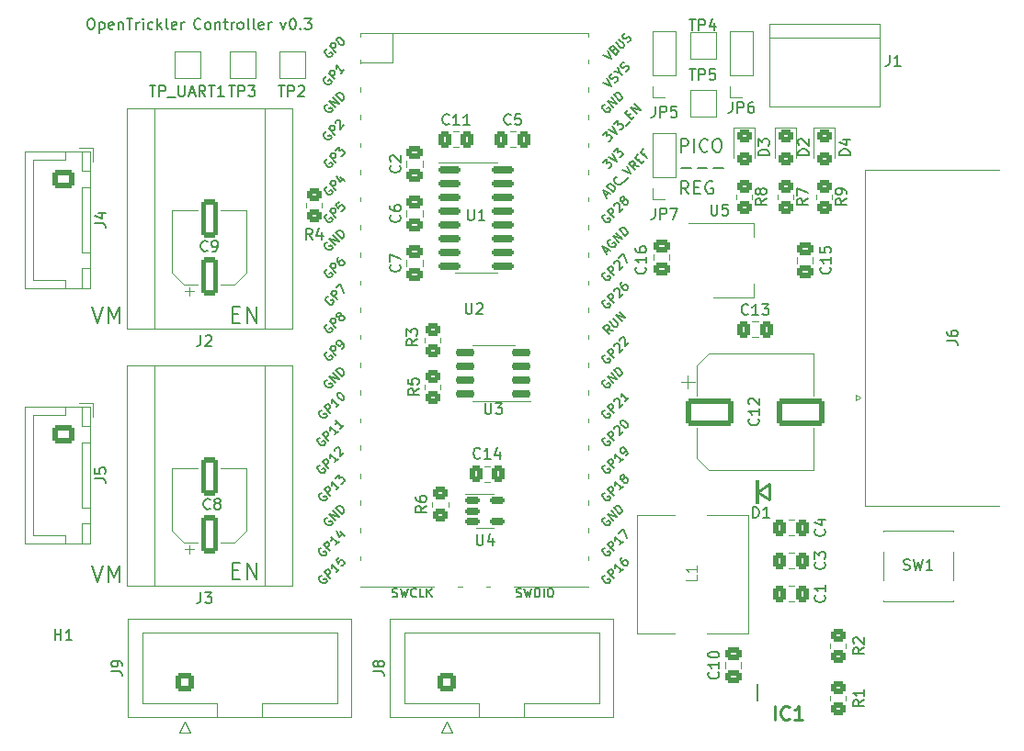
<source format=gbr>
%TF.GenerationSoftware,KiCad,Pcbnew,(7.0.0)*%
%TF.CreationDate,2023-04-01T01:02:28+13:00*%
%TF.ProjectId,pico_expansion_board,7069636f-5f65-4787-9061-6e73696f6e5f,rev?*%
%TF.SameCoordinates,Original*%
%TF.FileFunction,Legend,Top*%
%TF.FilePolarity,Positive*%
%FSLAX46Y46*%
G04 Gerber Fmt 4.6, Leading zero omitted, Abs format (unit mm)*
G04 Created by KiCad (PCBNEW (7.0.0)) date 2023-04-01 01:02:28*
%MOMM*%
%LPD*%
G01*
G04 APERTURE LIST*
G04 Aperture macros list*
%AMRoundRect*
0 Rectangle with rounded corners*
0 $1 Rounding radius*
0 $2 $3 $4 $5 $6 $7 $8 $9 X,Y pos of 4 corners*
0 Add a 4 corners polygon primitive as box body*
4,1,4,$2,$3,$4,$5,$6,$7,$8,$9,$2,$3,0*
0 Add four circle primitives for the rounded corners*
1,1,$1+$1,$2,$3*
1,1,$1+$1,$4,$5*
1,1,$1+$1,$6,$7*
1,1,$1+$1,$8,$9*
0 Add four rect primitives between the rounded corners*
20,1,$1+$1,$2,$3,$4,$5,0*
20,1,$1+$1,$4,$5,$6,$7,0*
20,1,$1+$1,$6,$7,$8,$9,0*
20,1,$1+$1,$8,$9,$2,$3,0*%
G04 Aperture macros list end*
%ADD10C,0.187500*%
%ADD11C,0.150000*%
%ADD12C,0.100000*%
%ADD13C,0.254000*%
%ADD14C,0.120000*%
%ADD15C,0.010000*%
%ADD16C,0.200000*%
%ADD17RoundRect,0.250000X-0.450000X0.325000X-0.450000X-0.325000X0.450000X-0.325000X0.450000X0.325000X0*%
%ADD18C,6.400000*%
%ADD19C,4.000000*%
%ADD20R,1.600000X1.600000*%
%ADD21C,1.600000*%
%ADD22RoundRect,0.250000X0.450000X-0.350000X0.450000X0.350000X-0.450000X0.350000X-0.450000X-0.350000X0*%
%ADD23RoundRect,0.150000X0.725000X0.150000X-0.725000X0.150000X-0.725000X-0.150000X0.725000X-0.150000X0*%
%ADD24RoundRect,0.250000X-0.450000X0.350000X-0.450000X-0.350000X0.450000X-0.350000X0.450000X0.350000X0*%
%ADD25RoundRect,0.250000X0.337500X0.475000X-0.337500X0.475000X-0.337500X-0.475000X0.337500X-0.475000X0*%
%ADD26RoundRect,0.250000X0.550000X-1.500000X0.550000X1.500000X-0.550000X1.500000X-0.550000X-1.500000X0*%
%ADD27R,1.550000X1.300000*%
%ADD28R,2.000000X2.000000*%
%ADD29R,1.350000X1.350000*%
%ADD30O,1.350000X1.350000*%
%ADD31R,3.000000X4.000000*%
%ADD32R,2.000000X1.500000*%
%ADD33R,2.000000X3.800000*%
%ADD34RoundRect,0.250000X-0.475000X0.337500X-0.475000X-0.337500X0.475000X-0.337500X0.475000X0.337500X0*%
%ADD35RoundRect,0.250000X-0.337500X-0.475000X0.337500X-0.475000X0.337500X0.475000X-0.337500X0.475000X0*%
%ADD36RoundRect,0.250000X0.600000X-0.600000X0.600000X0.600000X-0.600000X0.600000X-0.600000X-0.600000X0*%
%ADD37C,1.700000*%
%ADD38R,3.000000X3.000000*%
%ADD39C,3.000000*%
%ADD40RoundRect,0.150000X-0.512500X-0.150000X0.512500X-0.150000X0.512500X0.150000X-0.512500X0.150000X0*%
%ADD41RoundRect,0.250000X-0.725000X0.600000X-0.725000X-0.600000X0.725000X-0.600000X0.725000X0.600000X0*%
%ADD42O,1.950000X1.700000*%
%ADD43O,1.800000X1.800000*%
%ADD44O,1.500000X1.500000*%
%ADD45O,1.700000X1.700000*%
%ADD46R,3.500000X1.700000*%
%ADD47R,1.700000X1.700000*%
%ADD48R,1.700000X3.500000*%
%ADD49RoundRect,0.250000X0.475000X-0.337500X0.475000X0.337500X-0.475000X0.337500X-0.475000X-0.337500X0*%
%ADD50R,1.800000X1.700000*%
%ADD51R,1.800000X1.800000*%
%ADD52C,1.800000*%
%ADD53RoundRect,0.150000X-0.825000X-0.150000X0.825000X-0.150000X0.825000X0.150000X-0.825000X0.150000X0*%
%ADD54RoundRect,0.250000X-1.950000X-1.000000X1.950000X-1.000000X1.950000X1.000000X-1.950000X1.000000X0*%
%ADD55R,0.650000X1.525000*%
%ADD56R,3.100000X2.600000*%
G04 APERTURE END LIST*
D10*
X77644571Y-74728380D02*
X77835047Y-74728380D01*
X77835047Y-74728380D02*
X77930285Y-74776000D01*
X77930285Y-74776000D02*
X78025523Y-74871238D01*
X78025523Y-74871238D02*
X78073142Y-75061714D01*
X78073142Y-75061714D02*
X78073142Y-75395047D01*
X78073142Y-75395047D02*
X78025523Y-75585523D01*
X78025523Y-75585523D02*
X77930285Y-75680761D01*
X77930285Y-75680761D02*
X77835047Y-75728380D01*
X77835047Y-75728380D02*
X77644571Y-75728380D01*
X77644571Y-75728380D02*
X77549333Y-75680761D01*
X77549333Y-75680761D02*
X77454095Y-75585523D01*
X77454095Y-75585523D02*
X77406476Y-75395047D01*
X77406476Y-75395047D02*
X77406476Y-75061714D01*
X77406476Y-75061714D02*
X77454095Y-74871238D01*
X77454095Y-74871238D02*
X77549333Y-74776000D01*
X77549333Y-74776000D02*
X77644571Y-74728380D01*
X78501714Y-75061714D02*
X78501714Y-76061714D01*
X78501714Y-75109333D02*
X78596952Y-75061714D01*
X78596952Y-75061714D02*
X78787428Y-75061714D01*
X78787428Y-75061714D02*
X78882666Y-75109333D01*
X78882666Y-75109333D02*
X78930285Y-75156952D01*
X78930285Y-75156952D02*
X78977904Y-75252190D01*
X78977904Y-75252190D02*
X78977904Y-75537904D01*
X78977904Y-75537904D02*
X78930285Y-75633142D01*
X78930285Y-75633142D02*
X78882666Y-75680761D01*
X78882666Y-75680761D02*
X78787428Y-75728380D01*
X78787428Y-75728380D02*
X78596952Y-75728380D01*
X78596952Y-75728380D02*
X78501714Y-75680761D01*
X79787428Y-75680761D02*
X79692190Y-75728380D01*
X79692190Y-75728380D02*
X79501714Y-75728380D01*
X79501714Y-75728380D02*
X79406476Y-75680761D01*
X79406476Y-75680761D02*
X79358857Y-75585523D01*
X79358857Y-75585523D02*
X79358857Y-75204571D01*
X79358857Y-75204571D02*
X79406476Y-75109333D01*
X79406476Y-75109333D02*
X79501714Y-75061714D01*
X79501714Y-75061714D02*
X79692190Y-75061714D01*
X79692190Y-75061714D02*
X79787428Y-75109333D01*
X79787428Y-75109333D02*
X79835047Y-75204571D01*
X79835047Y-75204571D02*
X79835047Y-75299809D01*
X79835047Y-75299809D02*
X79358857Y-75395047D01*
X80263619Y-75061714D02*
X80263619Y-75728380D01*
X80263619Y-75156952D02*
X80311238Y-75109333D01*
X80311238Y-75109333D02*
X80406476Y-75061714D01*
X80406476Y-75061714D02*
X80549333Y-75061714D01*
X80549333Y-75061714D02*
X80644571Y-75109333D01*
X80644571Y-75109333D02*
X80692190Y-75204571D01*
X80692190Y-75204571D02*
X80692190Y-75728380D01*
X81025524Y-74728380D02*
X81596952Y-74728380D01*
X81311238Y-75728380D02*
X81311238Y-74728380D01*
X81930286Y-75728380D02*
X81930286Y-75061714D01*
X81930286Y-75252190D02*
X81977905Y-75156952D01*
X81977905Y-75156952D02*
X82025524Y-75109333D01*
X82025524Y-75109333D02*
X82120762Y-75061714D01*
X82120762Y-75061714D02*
X82216000Y-75061714D01*
X82549334Y-75728380D02*
X82549334Y-75061714D01*
X82549334Y-74728380D02*
X82501715Y-74776000D01*
X82501715Y-74776000D02*
X82549334Y-74823619D01*
X82549334Y-74823619D02*
X82596953Y-74776000D01*
X82596953Y-74776000D02*
X82549334Y-74728380D01*
X82549334Y-74728380D02*
X82549334Y-74823619D01*
X83454095Y-75680761D02*
X83358857Y-75728380D01*
X83358857Y-75728380D02*
X83168381Y-75728380D01*
X83168381Y-75728380D02*
X83073143Y-75680761D01*
X83073143Y-75680761D02*
X83025524Y-75633142D01*
X83025524Y-75633142D02*
X82977905Y-75537904D01*
X82977905Y-75537904D02*
X82977905Y-75252190D01*
X82977905Y-75252190D02*
X83025524Y-75156952D01*
X83025524Y-75156952D02*
X83073143Y-75109333D01*
X83073143Y-75109333D02*
X83168381Y-75061714D01*
X83168381Y-75061714D02*
X83358857Y-75061714D01*
X83358857Y-75061714D02*
X83454095Y-75109333D01*
X83882667Y-75728380D02*
X83882667Y-74728380D01*
X83977905Y-75347428D02*
X84263619Y-75728380D01*
X84263619Y-75061714D02*
X83882667Y-75442666D01*
X84835048Y-75728380D02*
X84739810Y-75680761D01*
X84739810Y-75680761D02*
X84692191Y-75585523D01*
X84692191Y-75585523D02*
X84692191Y-74728380D01*
X85596953Y-75680761D02*
X85501715Y-75728380D01*
X85501715Y-75728380D02*
X85311239Y-75728380D01*
X85311239Y-75728380D02*
X85216001Y-75680761D01*
X85216001Y-75680761D02*
X85168382Y-75585523D01*
X85168382Y-75585523D02*
X85168382Y-75204571D01*
X85168382Y-75204571D02*
X85216001Y-75109333D01*
X85216001Y-75109333D02*
X85311239Y-75061714D01*
X85311239Y-75061714D02*
X85501715Y-75061714D01*
X85501715Y-75061714D02*
X85596953Y-75109333D01*
X85596953Y-75109333D02*
X85644572Y-75204571D01*
X85644572Y-75204571D02*
X85644572Y-75299809D01*
X85644572Y-75299809D02*
X85168382Y-75395047D01*
X86073144Y-75728380D02*
X86073144Y-75061714D01*
X86073144Y-75252190D02*
X86120763Y-75156952D01*
X86120763Y-75156952D02*
X86168382Y-75109333D01*
X86168382Y-75109333D02*
X86263620Y-75061714D01*
X86263620Y-75061714D02*
X86358858Y-75061714D01*
X87863620Y-75633142D02*
X87816001Y-75680761D01*
X87816001Y-75680761D02*
X87673144Y-75728380D01*
X87673144Y-75728380D02*
X87577906Y-75728380D01*
X87577906Y-75728380D02*
X87435049Y-75680761D01*
X87435049Y-75680761D02*
X87339811Y-75585523D01*
X87339811Y-75585523D02*
X87292192Y-75490285D01*
X87292192Y-75490285D02*
X87244573Y-75299809D01*
X87244573Y-75299809D02*
X87244573Y-75156952D01*
X87244573Y-75156952D02*
X87292192Y-74966476D01*
X87292192Y-74966476D02*
X87339811Y-74871238D01*
X87339811Y-74871238D02*
X87435049Y-74776000D01*
X87435049Y-74776000D02*
X87577906Y-74728380D01*
X87577906Y-74728380D02*
X87673144Y-74728380D01*
X87673144Y-74728380D02*
X87816001Y-74776000D01*
X87816001Y-74776000D02*
X87863620Y-74823619D01*
X88435049Y-75728380D02*
X88339811Y-75680761D01*
X88339811Y-75680761D02*
X88292192Y-75633142D01*
X88292192Y-75633142D02*
X88244573Y-75537904D01*
X88244573Y-75537904D02*
X88244573Y-75252190D01*
X88244573Y-75252190D02*
X88292192Y-75156952D01*
X88292192Y-75156952D02*
X88339811Y-75109333D01*
X88339811Y-75109333D02*
X88435049Y-75061714D01*
X88435049Y-75061714D02*
X88577906Y-75061714D01*
X88577906Y-75061714D02*
X88673144Y-75109333D01*
X88673144Y-75109333D02*
X88720763Y-75156952D01*
X88720763Y-75156952D02*
X88768382Y-75252190D01*
X88768382Y-75252190D02*
X88768382Y-75537904D01*
X88768382Y-75537904D02*
X88720763Y-75633142D01*
X88720763Y-75633142D02*
X88673144Y-75680761D01*
X88673144Y-75680761D02*
X88577906Y-75728380D01*
X88577906Y-75728380D02*
X88435049Y-75728380D01*
X89196954Y-75061714D02*
X89196954Y-75728380D01*
X89196954Y-75156952D02*
X89244573Y-75109333D01*
X89244573Y-75109333D02*
X89339811Y-75061714D01*
X89339811Y-75061714D02*
X89482668Y-75061714D01*
X89482668Y-75061714D02*
X89577906Y-75109333D01*
X89577906Y-75109333D02*
X89625525Y-75204571D01*
X89625525Y-75204571D02*
X89625525Y-75728380D01*
X89958859Y-75061714D02*
X90339811Y-75061714D01*
X90101716Y-74728380D02*
X90101716Y-75585523D01*
X90101716Y-75585523D02*
X90149335Y-75680761D01*
X90149335Y-75680761D02*
X90244573Y-75728380D01*
X90244573Y-75728380D02*
X90339811Y-75728380D01*
X90673145Y-75728380D02*
X90673145Y-75061714D01*
X90673145Y-75252190D02*
X90720764Y-75156952D01*
X90720764Y-75156952D02*
X90768383Y-75109333D01*
X90768383Y-75109333D02*
X90863621Y-75061714D01*
X90863621Y-75061714D02*
X90958859Y-75061714D01*
X91435050Y-75728380D02*
X91339812Y-75680761D01*
X91339812Y-75680761D02*
X91292193Y-75633142D01*
X91292193Y-75633142D02*
X91244574Y-75537904D01*
X91244574Y-75537904D02*
X91244574Y-75252190D01*
X91244574Y-75252190D02*
X91292193Y-75156952D01*
X91292193Y-75156952D02*
X91339812Y-75109333D01*
X91339812Y-75109333D02*
X91435050Y-75061714D01*
X91435050Y-75061714D02*
X91577907Y-75061714D01*
X91577907Y-75061714D02*
X91673145Y-75109333D01*
X91673145Y-75109333D02*
X91720764Y-75156952D01*
X91720764Y-75156952D02*
X91768383Y-75252190D01*
X91768383Y-75252190D02*
X91768383Y-75537904D01*
X91768383Y-75537904D02*
X91720764Y-75633142D01*
X91720764Y-75633142D02*
X91673145Y-75680761D01*
X91673145Y-75680761D02*
X91577907Y-75728380D01*
X91577907Y-75728380D02*
X91435050Y-75728380D01*
X92339812Y-75728380D02*
X92244574Y-75680761D01*
X92244574Y-75680761D02*
X92196955Y-75585523D01*
X92196955Y-75585523D02*
X92196955Y-74728380D01*
X92863622Y-75728380D02*
X92768384Y-75680761D01*
X92768384Y-75680761D02*
X92720765Y-75585523D01*
X92720765Y-75585523D02*
X92720765Y-74728380D01*
X93625527Y-75680761D02*
X93530289Y-75728380D01*
X93530289Y-75728380D02*
X93339813Y-75728380D01*
X93339813Y-75728380D02*
X93244575Y-75680761D01*
X93244575Y-75680761D02*
X93196956Y-75585523D01*
X93196956Y-75585523D02*
X93196956Y-75204571D01*
X93196956Y-75204571D02*
X93244575Y-75109333D01*
X93244575Y-75109333D02*
X93339813Y-75061714D01*
X93339813Y-75061714D02*
X93530289Y-75061714D01*
X93530289Y-75061714D02*
X93625527Y-75109333D01*
X93625527Y-75109333D02*
X93673146Y-75204571D01*
X93673146Y-75204571D02*
X93673146Y-75299809D01*
X93673146Y-75299809D02*
X93196956Y-75395047D01*
X94101718Y-75728380D02*
X94101718Y-75061714D01*
X94101718Y-75252190D02*
X94149337Y-75156952D01*
X94149337Y-75156952D02*
X94196956Y-75109333D01*
X94196956Y-75109333D02*
X94292194Y-75061714D01*
X94292194Y-75061714D02*
X94387432Y-75061714D01*
X95225528Y-75061714D02*
X95463623Y-75728380D01*
X95463623Y-75728380D02*
X95701718Y-75061714D01*
X96273147Y-74728380D02*
X96368385Y-74728380D01*
X96368385Y-74728380D02*
X96463623Y-74776000D01*
X96463623Y-74776000D02*
X96511242Y-74823619D01*
X96511242Y-74823619D02*
X96558861Y-74918857D01*
X96558861Y-74918857D02*
X96606480Y-75109333D01*
X96606480Y-75109333D02*
X96606480Y-75347428D01*
X96606480Y-75347428D02*
X96558861Y-75537904D01*
X96558861Y-75537904D02*
X96511242Y-75633142D01*
X96511242Y-75633142D02*
X96463623Y-75680761D01*
X96463623Y-75680761D02*
X96368385Y-75728380D01*
X96368385Y-75728380D02*
X96273147Y-75728380D01*
X96273147Y-75728380D02*
X96177909Y-75680761D01*
X96177909Y-75680761D02*
X96130290Y-75633142D01*
X96130290Y-75633142D02*
X96082671Y-75537904D01*
X96082671Y-75537904D02*
X96035052Y-75347428D01*
X96035052Y-75347428D02*
X96035052Y-75109333D01*
X96035052Y-75109333D02*
X96082671Y-74918857D01*
X96082671Y-74918857D02*
X96130290Y-74823619D01*
X96130290Y-74823619D02*
X96177909Y-74776000D01*
X96177909Y-74776000D02*
X96273147Y-74728380D01*
X97035052Y-75633142D02*
X97082671Y-75680761D01*
X97082671Y-75680761D02*
X97035052Y-75728380D01*
X97035052Y-75728380D02*
X96987433Y-75680761D01*
X96987433Y-75680761D02*
X97035052Y-75633142D01*
X97035052Y-75633142D02*
X97035052Y-75728380D01*
X97416004Y-74728380D02*
X98035051Y-74728380D01*
X98035051Y-74728380D02*
X97701718Y-75109333D01*
X97701718Y-75109333D02*
X97844575Y-75109333D01*
X97844575Y-75109333D02*
X97939813Y-75156952D01*
X97939813Y-75156952D02*
X97987432Y-75204571D01*
X97987432Y-75204571D02*
X98035051Y-75299809D01*
X98035051Y-75299809D02*
X98035051Y-75537904D01*
X98035051Y-75537904D02*
X97987432Y-75633142D01*
X97987432Y-75633142D02*
X97939813Y-75680761D01*
X97939813Y-75680761D02*
X97844575Y-75728380D01*
X97844575Y-75728380D02*
X97558861Y-75728380D01*
X97558861Y-75728380D02*
X97463623Y-75680761D01*
X97463623Y-75680761D02*
X97416004Y-75633142D01*
X132111714Y-87036857D02*
X132111714Y-85836857D01*
X132111714Y-85836857D02*
X132568857Y-85836857D01*
X132568857Y-85836857D02*
X132683142Y-85894000D01*
X132683142Y-85894000D02*
X132740285Y-85951142D01*
X132740285Y-85951142D02*
X132797428Y-86065428D01*
X132797428Y-86065428D02*
X132797428Y-86236857D01*
X132797428Y-86236857D02*
X132740285Y-86351142D01*
X132740285Y-86351142D02*
X132683142Y-86408285D01*
X132683142Y-86408285D02*
X132568857Y-86465428D01*
X132568857Y-86465428D02*
X132111714Y-86465428D01*
X133311714Y-87036857D02*
X133311714Y-85836857D01*
X134568857Y-86922571D02*
X134511714Y-86979714D01*
X134511714Y-86979714D02*
X134340286Y-87036857D01*
X134340286Y-87036857D02*
X134226000Y-87036857D01*
X134226000Y-87036857D02*
X134054571Y-86979714D01*
X134054571Y-86979714D02*
X133940286Y-86865428D01*
X133940286Y-86865428D02*
X133883143Y-86751142D01*
X133883143Y-86751142D02*
X133826000Y-86522571D01*
X133826000Y-86522571D02*
X133826000Y-86351142D01*
X133826000Y-86351142D02*
X133883143Y-86122571D01*
X133883143Y-86122571D02*
X133940286Y-86008285D01*
X133940286Y-86008285D02*
X134054571Y-85894000D01*
X134054571Y-85894000D02*
X134226000Y-85836857D01*
X134226000Y-85836857D02*
X134340286Y-85836857D01*
X134340286Y-85836857D02*
X134511714Y-85894000D01*
X134511714Y-85894000D02*
X134568857Y-85951142D01*
X135311714Y-85836857D02*
X135540286Y-85836857D01*
X135540286Y-85836857D02*
X135654571Y-85894000D01*
X135654571Y-85894000D02*
X135768857Y-86008285D01*
X135768857Y-86008285D02*
X135826000Y-86236857D01*
X135826000Y-86236857D02*
X135826000Y-86636857D01*
X135826000Y-86636857D02*
X135768857Y-86865428D01*
X135768857Y-86865428D02*
X135654571Y-86979714D01*
X135654571Y-86979714D02*
X135540286Y-87036857D01*
X135540286Y-87036857D02*
X135311714Y-87036857D01*
X135311714Y-87036857D02*
X135197429Y-86979714D01*
X135197429Y-86979714D02*
X135083143Y-86865428D01*
X135083143Y-86865428D02*
X135026000Y-86636857D01*
X135026000Y-86636857D02*
X135026000Y-86236857D01*
X135026000Y-86236857D02*
X135083143Y-86008285D01*
X135083143Y-86008285D02*
X135197429Y-85894000D01*
X135197429Y-85894000D02*
X135311714Y-85836857D01*
X132111714Y-88523714D02*
X133026000Y-88523714D01*
X133597428Y-88523714D02*
X134511714Y-88523714D01*
X135083142Y-88523714D02*
X135997428Y-88523714D01*
X132797428Y-90924857D02*
X132397428Y-90353428D01*
X132111714Y-90924857D02*
X132111714Y-89724857D01*
X132111714Y-89724857D02*
X132568857Y-89724857D01*
X132568857Y-89724857D02*
X132683142Y-89782000D01*
X132683142Y-89782000D02*
X132740285Y-89839142D01*
X132740285Y-89839142D02*
X132797428Y-89953428D01*
X132797428Y-89953428D02*
X132797428Y-90124857D01*
X132797428Y-90124857D02*
X132740285Y-90239142D01*
X132740285Y-90239142D02*
X132683142Y-90296285D01*
X132683142Y-90296285D02*
X132568857Y-90353428D01*
X132568857Y-90353428D02*
X132111714Y-90353428D01*
X133311714Y-90296285D02*
X133711714Y-90296285D01*
X133883142Y-90924857D02*
X133311714Y-90924857D01*
X133311714Y-90924857D02*
X133311714Y-89724857D01*
X133311714Y-89724857D02*
X133883142Y-89724857D01*
X135025999Y-89782000D02*
X134911714Y-89724857D01*
X134911714Y-89724857D02*
X134740285Y-89724857D01*
X134740285Y-89724857D02*
X134568856Y-89782000D01*
X134568856Y-89782000D02*
X134454571Y-89896285D01*
X134454571Y-89896285D02*
X134397428Y-90010571D01*
X134397428Y-90010571D02*
X134340285Y-90239142D01*
X134340285Y-90239142D02*
X134340285Y-90410571D01*
X134340285Y-90410571D02*
X134397428Y-90639142D01*
X134397428Y-90639142D02*
X134454571Y-90753428D01*
X134454571Y-90753428D02*
X134568856Y-90867714D01*
X134568856Y-90867714D02*
X134740285Y-90924857D01*
X134740285Y-90924857D02*
X134854571Y-90924857D01*
X134854571Y-90924857D02*
X135025999Y-90867714D01*
X135025999Y-90867714D02*
X135083142Y-90810571D01*
X135083142Y-90810571D02*
X135083142Y-90410571D01*
X135083142Y-90410571D02*
X134854571Y-90410571D01*
X77866857Y-125173571D02*
X78366857Y-126673571D01*
X78366857Y-126673571D02*
X78866857Y-125173571D01*
X79366856Y-126673571D02*
X79366856Y-125173571D01*
X79366856Y-125173571D02*
X79866856Y-126245000D01*
X79866856Y-126245000D02*
X80366856Y-125173571D01*
X80366856Y-125173571D02*
X80366856Y-126673571D01*
X90781142Y-125633857D02*
X91281142Y-125633857D01*
X91495428Y-126419571D02*
X90781142Y-126419571D01*
X90781142Y-126419571D02*
X90781142Y-124919571D01*
X90781142Y-124919571D02*
X91495428Y-124919571D01*
X92138285Y-126419571D02*
X92138285Y-124919571D01*
X92138285Y-124919571D02*
X92995428Y-126419571D01*
X92995428Y-126419571D02*
X92995428Y-124919571D01*
X90781142Y-102011857D02*
X91281142Y-102011857D01*
X91495428Y-102797571D02*
X90781142Y-102797571D01*
X90781142Y-102797571D02*
X90781142Y-101297571D01*
X90781142Y-101297571D02*
X91495428Y-101297571D01*
X92138285Y-102797571D02*
X92138285Y-101297571D01*
X92138285Y-101297571D02*
X92995428Y-102797571D01*
X92995428Y-102797571D02*
X92995428Y-101297571D01*
X77866857Y-101297571D02*
X78366857Y-102797571D01*
X78366857Y-102797571D02*
X78866857Y-101297571D01*
X79366856Y-102797571D02*
X79366856Y-101297571D01*
X79366856Y-101297571D02*
X79866856Y-102369000D01*
X79866856Y-102369000D02*
X80366856Y-101297571D01*
X80366856Y-101297571D02*
X80366856Y-102797571D01*
D11*
%TO.C,D2*%
X143877380Y-87352094D02*
X142877380Y-87352094D01*
X142877380Y-87352094D02*
X142877380Y-87113999D01*
X142877380Y-87113999D02*
X142925000Y-86971142D01*
X142925000Y-86971142D02*
X143020238Y-86875904D01*
X143020238Y-86875904D02*
X143115476Y-86828285D01*
X143115476Y-86828285D02*
X143305952Y-86780666D01*
X143305952Y-86780666D02*
X143448809Y-86780666D01*
X143448809Y-86780666D02*
X143639285Y-86828285D01*
X143639285Y-86828285D02*
X143734523Y-86875904D01*
X143734523Y-86875904D02*
X143829761Y-86971142D01*
X143829761Y-86971142D02*
X143877380Y-87113999D01*
X143877380Y-87113999D02*
X143877380Y-87352094D01*
X142972619Y-86399713D02*
X142925000Y-86352094D01*
X142925000Y-86352094D02*
X142877380Y-86256856D01*
X142877380Y-86256856D02*
X142877380Y-86018761D01*
X142877380Y-86018761D02*
X142925000Y-85923523D01*
X142925000Y-85923523D02*
X142972619Y-85875904D01*
X142972619Y-85875904D02*
X143067857Y-85828285D01*
X143067857Y-85828285D02*
X143163095Y-85828285D01*
X143163095Y-85828285D02*
X143305952Y-85875904D01*
X143305952Y-85875904D02*
X143877380Y-86447332D01*
X143877380Y-86447332D02*
X143877380Y-85828285D01*
%TO.C,J6*%
X156593380Y-104473333D02*
X157307666Y-104473333D01*
X157307666Y-104473333D02*
X157450523Y-104520952D01*
X157450523Y-104520952D02*
X157545761Y-104616190D01*
X157545761Y-104616190D02*
X157593380Y-104759047D01*
X157593380Y-104759047D02*
X157593380Y-104854285D01*
X156593380Y-103568571D02*
X156593380Y-103759047D01*
X156593380Y-103759047D02*
X156641000Y-103854285D01*
X156641000Y-103854285D02*
X156688619Y-103901904D01*
X156688619Y-103901904D02*
X156831476Y-103997142D01*
X156831476Y-103997142D02*
X157021952Y-104044761D01*
X157021952Y-104044761D02*
X157402904Y-104044761D01*
X157402904Y-104044761D02*
X157498142Y-103997142D01*
X157498142Y-103997142D02*
X157545761Y-103949523D01*
X157545761Y-103949523D02*
X157593380Y-103854285D01*
X157593380Y-103854285D02*
X157593380Y-103663809D01*
X157593380Y-103663809D02*
X157545761Y-103568571D01*
X157545761Y-103568571D02*
X157498142Y-103520952D01*
X157498142Y-103520952D02*
X157402904Y-103473333D01*
X157402904Y-103473333D02*
X157164809Y-103473333D01*
X157164809Y-103473333D02*
X157069571Y-103520952D01*
X157069571Y-103520952D02*
X157021952Y-103568571D01*
X157021952Y-103568571D02*
X156974333Y-103663809D01*
X156974333Y-103663809D02*
X156974333Y-103854285D01*
X156974333Y-103854285D02*
X157021952Y-103949523D01*
X157021952Y-103949523D02*
X157069571Y-103997142D01*
X157069571Y-103997142D02*
X157164809Y-104044761D01*
%TO.C,R5*%
X107937380Y-108878666D02*
X107461190Y-109211999D01*
X107937380Y-109450094D02*
X106937380Y-109450094D01*
X106937380Y-109450094D02*
X106937380Y-109069142D01*
X106937380Y-109069142D02*
X106985000Y-108973904D01*
X106985000Y-108973904D02*
X107032619Y-108926285D01*
X107032619Y-108926285D02*
X107127857Y-108878666D01*
X107127857Y-108878666D02*
X107270714Y-108878666D01*
X107270714Y-108878666D02*
X107365952Y-108926285D01*
X107365952Y-108926285D02*
X107413571Y-108973904D01*
X107413571Y-108973904D02*
X107461190Y-109069142D01*
X107461190Y-109069142D02*
X107461190Y-109450094D01*
X106937380Y-107973904D02*
X106937380Y-108450094D01*
X106937380Y-108450094D02*
X107413571Y-108497713D01*
X107413571Y-108497713D02*
X107365952Y-108450094D01*
X107365952Y-108450094D02*
X107318333Y-108354856D01*
X107318333Y-108354856D02*
X107318333Y-108116761D01*
X107318333Y-108116761D02*
X107365952Y-108021523D01*
X107365952Y-108021523D02*
X107413571Y-107973904D01*
X107413571Y-107973904D02*
X107508809Y-107926285D01*
X107508809Y-107926285D02*
X107746904Y-107926285D01*
X107746904Y-107926285D02*
X107842142Y-107973904D01*
X107842142Y-107973904D02*
X107889761Y-108021523D01*
X107889761Y-108021523D02*
X107937380Y-108116761D01*
X107937380Y-108116761D02*
X107937380Y-108354856D01*
X107937380Y-108354856D02*
X107889761Y-108450094D01*
X107889761Y-108450094D02*
X107842142Y-108497713D01*
%TO.C,U3*%
X114046095Y-110209380D02*
X114046095Y-111018904D01*
X114046095Y-111018904D02*
X114093714Y-111114142D01*
X114093714Y-111114142D02*
X114141333Y-111161761D01*
X114141333Y-111161761D02*
X114236571Y-111209380D01*
X114236571Y-111209380D02*
X114427047Y-111209380D01*
X114427047Y-111209380D02*
X114522285Y-111161761D01*
X114522285Y-111161761D02*
X114569904Y-111114142D01*
X114569904Y-111114142D02*
X114617523Y-111018904D01*
X114617523Y-111018904D02*
X114617523Y-110209380D01*
X114998476Y-110209380D02*
X115617523Y-110209380D01*
X115617523Y-110209380D02*
X115284190Y-110590333D01*
X115284190Y-110590333D02*
X115427047Y-110590333D01*
X115427047Y-110590333D02*
X115522285Y-110637952D01*
X115522285Y-110637952D02*
X115569904Y-110685571D01*
X115569904Y-110685571D02*
X115617523Y-110780809D01*
X115617523Y-110780809D02*
X115617523Y-111018904D01*
X115617523Y-111018904D02*
X115569904Y-111114142D01*
X115569904Y-111114142D02*
X115522285Y-111161761D01*
X115522285Y-111161761D02*
X115427047Y-111209380D01*
X115427047Y-111209380D02*
X115141333Y-111209380D01*
X115141333Y-111209380D02*
X115046095Y-111161761D01*
X115046095Y-111161761D02*
X114998476Y-111114142D01*
%TO.C,R7*%
X143749380Y-91352666D02*
X143273190Y-91685999D01*
X143749380Y-91924094D02*
X142749380Y-91924094D01*
X142749380Y-91924094D02*
X142749380Y-91543142D01*
X142749380Y-91543142D02*
X142797000Y-91447904D01*
X142797000Y-91447904D02*
X142844619Y-91400285D01*
X142844619Y-91400285D02*
X142939857Y-91352666D01*
X142939857Y-91352666D02*
X143082714Y-91352666D01*
X143082714Y-91352666D02*
X143177952Y-91400285D01*
X143177952Y-91400285D02*
X143225571Y-91447904D01*
X143225571Y-91447904D02*
X143273190Y-91543142D01*
X143273190Y-91543142D02*
X143273190Y-91924094D01*
X142749380Y-91019332D02*
X142749380Y-90352666D01*
X142749380Y-90352666D02*
X143749380Y-90781237D01*
%TO.C,C14*%
X113597142Y-115222142D02*
X113549523Y-115269761D01*
X113549523Y-115269761D02*
X113406666Y-115317380D01*
X113406666Y-115317380D02*
X113311428Y-115317380D01*
X113311428Y-115317380D02*
X113168571Y-115269761D01*
X113168571Y-115269761D02*
X113073333Y-115174523D01*
X113073333Y-115174523D02*
X113025714Y-115079285D01*
X113025714Y-115079285D02*
X112978095Y-114888809D01*
X112978095Y-114888809D02*
X112978095Y-114745952D01*
X112978095Y-114745952D02*
X113025714Y-114555476D01*
X113025714Y-114555476D02*
X113073333Y-114460238D01*
X113073333Y-114460238D02*
X113168571Y-114365000D01*
X113168571Y-114365000D02*
X113311428Y-114317380D01*
X113311428Y-114317380D02*
X113406666Y-114317380D01*
X113406666Y-114317380D02*
X113549523Y-114365000D01*
X113549523Y-114365000D02*
X113597142Y-114412619D01*
X114549523Y-115317380D02*
X113978095Y-115317380D01*
X114263809Y-115317380D02*
X114263809Y-114317380D01*
X114263809Y-114317380D02*
X114168571Y-114460238D01*
X114168571Y-114460238D02*
X114073333Y-114555476D01*
X114073333Y-114555476D02*
X113978095Y-114603095D01*
X115406666Y-114650714D02*
X115406666Y-115317380D01*
X115168571Y-114269761D02*
X114930476Y-114984047D01*
X114930476Y-114984047D02*
X115549523Y-114984047D01*
%TO.C,C8*%
X88733333Y-119906142D02*
X88685714Y-119953761D01*
X88685714Y-119953761D02*
X88542857Y-120001380D01*
X88542857Y-120001380D02*
X88447619Y-120001380D01*
X88447619Y-120001380D02*
X88304762Y-119953761D01*
X88304762Y-119953761D02*
X88209524Y-119858523D01*
X88209524Y-119858523D02*
X88161905Y-119763285D01*
X88161905Y-119763285D02*
X88114286Y-119572809D01*
X88114286Y-119572809D02*
X88114286Y-119429952D01*
X88114286Y-119429952D02*
X88161905Y-119239476D01*
X88161905Y-119239476D02*
X88209524Y-119144238D01*
X88209524Y-119144238D02*
X88304762Y-119049000D01*
X88304762Y-119049000D02*
X88447619Y-119001380D01*
X88447619Y-119001380D02*
X88542857Y-119001380D01*
X88542857Y-119001380D02*
X88685714Y-119049000D01*
X88685714Y-119049000D02*
X88733333Y-119096619D01*
X89304762Y-119429952D02*
X89209524Y-119382333D01*
X89209524Y-119382333D02*
X89161905Y-119334714D01*
X89161905Y-119334714D02*
X89114286Y-119239476D01*
X89114286Y-119239476D02*
X89114286Y-119191857D01*
X89114286Y-119191857D02*
X89161905Y-119096619D01*
X89161905Y-119096619D02*
X89209524Y-119049000D01*
X89209524Y-119049000D02*
X89304762Y-119001380D01*
X89304762Y-119001380D02*
X89495238Y-119001380D01*
X89495238Y-119001380D02*
X89590476Y-119049000D01*
X89590476Y-119049000D02*
X89638095Y-119096619D01*
X89638095Y-119096619D02*
X89685714Y-119191857D01*
X89685714Y-119191857D02*
X89685714Y-119239476D01*
X89685714Y-119239476D02*
X89638095Y-119334714D01*
X89638095Y-119334714D02*
X89590476Y-119382333D01*
X89590476Y-119382333D02*
X89495238Y-119429952D01*
X89495238Y-119429952D02*
X89304762Y-119429952D01*
X89304762Y-119429952D02*
X89209524Y-119477571D01*
X89209524Y-119477571D02*
X89161905Y-119525190D01*
X89161905Y-119525190D02*
X89114286Y-119620428D01*
X89114286Y-119620428D02*
X89114286Y-119810904D01*
X89114286Y-119810904D02*
X89161905Y-119906142D01*
X89161905Y-119906142D02*
X89209524Y-119953761D01*
X89209524Y-119953761D02*
X89304762Y-120001380D01*
X89304762Y-120001380D02*
X89495238Y-120001380D01*
X89495238Y-120001380D02*
X89590476Y-119953761D01*
X89590476Y-119953761D02*
X89638095Y-119906142D01*
X89638095Y-119906142D02*
X89685714Y-119810904D01*
X89685714Y-119810904D02*
X89685714Y-119620428D01*
X89685714Y-119620428D02*
X89638095Y-119525190D01*
X89638095Y-119525190D02*
X89590476Y-119477571D01*
X89590476Y-119477571D02*
X89495238Y-119429952D01*
%TO.C,SW1*%
X152590667Y-125541761D02*
X152733524Y-125589380D01*
X152733524Y-125589380D02*
X152971619Y-125589380D01*
X152971619Y-125589380D02*
X153066857Y-125541761D01*
X153066857Y-125541761D02*
X153114476Y-125494142D01*
X153114476Y-125494142D02*
X153162095Y-125398904D01*
X153162095Y-125398904D02*
X153162095Y-125303666D01*
X153162095Y-125303666D02*
X153114476Y-125208428D01*
X153114476Y-125208428D02*
X153066857Y-125160809D01*
X153066857Y-125160809D02*
X152971619Y-125113190D01*
X152971619Y-125113190D02*
X152781143Y-125065571D01*
X152781143Y-125065571D02*
X152685905Y-125017952D01*
X152685905Y-125017952D02*
X152638286Y-124970333D01*
X152638286Y-124970333D02*
X152590667Y-124875095D01*
X152590667Y-124875095D02*
X152590667Y-124779857D01*
X152590667Y-124779857D02*
X152638286Y-124684619D01*
X152638286Y-124684619D02*
X152685905Y-124637000D01*
X152685905Y-124637000D02*
X152781143Y-124589380D01*
X152781143Y-124589380D02*
X153019238Y-124589380D01*
X153019238Y-124589380D02*
X153162095Y-124637000D01*
X153495429Y-124589380D02*
X153733524Y-125589380D01*
X153733524Y-125589380D02*
X153924000Y-124875095D01*
X153924000Y-124875095D02*
X154114476Y-125589380D01*
X154114476Y-125589380D02*
X154352572Y-124589380D01*
X155257333Y-125589380D02*
X154685905Y-125589380D01*
X154971619Y-125589380D02*
X154971619Y-124589380D01*
X154971619Y-124589380D02*
X154876381Y-124732238D01*
X154876381Y-124732238D02*
X154781143Y-124827476D01*
X154781143Y-124827476D02*
X154685905Y-124875095D01*
%TO.C,TP5*%
X132850095Y-79377380D02*
X133421523Y-79377380D01*
X133135809Y-80377380D02*
X133135809Y-79377380D01*
X133754857Y-80377380D02*
X133754857Y-79377380D01*
X133754857Y-79377380D02*
X134135809Y-79377380D01*
X134135809Y-79377380D02*
X134231047Y-79425000D01*
X134231047Y-79425000D02*
X134278666Y-79472619D01*
X134278666Y-79472619D02*
X134326285Y-79567857D01*
X134326285Y-79567857D02*
X134326285Y-79710714D01*
X134326285Y-79710714D02*
X134278666Y-79805952D01*
X134278666Y-79805952D02*
X134231047Y-79853571D01*
X134231047Y-79853571D02*
X134135809Y-79901190D01*
X134135809Y-79901190D02*
X133754857Y-79901190D01*
X135231047Y-79377380D02*
X134754857Y-79377380D01*
X134754857Y-79377380D02*
X134707238Y-79853571D01*
X134707238Y-79853571D02*
X134754857Y-79805952D01*
X134754857Y-79805952D02*
X134850095Y-79758333D01*
X134850095Y-79758333D02*
X135088190Y-79758333D01*
X135088190Y-79758333D02*
X135183428Y-79805952D01*
X135183428Y-79805952D02*
X135231047Y-79853571D01*
X135231047Y-79853571D02*
X135278666Y-79948809D01*
X135278666Y-79948809D02*
X135278666Y-80186904D01*
X135278666Y-80186904D02*
X135231047Y-80282142D01*
X135231047Y-80282142D02*
X135183428Y-80329761D01*
X135183428Y-80329761D02*
X135088190Y-80377380D01*
X135088190Y-80377380D02*
X134850095Y-80377380D01*
X134850095Y-80377380D02*
X134754857Y-80329761D01*
X134754857Y-80329761D02*
X134707238Y-80282142D01*
%TO.C,R9*%
X147305380Y-91352666D02*
X146829190Y-91685999D01*
X147305380Y-91924094D02*
X146305380Y-91924094D01*
X146305380Y-91924094D02*
X146305380Y-91543142D01*
X146305380Y-91543142D02*
X146353000Y-91447904D01*
X146353000Y-91447904D02*
X146400619Y-91400285D01*
X146400619Y-91400285D02*
X146495857Y-91352666D01*
X146495857Y-91352666D02*
X146638714Y-91352666D01*
X146638714Y-91352666D02*
X146733952Y-91400285D01*
X146733952Y-91400285D02*
X146781571Y-91447904D01*
X146781571Y-91447904D02*
X146829190Y-91543142D01*
X146829190Y-91543142D02*
X146829190Y-91924094D01*
X147305380Y-90876475D02*
X147305380Y-90685999D01*
X147305380Y-90685999D02*
X147257761Y-90590761D01*
X147257761Y-90590761D02*
X147210142Y-90543142D01*
X147210142Y-90543142D02*
X147067285Y-90447904D01*
X147067285Y-90447904D02*
X146876809Y-90400285D01*
X146876809Y-90400285D02*
X146495857Y-90400285D01*
X146495857Y-90400285D02*
X146400619Y-90447904D01*
X146400619Y-90447904D02*
X146353000Y-90495523D01*
X146353000Y-90495523D02*
X146305380Y-90590761D01*
X146305380Y-90590761D02*
X146305380Y-90781237D01*
X146305380Y-90781237D02*
X146353000Y-90876475D01*
X146353000Y-90876475D02*
X146400619Y-90924094D01*
X146400619Y-90924094D02*
X146495857Y-90971713D01*
X146495857Y-90971713D02*
X146733952Y-90971713D01*
X146733952Y-90971713D02*
X146829190Y-90924094D01*
X146829190Y-90924094D02*
X146876809Y-90876475D01*
X146876809Y-90876475D02*
X146924428Y-90781237D01*
X146924428Y-90781237D02*
X146924428Y-90590761D01*
X146924428Y-90590761D02*
X146876809Y-90495523D01*
X146876809Y-90495523D02*
X146829190Y-90447904D01*
X146829190Y-90447904D02*
X146733952Y-90400285D01*
%TO.C,R4*%
X98131333Y-95109380D02*
X97798000Y-94633190D01*
X97559905Y-95109380D02*
X97559905Y-94109380D01*
X97559905Y-94109380D02*
X97940857Y-94109380D01*
X97940857Y-94109380D02*
X98036095Y-94157000D01*
X98036095Y-94157000D02*
X98083714Y-94204619D01*
X98083714Y-94204619D02*
X98131333Y-94299857D01*
X98131333Y-94299857D02*
X98131333Y-94442714D01*
X98131333Y-94442714D02*
X98083714Y-94537952D01*
X98083714Y-94537952D02*
X98036095Y-94585571D01*
X98036095Y-94585571D02*
X97940857Y-94633190D01*
X97940857Y-94633190D02*
X97559905Y-94633190D01*
X98988476Y-94442714D02*
X98988476Y-95109380D01*
X98750381Y-94061761D02*
X98512286Y-94776047D01*
X98512286Y-94776047D02*
X99131333Y-94776047D01*
%TO.C,JP5*%
X129722666Y-82829380D02*
X129722666Y-83543666D01*
X129722666Y-83543666D02*
X129675047Y-83686523D01*
X129675047Y-83686523D02*
X129579809Y-83781761D01*
X129579809Y-83781761D02*
X129436952Y-83829380D01*
X129436952Y-83829380D02*
X129341714Y-83829380D01*
X130198857Y-83829380D02*
X130198857Y-82829380D01*
X130198857Y-82829380D02*
X130579809Y-82829380D01*
X130579809Y-82829380D02*
X130675047Y-82877000D01*
X130675047Y-82877000D02*
X130722666Y-82924619D01*
X130722666Y-82924619D02*
X130770285Y-83019857D01*
X130770285Y-83019857D02*
X130770285Y-83162714D01*
X130770285Y-83162714D02*
X130722666Y-83257952D01*
X130722666Y-83257952D02*
X130675047Y-83305571D01*
X130675047Y-83305571D02*
X130579809Y-83353190D01*
X130579809Y-83353190D02*
X130198857Y-83353190D01*
X131675047Y-82829380D02*
X131198857Y-82829380D01*
X131198857Y-82829380D02*
X131151238Y-83305571D01*
X131151238Y-83305571D02*
X131198857Y-83257952D01*
X131198857Y-83257952D02*
X131294095Y-83210333D01*
X131294095Y-83210333D02*
X131532190Y-83210333D01*
X131532190Y-83210333D02*
X131627428Y-83257952D01*
X131627428Y-83257952D02*
X131675047Y-83305571D01*
X131675047Y-83305571D02*
X131722666Y-83400809D01*
X131722666Y-83400809D02*
X131722666Y-83638904D01*
X131722666Y-83638904D02*
X131675047Y-83734142D01*
X131675047Y-83734142D02*
X131627428Y-83781761D01*
X131627428Y-83781761D02*
X131532190Y-83829380D01*
X131532190Y-83829380D02*
X131294095Y-83829380D01*
X131294095Y-83829380D02*
X131198857Y-83781761D01*
X131198857Y-83781761D02*
X131151238Y-83734142D01*
D12*
%TO.C,L1*%
X133505880Y-126062666D02*
X133505880Y-126538856D01*
X133505880Y-126538856D02*
X132505880Y-126538856D01*
X133505880Y-125205523D02*
X133505880Y-125776951D01*
X133505880Y-125491237D02*
X132505880Y-125491237D01*
X132505880Y-125491237D02*
X132648738Y-125586475D01*
X132648738Y-125586475D02*
X132743976Y-125681713D01*
X132743976Y-125681713D02*
X132791595Y-125776951D01*
D11*
%TO.C,TP3*%
X90432095Y-80901380D02*
X91003523Y-80901380D01*
X90717809Y-81901380D02*
X90717809Y-80901380D01*
X91336857Y-81901380D02*
X91336857Y-80901380D01*
X91336857Y-80901380D02*
X91717809Y-80901380D01*
X91717809Y-80901380D02*
X91813047Y-80949000D01*
X91813047Y-80949000D02*
X91860666Y-80996619D01*
X91860666Y-80996619D02*
X91908285Y-81091857D01*
X91908285Y-81091857D02*
X91908285Y-81234714D01*
X91908285Y-81234714D02*
X91860666Y-81329952D01*
X91860666Y-81329952D02*
X91813047Y-81377571D01*
X91813047Y-81377571D02*
X91717809Y-81425190D01*
X91717809Y-81425190D02*
X91336857Y-81425190D01*
X92241619Y-80901380D02*
X92860666Y-80901380D01*
X92860666Y-80901380D02*
X92527333Y-81282333D01*
X92527333Y-81282333D02*
X92670190Y-81282333D01*
X92670190Y-81282333D02*
X92765428Y-81329952D01*
X92765428Y-81329952D02*
X92813047Y-81377571D01*
X92813047Y-81377571D02*
X92860666Y-81472809D01*
X92860666Y-81472809D02*
X92860666Y-81710904D01*
X92860666Y-81710904D02*
X92813047Y-81806142D01*
X92813047Y-81806142D02*
X92765428Y-81853761D01*
X92765428Y-81853761D02*
X92670190Y-81901380D01*
X92670190Y-81901380D02*
X92384476Y-81901380D01*
X92384476Y-81901380D02*
X92289238Y-81853761D01*
X92289238Y-81853761D02*
X92241619Y-81806142D01*
%TO.C,D4*%
X147687380Y-87352094D02*
X146687380Y-87352094D01*
X146687380Y-87352094D02*
X146687380Y-87113999D01*
X146687380Y-87113999D02*
X146735000Y-86971142D01*
X146735000Y-86971142D02*
X146830238Y-86875904D01*
X146830238Y-86875904D02*
X146925476Y-86828285D01*
X146925476Y-86828285D02*
X147115952Y-86780666D01*
X147115952Y-86780666D02*
X147258809Y-86780666D01*
X147258809Y-86780666D02*
X147449285Y-86828285D01*
X147449285Y-86828285D02*
X147544523Y-86875904D01*
X147544523Y-86875904D02*
X147639761Y-86971142D01*
X147639761Y-86971142D02*
X147687380Y-87113999D01*
X147687380Y-87113999D02*
X147687380Y-87352094D01*
X147020714Y-85923523D02*
X147687380Y-85923523D01*
X146639761Y-86161618D02*
X147354047Y-86399713D01*
X147354047Y-86399713D02*
X147354047Y-85780666D01*
%TO.C,U5*%
X134874095Y-91881380D02*
X134874095Y-92690904D01*
X134874095Y-92690904D02*
X134921714Y-92786142D01*
X134921714Y-92786142D02*
X134969333Y-92833761D01*
X134969333Y-92833761D02*
X135064571Y-92881380D01*
X135064571Y-92881380D02*
X135255047Y-92881380D01*
X135255047Y-92881380D02*
X135350285Y-92833761D01*
X135350285Y-92833761D02*
X135397904Y-92786142D01*
X135397904Y-92786142D02*
X135445523Y-92690904D01*
X135445523Y-92690904D02*
X135445523Y-91881380D01*
X136397904Y-91881380D02*
X135921714Y-91881380D01*
X135921714Y-91881380D02*
X135874095Y-92357571D01*
X135874095Y-92357571D02*
X135921714Y-92309952D01*
X135921714Y-92309952D02*
X136016952Y-92262333D01*
X136016952Y-92262333D02*
X136255047Y-92262333D01*
X136255047Y-92262333D02*
X136350285Y-92309952D01*
X136350285Y-92309952D02*
X136397904Y-92357571D01*
X136397904Y-92357571D02*
X136445523Y-92452809D01*
X136445523Y-92452809D02*
X136445523Y-92690904D01*
X136445523Y-92690904D02*
X136397904Y-92786142D01*
X136397904Y-92786142D02*
X136350285Y-92833761D01*
X136350285Y-92833761D02*
X136255047Y-92881380D01*
X136255047Y-92881380D02*
X136016952Y-92881380D01*
X136016952Y-92881380D02*
X135921714Y-92833761D01*
X135921714Y-92833761D02*
X135874095Y-92786142D01*
%TO.C,C6*%
X106190142Y-92876666D02*
X106237761Y-92924285D01*
X106237761Y-92924285D02*
X106285380Y-93067142D01*
X106285380Y-93067142D02*
X106285380Y-93162380D01*
X106285380Y-93162380D02*
X106237761Y-93305237D01*
X106237761Y-93305237D02*
X106142523Y-93400475D01*
X106142523Y-93400475D02*
X106047285Y-93448094D01*
X106047285Y-93448094D02*
X105856809Y-93495713D01*
X105856809Y-93495713D02*
X105713952Y-93495713D01*
X105713952Y-93495713D02*
X105523476Y-93448094D01*
X105523476Y-93448094D02*
X105428238Y-93400475D01*
X105428238Y-93400475D02*
X105333000Y-93305237D01*
X105333000Y-93305237D02*
X105285380Y-93162380D01*
X105285380Y-93162380D02*
X105285380Y-93067142D01*
X105285380Y-93067142D02*
X105333000Y-92924285D01*
X105333000Y-92924285D02*
X105380619Y-92876666D01*
X105285380Y-92019523D02*
X105285380Y-92209999D01*
X105285380Y-92209999D02*
X105333000Y-92305237D01*
X105333000Y-92305237D02*
X105380619Y-92352856D01*
X105380619Y-92352856D02*
X105523476Y-92448094D01*
X105523476Y-92448094D02*
X105713952Y-92495713D01*
X105713952Y-92495713D02*
X106094904Y-92495713D01*
X106094904Y-92495713D02*
X106190142Y-92448094D01*
X106190142Y-92448094D02*
X106237761Y-92400475D01*
X106237761Y-92400475D02*
X106285380Y-92305237D01*
X106285380Y-92305237D02*
X106285380Y-92114761D01*
X106285380Y-92114761D02*
X106237761Y-92019523D01*
X106237761Y-92019523D02*
X106190142Y-91971904D01*
X106190142Y-91971904D02*
X106094904Y-91924285D01*
X106094904Y-91924285D02*
X105856809Y-91924285D01*
X105856809Y-91924285D02*
X105761571Y-91971904D01*
X105761571Y-91971904D02*
X105713952Y-92019523D01*
X105713952Y-92019523D02*
X105666333Y-92114761D01*
X105666333Y-92114761D02*
X105666333Y-92305237D01*
X105666333Y-92305237D02*
X105713952Y-92400475D01*
X105713952Y-92400475D02*
X105761571Y-92448094D01*
X105761571Y-92448094D02*
X105856809Y-92495713D01*
%TO.C,C2*%
X106190142Y-88304666D02*
X106237761Y-88352285D01*
X106237761Y-88352285D02*
X106285380Y-88495142D01*
X106285380Y-88495142D02*
X106285380Y-88590380D01*
X106285380Y-88590380D02*
X106237761Y-88733237D01*
X106237761Y-88733237D02*
X106142523Y-88828475D01*
X106142523Y-88828475D02*
X106047285Y-88876094D01*
X106047285Y-88876094D02*
X105856809Y-88923713D01*
X105856809Y-88923713D02*
X105713952Y-88923713D01*
X105713952Y-88923713D02*
X105523476Y-88876094D01*
X105523476Y-88876094D02*
X105428238Y-88828475D01*
X105428238Y-88828475D02*
X105333000Y-88733237D01*
X105333000Y-88733237D02*
X105285380Y-88590380D01*
X105285380Y-88590380D02*
X105285380Y-88495142D01*
X105285380Y-88495142D02*
X105333000Y-88352285D01*
X105333000Y-88352285D02*
X105380619Y-88304666D01*
X105380619Y-87923713D02*
X105333000Y-87876094D01*
X105333000Y-87876094D02*
X105285380Y-87780856D01*
X105285380Y-87780856D02*
X105285380Y-87542761D01*
X105285380Y-87542761D02*
X105333000Y-87447523D01*
X105333000Y-87447523D02*
X105380619Y-87399904D01*
X105380619Y-87399904D02*
X105475857Y-87352285D01*
X105475857Y-87352285D02*
X105571095Y-87352285D01*
X105571095Y-87352285D02*
X105713952Y-87399904D01*
X105713952Y-87399904D02*
X106285380Y-87971332D01*
X106285380Y-87971332D02*
X106285380Y-87352285D01*
%TO.C,C4*%
X145306142Y-121832666D02*
X145353761Y-121880285D01*
X145353761Y-121880285D02*
X145401380Y-122023142D01*
X145401380Y-122023142D02*
X145401380Y-122118380D01*
X145401380Y-122118380D02*
X145353761Y-122261237D01*
X145353761Y-122261237D02*
X145258523Y-122356475D01*
X145258523Y-122356475D02*
X145163285Y-122404094D01*
X145163285Y-122404094D02*
X144972809Y-122451713D01*
X144972809Y-122451713D02*
X144829952Y-122451713D01*
X144829952Y-122451713D02*
X144639476Y-122404094D01*
X144639476Y-122404094D02*
X144544238Y-122356475D01*
X144544238Y-122356475D02*
X144449000Y-122261237D01*
X144449000Y-122261237D02*
X144401380Y-122118380D01*
X144401380Y-122118380D02*
X144401380Y-122023142D01*
X144401380Y-122023142D02*
X144449000Y-121880285D01*
X144449000Y-121880285D02*
X144496619Y-121832666D01*
X144734714Y-120975523D02*
X145401380Y-120975523D01*
X144353761Y-121213618D02*
X145068047Y-121451713D01*
X145068047Y-121451713D02*
X145068047Y-120832666D01*
%TO.C,R8*%
X139939380Y-91352666D02*
X139463190Y-91685999D01*
X139939380Y-91924094D02*
X138939380Y-91924094D01*
X138939380Y-91924094D02*
X138939380Y-91543142D01*
X138939380Y-91543142D02*
X138987000Y-91447904D01*
X138987000Y-91447904D02*
X139034619Y-91400285D01*
X139034619Y-91400285D02*
X139129857Y-91352666D01*
X139129857Y-91352666D02*
X139272714Y-91352666D01*
X139272714Y-91352666D02*
X139367952Y-91400285D01*
X139367952Y-91400285D02*
X139415571Y-91447904D01*
X139415571Y-91447904D02*
X139463190Y-91543142D01*
X139463190Y-91543142D02*
X139463190Y-91924094D01*
X139367952Y-90781237D02*
X139320333Y-90876475D01*
X139320333Y-90876475D02*
X139272714Y-90924094D01*
X139272714Y-90924094D02*
X139177476Y-90971713D01*
X139177476Y-90971713D02*
X139129857Y-90971713D01*
X139129857Y-90971713D02*
X139034619Y-90924094D01*
X139034619Y-90924094D02*
X138987000Y-90876475D01*
X138987000Y-90876475D02*
X138939380Y-90781237D01*
X138939380Y-90781237D02*
X138939380Y-90590761D01*
X138939380Y-90590761D02*
X138987000Y-90495523D01*
X138987000Y-90495523D02*
X139034619Y-90447904D01*
X139034619Y-90447904D02*
X139129857Y-90400285D01*
X139129857Y-90400285D02*
X139177476Y-90400285D01*
X139177476Y-90400285D02*
X139272714Y-90447904D01*
X139272714Y-90447904D02*
X139320333Y-90495523D01*
X139320333Y-90495523D02*
X139367952Y-90590761D01*
X139367952Y-90590761D02*
X139367952Y-90781237D01*
X139367952Y-90781237D02*
X139415571Y-90876475D01*
X139415571Y-90876475D02*
X139463190Y-90924094D01*
X139463190Y-90924094D02*
X139558428Y-90971713D01*
X139558428Y-90971713D02*
X139748904Y-90971713D01*
X139748904Y-90971713D02*
X139844142Y-90924094D01*
X139844142Y-90924094D02*
X139891761Y-90876475D01*
X139891761Y-90876475D02*
X139939380Y-90781237D01*
X139939380Y-90781237D02*
X139939380Y-90590761D01*
X139939380Y-90590761D02*
X139891761Y-90495523D01*
X139891761Y-90495523D02*
X139844142Y-90447904D01*
X139844142Y-90447904D02*
X139748904Y-90400285D01*
X139748904Y-90400285D02*
X139558428Y-90400285D01*
X139558428Y-90400285D02*
X139463190Y-90447904D01*
X139463190Y-90447904D02*
X139415571Y-90495523D01*
X139415571Y-90495523D02*
X139367952Y-90590761D01*
%TO.C,J8*%
X103757380Y-134953333D02*
X104471666Y-134953333D01*
X104471666Y-134953333D02*
X104614523Y-135000952D01*
X104614523Y-135000952D02*
X104709761Y-135096190D01*
X104709761Y-135096190D02*
X104757380Y-135239047D01*
X104757380Y-135239047D02*
X104757380Y-135334285D01*
X104185952Y-134334285D02*
X104138333Y-134429523D01*
X104138333Y-134429523D02*
X104090714Y-134477142D01*
X104090714Y-134477142D02*
X103995476Y-134524761D01*
X103995476Y-134524761D02*
X103947857Y-134524761D01*
X103947857Y-134524761D02*
X103852619Y-134477142D01*
X103852619Y-134477142D02*
X103805000Y-134429523D01*
X103805000Y-134429523D02*
X103757380Y-134334285D01*
X103757380Y-134334285D02*
X103757380Y-134143809D01*
X103757380Y-134143809D02*
X103805000Y-134048571D01*
X103805000Y-134048571D02*
X103852619Y-134000952D01*
X103852619Y-134000952D02*
X103947857Y-133953333D01*
X103947857Y-133953333D02*
X103995476Y-133953333D01*
X103995476Y-133953333D02*
X104090714Y-134000952D01*
X104090714Y-134000952D02*
X104138333Y-134048571D01*
X104138333Y-134048571D02*
X104185952Y-134143809D01*
X104185952Y-134143809D02*
X104185952Y-134334285D01*
X104185952Y-134334285D02*
X104233571Y-134429523D01*
X104233571Y-134429523D02*
X104281190Y-134477142D01*
X104281190Y-134477142D02*
X104376428Y-134524761D01*
X104376428Y-134524761D02*
X104566904Y-134524761D01*
X104566904Y-134524761D02*
X104662142Y-134477142D01*
X104662142Y-134477142D02*
X104709761Y-134429523D01*
X104709761Y-134429523D02*
X104757380Y-134334285D01*
X104757380Y-134334285D02*
X104757380Y-134143809D01*
X104757380Y-134143809D02*
X104709761Y-134048571D01*
X104709761Y-134048571D02*
X104662142Y-134000952D01*
X104662142Y-134000952D02*
X104566904Y-133953333D01*
X104566904Y-133953333D02*
X104376428Y-133953333D01*
X104376428Y-133953333D02*
X104281190Y-134000952D01*
X104281190Y-134000952D02*
X104233571Y-134048571D01*
X104233571Y-134048571D02*
X104185952Y-134143809D01*
%TO.C,J1*%
X151304666Y-78107380D02*
X151304666Y-78821666D01*
X151304666Y-78821666D02*
X151257047Y-78964523D01*
X151257047Y-78964523D02*
X151161809Y-79059761D01*
X151161809Y-79059761D02*
X151018952Y-79107380D01*
X151018952Y-79107380D02*
X150923714Y-79107380D01*
X152304666Y-79107380D02*
X151733238Y-79107380D01*
X152018952Y-79107380D02*
X152018952Y-78107380D01*
X152018952Y-78107380D02*
X151923714Y-78250238D01*
X151923714Y-78250238D02*
X151828476Y-78345476D01*
X151828476Y-78345476D02*
X151733238Y-78393095D01*
%TO.C,TP2*%
X95004095Y-80901380D02*
X95575523Y-80901380D01*
X95289809Y-81901380D02*
X95289809Y-80901380D01*
X95908857Y-81901380D02*
X95908857Y-80901380D01*
X95908857Y-80901380D02*
X96289809Y-80901380D01*
X96289809Y-80901380D02*
X96385047Y-80949000D01*
X96385047Y-80949000D02*
X96432666Y-80996619D01*
X96432666Y-80996619D02*
X96480285Y-81091857D01*
X96480285Y-81091857D02*
X96480285Y-81234714D01*
X96480285Y-81234714D02*
X96432666Y-81329952D01*
X96432666Y-81329952D02*
X96385047Y-81377571D01*
X96385047Y-81377571D02*
X96289809Y-81425190D01*
X96289809Y-81425190D02*
X95908857Y-81425190D01*
X96861238Y-80996619D02*
X96908857Y-80949000D01*
X96908857Y-80949000D02*
X97004095Y-80901380D01*
X97004095Y-80901380D02*
X97242190Y-80901380D01*
X97242190Y-80901380D02*
X97337428Y-80949000D01*
X97337428Y-80949000D02*
X97385047Y-80996619D01*
X97385047Y-80996619D02*
X97432666Y-81091857D01*
X97432666Y-81091857D02*
X97432666Y-81187095D01*
X97432666Y-81187095D02*
X97385047Y-81329952D01*
X97385047Y-81329952D02*
X96813619Y-81901380D01*
X96813619Y-81901380D02*
X97432666Y-81901380D01*
%TO.C,H1*%
X74422095Y-132057380D02*
X74422095Y-131057380D01*
X74422095Y-131533571D02*
X74993523Y-131533571D01*
X74993523Y-132057380D02*
X74993523Y-131057380D01*
X75993523Y-132057380D02*
X75422095Y-132057380D01*
X75707809Y-132057380D02*
X75707809Y-131057380D01*
X75707809Y-131057380D02*
X75612571Y-131200238D01*
X75612571Y-131200238D02*
X75517333Y-131295476D01*
X75517333Y-131295476D02*
X75422095Y-131343095D01*
%TO.C,C13*%
X138273642Y-101970142D02*
X138226023Y-102017761D01*
X138226023Y-102017761D02*
X138083166Y-102065380D01*
X138083166Y-102065380D02*
X137987928Y-102065380D01*
X137987928Y-102065380D02*
X137845071Y-102017761D01*
X137845071Y-102017761D02*
X137749833Y-101922523D01*
X137749833Y-101922523D02*
X137702214Y-101827285D01*
X137702214Y-101827285D02*
X137654595Y-101636809D01*
X137654595Y-101636809D02*
X137654595Y-101493952D01*
X137654595Y-101493952D02*
X137702214Y-101303476D01*
X137702214Y-101303476D02*
X137749833Y-101208238D01*
X137749833Y-101208238D02*
X137845071Y-101113000D01*
X137845071Y-101113000D02*
X137987928Y-101065380D01*
X137987928Y-101065380D02*
X138083166Y-101065380D01*
X138083166Y-101065380D02*
X138226023Y-101113000D01*
X138226023Y-101113000D02*
X138273642Y-101160619D01*
X139226023Y-102065380D02*
X138654595Y-102065380D01*
X138940309Y-102065380D02*
X138940309Y-101065380D01*
X138940309Y-101065380D02*
X138845071Y-101208238D01*
X138845071Y-101208238D02*
X138749833Y-101303476D01*
X138749833Y-101303476D02*
X138654595Y-101351095D01*
X139559357Y-101065380D02*
X140178404Y-101065380D01*
X140178404Y-101065380D02*
X139845071Y-101446333D01*
X139845071Y-101446333D02*
X139987928Y-101446333D01*
X139987928Y-101446333D02*
X140083166Y-101493952D01*
X140083166Y-101493952D02*
X140130785Y-101541571D01*
X140130785Y-101541571D02*
X140178404Y-101636809D01*
X140178404Y-101636809D02*
X140178404Y-101874904D01*
X140178404Y-101874904D02*
X140130785Y-101970142D01*
X140130785Y-101970142D02*
X140083166Y-102017761D01*
X140083166Y-102017761D02*
X139987928Y-102065380D01*
X139987928Y-102065380D02*
X139702214Y-102065380D01*
X139702214Y-102065380D02*
X139606976Y-102017761D01*
X139606976Y-102017761D02*
X139559357Y-101970142D01*
%TO.C,C9*%
X88479333Y-96112142D02*
X88431714Y-96159761D01*
X88431714Y-96159761D02*
X88288857Y-96207380D01*
X88288857Y-96207380D02*
X88193619Y-96207380D01*
X88193619Y-96207380D02*
X88050762Y-96159761D01*
X88050762Y-96159761D02*
X87955524Y-96064523D01*
X87955524Y-96064523D02*
X87907905Y-95969285D01*
X87907905Y-95969285D02*
X87860286Y-95778809D01*
X87860286Y-95778809D02*
X87860286Y-95635952D01*
X87860286Y-95635952D02*
X87907905Y-95445476D01*
X87907905Y-95445476D02*
X87955524Y-95350238D01*
X87955524Y-95350238D02*
X88050762Y-95255000D01*
X88050762Y-95255000D02*
X88193619Y-95207380D01*
X88193619Y-95207380D02*
X88288857Y-95207380D01*
X88288857Y-95207380D02*
X88431714Y-95255000D01*
X88431714Y-95255000D02*
X88479333Y-95302619D01*
X88955524Y-96207380D02*
X89146000Y-96207380D01*
X89146000Y-96207380D02*
X89241238Y-96159761D01*
X89241238Y-96159761D02*
X89288857Y-96112142D01*
X89288857Y-96112142D02*
X89384095Y-95969285D01*
X89384095Y-95969285D02*
X89431714Y-95778809D01*
X89431714Y-95778809D02*
X89431714Y-95397857D01*
X89431714Y-95397857D02*
X89384095Y-95302619D01*
X89384095Y-95302619D02*
X89336476Y-95255000D01*
X89336476Y-95255000D02*
X89241238Y-95207380D01*
X89241238Y-95207380D02*
X89050762Y-95207380D01*
X89050762Y-95207380D02*
X88955524Y-95255000D01*
X88955524Y-95255000D02*
X88907905Y-95302619D01*
X88907905Y-95302619D02*
X88860286Y-95397857D01*
X88860286Y-95397857D02*
X88860286Y-95635952D01*
X88860286Y-95635952D02*
X88907905Y-95731190D01*
X88907905Y-95731190D02*
X88955524Y-95778809D01*
X88955524Y-95778809D02*
X89050762Y-95826428D01*
X89050762Y-95826428D02*
X89241238Y-95826428D01*
X89241238Y-95826428D02*
X89336476Y-95778809D01*
X89336476Y-95778809D02*
X89384095Y-95731190D01*
X89384095Y-95731190D02*
X89431714Y-95635952D01*
%TO.C,U4*%
X113284095Y-122303380D02*
X113284095Y-123112904D01*
X113284095Y-123112904D02*
X113331714Y-123208142D01*
X113331714Y-123208142D02*
X113379333Y-123255761D01*
X113379333Y-123255761D02*
X113474571Y-123303380D01*
X113474571Y-123303380D02*
X113665047Y-123303380D01*
X113665047Y-123303380D02*
X113760285Y-123255761D01*
X113760285Y-123255761D02*
X113807904Y-123208142D01*
X113807904Y-123208142D02*
X113855523Y-123112904D01*
X113855523Y-123112904D02*
X113855523Y-122303380D01*
X114760285Y-122636714D02*
X114760285Y-123303380D01*
X114522190Y-122255761D02*
X114284095Y-122970047D01*
X114284095Y-122970047D02*
X114903142Y-122970047D01*
%TO.C,J4*%
X78101380Y-93611333D02*
X78815666Y-93611333D01*
X78815666Y-93611333D02*
X78958523Y-93658952D01*
X78958523Y-93658952D02*
X79053761Y-93754190D01*
X79053761Y-93754190D02*
X79101380Y-93897047D01*
X79101380Y-93897047D02*
X79101380Y-93992285D01*
X78434714Y-92706571D02*
X79101380Y-92706571D01*
X78053761Y-92944666D02*
X78768047Y-93182761D01*
X78768047Y-93182761D02*
X78768047Y-92563714D01*
%TO.C,JP6*%
X136834666Y-82425380D02*
X136834666Y-83139666D01*
X136834666Y-83139666D02*
X136787047Y-83282523D01*
X136787047Y-83282523D02*
X136691809Y-83377761D01*
X136691809Y-83377761D02*
X136548952Y-83425380D01*
X136548952Y-83425380D02*
X136453714Y-83425380D01*
X137310857Y-83425380D02*
X137310857Y-82425380D01*
X137310857Y-82425380D02*
X137691809Y-82425380D01*
X137691809Y-82425380D02*
X137787047Y-82473000D01*
X137787047Y-82473000D02*
X137834666Y-82520619D01*
X137834666Y-82520619D02*
X137882285Y-82615857D01*
X137882285Y-82615857D02*
X137882285Y-82758714D01*
X137882285Y-82758714D02*
X137834666Y-82853952D01*
X137834666Y-82853952D02*
X137787047Y-82901571D01*
X137787047Y-82901571D02*
X137691809Y-82949190D01*
X137691809Y-82949190D02*
X137310857Y-82949190D01*
X138739428Y-82425380D02*
X138548952Y-82425380D01*
X138548952Y-82425380D02*
X138453714Y-82473000D01*
X138453714Y-82473000D02*
X138406095Y-82520619D01*
X138406095Y-82520619D02*
X138310857Y-82663476D01*
X138310857Y-82663476D02*
X138263238Y-82853952D01*
X138263238Y-82853952D02*
X138263238Y-83234904D01*
X138263238Y-83234904D02*
X138310857Y-83330142D01*
X138310857Y-83330142D02*
X138358476Y-83377761D01*
X138358476Y-83377761D02*
X138453714Y-83425380D01*
X138453714Y-83425380D02*
X138644190Y-83425380D01*
X138644190Y-83425380D02*
X138739428Y-83377761D01*
X138739428Y-83377761D02*
X138787047Y-83330142D01*
X138787047Y-83330142D02*
X138834666Y-83234904D01*
X138834666Y-83234904D02*
X138834666Y-82996809D01*
X138834666Y-82996809D02*
X138787047Y-82901571D01*
X138787047Y-82901571D02*
X138739428Y-82853952D01*
X138739428Y-82853952D02*
X138644190Y-82806333D01*
X138644190Y-82806333D02*
X138453714Y-82806333D01*
X138453714Y-82806333D02*
X138358476Y-82853952D01*
X138358476Y-82853952D02*
X138310857Y-82901571D01*
X138310857Y-82901571D02*
X138263238Y-82996809D01*
%TO.C,C3*%
X145306142Y-124880666D02*
X145353761Y-124928285D01*
X145353761Y-124928285D02*
X145401380Y-125071142D01*
X145401380Y-125071142D02*
X145401380Y-125166380D01*
X145401380Y-125166380D02*
X145353761Y-125309237D01*
X145353761Y-125309237D02*
X145258523Y-125404475D01*
X145258523Y-125404475D02*
X145163285Y-125452094D01*
X145163285Y-125452094D02*
X144972809Y-125499713D01*
X144972809Y-125499713D02*
X144829952Y-125499713D01*
X144829952Y-125499713D02*
X144639476Y-125452094D01*
X144639476Y-125452094D02*
X144544238Y-125404475D01*
X144544238Y-125404475D02*
X144449000Y-125309237D01*
X144449000Y-125309237D02*
X144401380Y-125166380D01*
X144401380Y-125166380D02*
X144401380Y-125071142D01*
X144401380Y-125071142D02*
X144449000Y-124928285D01*
X144449000Y-124928285D02*
X144496619Y-124880666D01*
X144401380Y-124547332D02*
X144401380Y-123928285D01*
X144401380Y-123928285D02*
X144782333Y-124261618D01*
X144782333Y-124261618D02*
X144782333Y-124118761D01*
X144782333Y-124118761D02*
X144829952Y-124023523D01*
X144829952Y-124023523D02*
X144877571Y-123975904D01*
X144877571Y-123975904D02*
X144972809Y-123928285D01*
X144972809Y-123928285D02*
X145210904Y-123928285D01*
X145210904Y-123928285D02*
X145306142Y-123975904D01*
X145306142Y-123975904D02*
X145353761Y-124023523D01*
X145353761Y-124023523D02*
X145401380Y-124118761D01*
X145401380Y-124118761D02*
X145401380Y-124404475D01*
X145401380Y-124404475D02*
X145353761Y-124499713D01*
X145353761Y-124499713D02*
X145306142Y-124547332D01*
%TO.C,J5*%
X78101380Y-117153333D02*
X78815666Y-117153333D01*
X78815666Y-117153333D02*
X78958523Y-117200952D01*
X78958523Y-117200952D02*
X79053761Y-117296190D01*
X79053761Y-117296190D02*
X79101380Y-117439047D01*
X79101380Y-117439047D02*
X79101380Y-117534285D01*
X78101380Y-116200952D02*
X78101380Y-116677142D01*
X78101380Y-116677142D02*
X78577571Y-116724761D01*
X78577571Y-116724761D02*
X78529952Y-116677142D01*
X78529952Y-116677142D02*
X78482333Y-116581904D01*
X78482333Y-116581904D02*
X78482333Y-116343809D01*
X78482333Y-116343809D02*
X78529952Y-116248571D01*
X78529952Y-116248571D02*
X78577571Y-116200952D01*
X78577571Y-116200952D02*
X78672809Y-116153333D01*
X78672809Y-116153333D02*
X78910904Y-116153333D01*
X78910904Y-116153333D02*
X79006142Y-116200952D01*
X79006142Y-116200952D02*
X79053761Y-116248571D01*
X79053761Y-116248571D02*
X79101380Y-116343809D01*
X79101380Y-116343809D02*
X79101380Y-116581904D01*
X79101380Y-116581904D02*
X79053761Y-116677142D01*
X79053761Y-116677142D02*
X79006142Y-116724761D01*
%TO.C,C1*%
X145306142Y-127928666D02*
X145353761Y-127976285D01*
X145353761Y-127976285D02*
X145401380Y-128119142D01*
X145401380Y-128119142D02*
X145401380Y-128214380D01*
X145401380Y-128214380D02*
X145353761Y-128357237D01*
X145353761Y-128357237D02*
X145258523Y-128452475D01*
X145258523Y-128452475D02*
X145163285Y-128500094D01*
X145163285Y-128500094D02*
X144972809Y-128547713D01*
X144972809Y-128547713D02*
X144829952Y-128547713D01*
X144829952Y-128547713D02*
X144639476Y-128500094D01*
X144639476Y-128500094D02*
X144544238Y-128452475D01*
X144544238Y-128452475D02*
X144449000Y-128357237D01*
X144449000Y-128357237D02*
X144401380Y-128214380D01*
X144401380Y-128214380D02*
X144401380Y-128119142D01*
X144401380Y-128119142D02*
X144449000Y-127976285D01*
X144449000Y-127976285D02*
X144496619Y-127928666D01*
X145401380Y-126976285D02*
X145401380Y-127547713D01*
X145401380Y-127261999D02*
X144401380Y-127261999D01*
X144401380Y-127261999D02*
X144544238Y-127357237D01*
X144544238Y-127357237D02*
X144639476Y-127452475D01*
X144639476Y-127452475D02*
X144687095Y-127547713D01*
%TO.C,U2*%
X112268095Y-100967380D02*
X112268095Y-101776904D01*
X112268095Y-101776904D02*
X112315714Y-101872142D01*
X112315714Y-101872142D02*
X112363333Y-101919761D01*
X112363333Y-101919761D02*
X112458571Y-101967380D01*
X112458571Y-101967380D02*
X112649047Y-101967380D01*
X112649047Y-101967380D02*
X112744285Y-101919761D01*
X112744285Y-101919761D02*
X112791904Y-101872142D01*
X112791904Y-101872142D02*
X112839523Y-101776904D01*
X112839523Y-101776904D02*
X112839523Y-100967380D01*
X113268095Y-101062619D02*
X113315714Y-101015000D01*
X113315714Y-101015000D02*
X113410952Y-100967380D01*
X113410952Y-100967380D02*
X113649047Y-100967380D01*
X113649047Y-100967380D02*
X113744285Y-101015000D01*
X113744285Y-101015000D02*
X113791904Y-101062619D01*
X113791904Y-101062619D02*
X113839523Y-101157857D01*
X113839523Y-101157857D02*
X113839523Y-101253095D01*
X113839523Y-101253095D02*
X113791904Y-101395952D01*
X113791904Y-101395952D02*
X113220476Y-101967380D01*
X113220476Y-101967380D02*
X113839523Y-101967380D01*
X124902390Y-80621883D02*
X125656637Y-80999006D01*
X125656637Y-80999006D02*
X125279513Y-80244759D01*
X125979886Y-80621883D02*
X126087635Y-80568008D01*
X126087635Y-80568008D02*
X126222322Y-80433321D01*
X126222322Y-80433321D02*
X126249260Y-80352509D01*
X126249260Y-80352509D02*
X126249260Y-80298634D01*
X126249260Y-80298634D02*
X126222322Y-80217822D01*
X126222322Y-80217822D02*
X126168447Y-80163947D01*
X126168447Y-80163947D02*
X126087635Y-80137010D01*
X126087635Y-80137010D02*
X126033760Y-80137010D01*
X126033760Y-80137010D02*
X125952948Y-80163947D01*
X125952948Y-80163947D02*
X125818261Y-80244759D01*
X125818261Y-80244759D02*
X125737449Y-80271697D01*
X125737449Y-80271697D02*
X125683574Y-80271697D01*
X125683574Y-80271697D02*
X125602762Y-80244759D01*
X125602762Y-80244759D02*
X125548887Y-80190884D01*
X125548887Y-80190884D02*
X125521950Y-80110072D01*
X125521950Y-80110072D02*
X125521950Y-80056197D01*
X125521950Y-80056197D02*
X125548887Y-79975385D01*
X125548887Y-79975385D02*
X125683574Y-79840698D01*
X125683574Y-79840698D02*
X125791324Y-79786823D01*
X126410884Y-79706011D02*
X126680258Y-79975385D01*
X125926011Y-79598261D02*
X126410884Y-79706011D01*
X126410884Y-79706011D02*
X126303135Y-79221138D01*
X127003507Y-79598262D02*
X127111256Y-79544387D01*
X127111256Y-79544387D02*
X127245943Y-79409700D01*
X127245943Y-79409700D02*
X127272881Y-79328888D01*
X127272881Y-79328888D02*
X127272881Y-79275013D01*
X127272881Y-79275013D02*
X127245943Y-79194201D01*
X127245943Y-79194201D02*
X127192069Y-79140326D01*
X127192069Y-79140326D02*
X127111256Y-79113388D01*
X127111256Y-79113388D02*
X127057382Y-79113388D01*
X127057382Y-79113388D02*
X126976569Y-79140326D01*
X126976569Y-79140326D02*
X126841882Y-79221138D01*
X126841882Y-79221138D02*
X126761070Y-79248075D01*
X126761070Y-79248075D02*
X126707195Y-79248075D01*
X126707195Y-79248075D02*
X126626383Y-79221138D01*
X126626383Y-79221138D02*
X126572508Y-79167263D01*
X126572508Y-79167263D02*
X126545571Y-79086451D01*
X126545571Y-79086451D02*
X126545571Y-79032576D01*
X126545571Y-79032576D02*
X126572508Y-78951764D01*
X126572508Y-78951764D02*
X126707195Y-78817077D01*
X126707195Y-78817077D02*
X126814945Y-78763202D01*
X125079638Y-123532509D02*
X124998826Y-123559446D01*
X124998826Y-123559446D02*
X124918014Y-123640258D01*
X124918014Y-123640258D02*
X124864139Y-123748008D01*
X124864139Y-123748008D02*
X124864139Y-123855758D01*
X124864139Y-123855758D02*
X124891077Y-123936570D01*
X124891077Y-123936570D02*
X124971889Y-124071257D01*
X124971889Y-124071257D02*
X125052701Y-124152069D01*
X125052701Y-124152069D02*
X125187388Y-124232881D01*
X125187388Y-124232881D02*
X125268200Y-124259819D01*
X125268200Y-124259819D02*
X125375950Y-124259819D01*
X125375950Y-124259819D02*
X125483699Y-124205944D01*
X125483699Y-124205944D02*
X125537574Y-124152069D01*
X125537574Y-124152069D02*
X125591449Y-124044319D01*
X125591449Y-124044319D02*
X125591449Y-123990445D01*
X125591449Y-123990445D02*
X125402887Y-123801883D01*
X125402887Y-123801883D02*
X125295138Y-123909632D01*
X125887760Y-123801883D02*
X125322075Y-123236197D01*
X125322075Y-123236197D02*
X125537574Y-123020698D01*
X125537574Y-123020698D02*
X125618386Y-122993761D01*
X125618386Y-122993761D02*
X125672261Y-122993761D01*
X125672261Y-122993761D02*
X125753073Y-123020698D01*
X125753073Y-123020698D02*
X125833886Y-123101510D01*
X125833886Y-123101510D02*
X125860823Y-123182323D01*
X125860823Y-123182323D02*
X125860823Y-123236197D01*
X125860823Y-123236197D02*
X125833886Y-123317010D01*
X125833886Y-123317010D02*
X125618386Y-123532509D01*
X126749757Y-122939886D02*
X126426508Y-123263135D01*
X126588133Y-123101510D02*
X126022447Y-122535825D01*
X126022447Y-122535825D02*
X126049385Y-122670512D01*
X126049385Y-122670512D02*
X126049385Y-122778261D01*
X126049385Y-122778261D02*
X126022447Y-122859074D01*
X126372634Y-122185638D02*
X126749757Y-121808515D01*
X126749757Y-121808515D02*
X127073006Y-122616637D01*
X99495013Y-90243134D02*
X99414201Y-90270072D01*
X99414201Y-90270072D02*
X99333388Y-90350884D01*
X99333388Y-90350884D02*
X99279514Y-90458633D01*
X99279514Y-90458633D02*
X99279514Y-90566383D01*
X99279514Y-90566383D02*
X99306451Y-90647195D01*
X99306451Y-90647195D02*
X99387263Y-90781882D01*
X99387263Y-90781882D02*
X99468075Y-90862695D01*
X99468075Y-90862695D02*
X99602762Y-90943507D01*
X99602762Y-90943507D02*
X99683575Y-90970444D01*
X99683575Y-90970444D02*
X99791324Y-90970444D01*
X99791324Y-90970444D02*
X99899074Y-90916569D01*
X99899074Y-90916569D02*
X99952949Y-90862695D01*
X99952949Y-90862695D02*
X100006823Y-90754945D01*
X100006823Y-90754945D02*
X100006823Y-90701070D01*
X100006823Y-90701070D02*
X99818262Y-90512508D01*
X99818262Y-90512508D02*
X99710512Y-90620258D01*
X100303135Y-90512508D02*
X99737449Y-89946823D01*
X99737449Y-89946823D02*
X99952949Y-89731324D01*
X99952949Y-89731324D02*
X100033761Y-89704386D01*
X100033761Y-89704386D02*
X100087636Y-89704386D01*
X100087636Y-89704386D02*
X100168448Y-89731324D01*
X100168448Y-89731324D02*
X100249260Y-89812136D01*
X100249260Y-89812136D02*
X100276197Y-89892948D01*
X100276197Y-89892948D02*
X100276197Y-89946823D01*
X100276197Y-89946823D02*
X100249260Y-90027635D01*
X100249260Y-90027635D02*
X100033761Y-90243134D01*
X100734133Y-89327263D02*
X101111257Y-89704386D01*
X100383947Y-89246450D02*
X100653321Y-89785198D01*
X100653321Y-89785198D02*
X101003507Y-89435012D01*
X124904048Y-85510224D02*
X125254234Y-85160038D01*
X125254234Y-85160038D02*
X125281172Y-85564099D01*
X125281172Y-85564099D02*
X125361984Y-85483287D01*
X125361984Y-85483287D02*
X125442796Y-85456350D01*
X125442796Y-85456350D02*
X125496671Y-85456350D01*
X125496671Y-85456350D02*
X125577483Y-85483287D01*
X125577483Y-85483287D02*
X125712170Y-85617974D01*
X125712170Y-85617974D02*
X125739107Y-85698786D01*
X125739107Y-85698786D02*
X125739107Y-85752661D01*
X125739107Y-85752661D02*
X125712170Y-85833473D01*
X125712170Y-85833473D02*
X125550546Y-85995098D01*
X125550546Y-85995098D02*
X125469733Y-86022035D01*
X125469733Y-86022035D02*
X125415859Y-86022035D01*
X125415859Y-84998414D02*
X126170106Y-85375537D01*
X126170106Y-85375537D02*
X125792982Y-84621290D01*
X125927669Y-84486603D02*
X126277855Y-84136417D01*
X126277855Y-84136417D02*
X126304793Y-84540478D01*
X126304793Y-84540478D02*
X126385605Y-84459666D01*
X126385605Y-84459666D02*
X126466417Y-84432728D01*
X126466417Y-84432728D02*
X126520292Y-84432728D01*
X126520292Y-84432728D02*
X126601104Y-84459666D01*
X126601104Y-84459666D02*
X126735791Y-84594353D01*
X126735791Y-84594353D02*
X126762729Y-84675165D01*
X126762729Y-84675165D02*
X126762729Y-84729040D01*
X126762729Y-84729040D02*
X126735791Y-84809852D01*
X126735791Y-84809852D02*
X126574167Y-84971476D01*
X126574167Y-84971476D02*
X126493355Y-84998414D01*
X126493355Y-84998414D02*
X126439480Y-84998414D01*
X127005165Y-84648227D02*
X127436164Y-84217229D01*
X127220665Y-83732356D02*
X127409226Y-83543794D01*
X127786350Y-83759293D02*
X127516976Y-84028667D01*
X127516976Y-84028667D02*
X126951291Y-83462982D01*
X126951291Y-83462982D02*
X127220665Y-83193608D01*
X128028787Y-83516856D02*
X127463102Y-82951171D01*
X127463102Y-82951171D02*
X128352036Y-83193607D01*
X128352036Y-83193607D02*
X127786350Y-82627922D01*
X125068076Y-120750072D02*
X124987263Y-120777009D01*
X124987263Y-120777009D02*
X124906451Y-120857821D01*
X124906451Y-120857821D02*
X124852576Y-120965571D01*
X124852576Y-120965571D02*
X124852576Y-121073320D01*
X124852576Y-121073320D02*
X124879514Y-121154133D01*
X124879514Y-121154133D02*
X124960326Y-121288820D01*
X124960326Y-121288820D02*
X125041138Y-121369632D01*
X125041138Y-121369632D02*
X125175825Y-121450444D01*
X125175825Y-121450444D02*
X125256637Y-121477381D01*
X125256637Y-121477381D02*
X125364387Y-121477381D01*
X125364387Y-121477381D02*
X125472137Y-121423507D01*
X125472137Y-121423507D02*
X125526011Y-121369632D01*
X125526011Y-121369632D02*
X125579886Y-121261882D01*
X125579886Y-121261882D02*
X125579886Y-121208007D01*
X125579886Y-121208007D02*
X125391324Y-121019446D01*
X125391324Y-121019446D02*
X125283575Y-121127195D01*
X125876198Y-121019446D02*
X125310512Y-120453760D01*
X125310512Y-120453760D02*
X126199446Y-120696197D01*
X126199446Y-120696197D02*
X125633761Y-120130511D01*
X126468820Y-120426823D02*
X125903135Y-119861137D01*
X125903135Y-119861137D02*
X126037822Y-119726450D01*
X126037822Y-119726450D02*
X126145571Y-119672576D01*
X126145571Y-119672576D02*
X126253321Y-119672576D01*
X126253321Y-119672576D02*
X126334133Y-119699513D01*
X126334133Y-119699513D02*
X126468820Y-119780325D01*
X126468820Y-119780325D02*
X126549632Y-119861137D01*
X126549632Y-119861137D02*
X126630445Y-119995824D01*
X126630445Y-119995824D02*
X126657382Y-120076637D01*
X126657382Y-120076637D02*
X126657382Y-120184386D01*
X126657382Y-120184386D02*
X126603507Y-120292136D01*
X126603507Y-120292136D02*
X126468820Y-120426823D01*
X125068076Y-108050072D02*
X124987263Y-108077009D01*
X124987263Y-108077009D02*
X124906451Y-108157821D01*
X124906451Y-108157821D02*
X124852576Y-108265571D01*
X124852576Y-108265571D02*
X124852576Y-108373320D01*
X124852576Y-108373320D02*
X124879514Y-108454133D01*
X124879514Y-108454133D02*
X124960326Y-108588820D01*
X124960326Y-108588820D02*
X125041138Y-108669632D01*
X125041138Y-108669632D02*
X125175825Y-108750444D01*
X125175825Y-108750444D02*
X125256637Y-108777381D01*
X125256637Y-108777381D02*
X125364387Y-108777381D01*
X125364387Y-108777381D02*
X125472137Y-108723507D01*
X125472137Y-108723507D02*
X125526011Y-108669632D01*
X125526011Y-108669632D02*
X125579886Y-108561882D01*
X125579886Y-108561882D02*
X125579886Y-108508007D01*
X125579886Y-108508007D02*
X125391324Y-108319446D01*
X125391324Y-108319446D02*
X125283575Y-108427195D01*
X125876198Y-108319446D02*
X125310512Y-107753760D01*
X125310512Y-107753760D02*
X126199446Y-107996197D01*
X126199446Y-107996197D02*
X125633761Y-107430511D01*
X126468820Y-107726823D02*
X125903135Y-107161137D01*
X125903135Y-107161137D02*
X126037822Y-107026450D01*
X126037822Y-107026450D02*
X126145571Y-106972576D01*
X126145571Y-106972576D02*
X126253321Y-106972576D01*
X126253321Y-106972576D02*
X126334133Y-106999513D01*
X126334133Y-106999513D02*
X126468820Y-107080325D01*
X126468820Y-107080325D02*
X126549632Y-107161137D01*
X126549632Y-107161137D02*
X126630445Y-107295824D01*
X126630445Y-107295824D02*
X126657382Y-107376637D01*
X126657382Y-107376637D02*
X126657382Y-107484386D01*
X126657382Y-107484386D02*
X126603507Y-107592136D01*
X126603507Y-107592136D02*
X126468820Y-107726823D01*
X125136704Y-91085690D02*
X125406078Y-90816316D01*
X125244454Y-91301189D02*
X124867330Y-90546942D01*
X124867330Y-90546942D02*
X125621578Y-90924066D01*
X125810139Y-90735504D02*
X125244454Y-90169819D01*
X125244454Y-90169819D02*
X125379141Y-90035132D01*
X125379141Y-90035132D02*
X125486890Y-89981257D01*
X125486890Y-89981257D02*
X125594640Y-89981257D01*
X125594640Y-89981257D02*
X125675452Y-90008194D01*
X125675452Y-90008194D02*
X125810139Y-90089006D01*
X125810139Y-90089006D02*
X125890951Y-90169819D01*
X125890951Y-90169819D02*
X125971764Y-90304506D01*
X125971764Y-90304506D02*
X125998701Y-90385318D01*
X125998701Y-90385318D02*
X125998701Y-90493067D01*
X125998701Y-90493067D02*
X125944826Y-90600817D01*
X125944826Y-90600817D02*
X125810139Y-90735504D01*
X126645199Y-89792695D02*
X126645199Y-89846570D01*
X126645199Y-89846570D02*
X126591324Y-89954319D01*
X126591324Y-89954319D02*
X126537449Y-90008194D01*
X126537449Y-90008194D02*
X126429699Y-90062069D01*
X126429699Y-90062069D02*
X126321950Y-90062069D01*
X126321950Y-90062069D02*
X126241138Y-90035132D01*
X126241138Y-90035132D02*
X126106451Y-89954319D01*
X126106451Y-89954319D02*
X126025638Y-89873507D01*
X126025638Y-89873507D02*
X125944826Y-89738820D01*
X125944826Y-89738820D02*
X125917889Y-89658008D01*
X125917889Y-89658008D02*
X125917889Y-89550258D01*
X125917889Y-89550258D02*
X125971764Y-89442509D01*
X125971764Y-89442509D02*
X126025638Y-89388634D01*
X126025638Y-89388634D02*
X126133388Y-89334759D01*
X126133388Y-89334759D02*
X126187263Y-89334759D01*
X126860698Y-89792695D02*
X127291696Y-89361696D01*
X126726011Y-88688261D02*
X127480258Y-89065385D01*
X127480258Y-89065385D02*
X127103135Y-88311138D01*
X128180630Y-88365013D02*
X127722695Y-88284201D01*
X127857382Y-88688262D02*
X127291696Y-88122576D01*
X127291696Y-88122576D02*
X127507195Y-87907077D01*
X127507195Y-87907077D02*
X127588008Y-87880139D01*
X127588008Y-87880139D02*
X127641882Y-87880139D01*
X127641882Y-87880139D02*
X127722695Y-87907077D01*
X127722695Y-87907077D02*
X127803507Y-87987889D01*
X127803507Y-87987889D02*
X127830444Y-88068701D01*
X127830444Y-88068701D02*
X127830444Y-88122576D01*
X127830444Y-88122576D02*
X127803507Y-88203388D01*
X127803507Y-88203388D02*
X127588008Y-88418888D01*
X128126756Y-87826265D02*
X128315317Y-87637703D01*
X128692441Y-87853202D02*
X128423067Y-88122576D01*
X128423067Y-88122576D02*
X127857382Y-87556891D01*
X127857382Y-87556891D02*
X128126756Y-87287517D01*
X128827128Y-87125892D02*
X128638567Y-87314454D01*
X128934878Y-87610765D02*
X128369193Y-87045080D01*
X128369193Y-87045080D02*
X128638567Y-86775706D01*
X99395013Y-80073134D02*
X99314201Y-80100072D01*
X99314201Y-80100072D02*
X99233388Y-80180884D01*
X99233388Y-80180884D02*
X99179514Y-80288633D01*
X99179514Y-80288633D02*
X99179514Y-80396383D01*
X99179514Y-80396383D02*
X99206451Y-80477195D01*
X99206451Y-80477195D02*
X99287263Y-80611882D01*
X99287263Y-80611882D02*
X99368075Y-80692695D01*
X99368075Y-80692695D02*
X99502762Y-80773507D01*
X99502762Y-80773507D02*
X99583575Y-80800444D01*
X99583575Y-80800444D02*
X99691324Y-80800444D01*
X99691324Y-80800444D02*
X99799074Y-80746569D01*
X99799074Y-80746569D02*
X99852949Y-80692695D01*
X99852949Y-80692695D02*
X99906823Y-80584945D01*
X99906823Y-80584945D02*
X99906823Y-80531070D01*
X99906823Y-80531070D02*
X99718262Y-80342508D01*
X99718262Y-80342508D02*
X99610512Y-80450258D01*
X100203135Y-80342508D02*
X99637449Y-79776823D01*
X99637449Y-79776823D02*
X99852949Y-79561324D01*
X99852949Y-79561324D02*
X99933761Y-79534386D01*
X99933761Y-79534386D02*
X99987636Y-79534386D01*
X99987636Y-79534386D02*
X100068448Y-79561324D01*
X100068448Y-79561324D02*
X100149260Y-79642136D01*
X100149260Y-79642136D02*
X100176197Y-79722948D01*
X100176197Y-79722948D02*
X100176197Y-79776823D01*
X100176197Y-79776823D02*
X100149260Y-79857635D01*
X100149260Y-79857635D02*
X99933761Y-80073134D01*
X101065132Y-79480511D02*
X100741883Y-79803760D01*
X100903507Y-79642136D02*
X100337822Y-79076450D01*
X100337822Y-79076450D02*
X100364759Y-79211137D01*
X100364759Y-79211137D02*
X100364759Y-79318887D01*
X100364759Y-79318887D02*
X100337822Y-79399699D01*
X98825638Y-113372509D02*
X98744826Y-113399446D01*
X98744826Y-113399446D02*
X98664014Y-113480258D01*
X98664014Y-113480258D02*
X98610139Y-113588008D01*
X98610139Y-113588008D02*
X98610139Y-113695758D01*
X98610139Y-113695758D02*
X98637077Y-113776570D01*
X98637077Y-113776570D02*
X98717889Y-113911257D01*
X98717889Y-113911257D02*
X98798701Y-113992069D01*
X98798701Y-113992069D02*
X98933388Y-114072881D01*
X98933388Y-114072881D02*
X99014200Y-114099819D01*
X99014200Y-114099819D02*
X99121950Y-114099819D01*
X99121950Y-114099819D02*
X99229699Y-114045944D01*
X99229699Y-114045944D02*
X99283574Y-113992069D01*
X99283574Y-113992069D02*
X99337449Y-113884319D01*
X99337449Y-113884319D02*
X99337449Y-113830445D01*
X99337449Y-113830445D02*
X99148887Y-113641883D01*
X99148887Y-113641883D02*
X99041138Y-113749632D01*
X99633760Y-113641883D02*
X99068075Y-113076197D01*
X99068075Y-113076197D02*
X99283574Y-112860698D01*
X99283574Y-112860698D02*
X99364386Y-112833761D01*
X99364386Y-112833761D02*
X99418261Y-112833761D01*
X99418261Y-112833761D02*
X99499073Y-112860698D01*
X99499073Y-112860698D02*
X99579886Y-112941510D01*
X99579886Y-112941510D02*
X99606823Y-113022323D01*
X99606823Y-113022323D02*
X99606823Y-113076197D01*
X99606823Y-113076197D02*
X99579886Y-113157010D01*
X99579886Y-113157010D02*
X99364386Y-113372509D01*
X100495757Y-112779886D02*
X100172508Y-113103135D01*
X100334133Y-112941510D02*
X99768447Y-112375825D01*
X99768447Y-112375825D02*
X99795385Y-112510512D01*
X99795385Y-112510512D02*
X99795385Y-112618261D01*
X99795385Y-112618261D02*
X99768447Y-112699074D01*
X101034505Y-112241138D02*
X100711257Y-112564387D01*
X100872881Y-112402762D02*
X100307196Y-111837077D01*
X100307196Y-111837077D02*
X100334133Y-111971764D01*
X100334133Y-111971764D02*
X100334133Y-112079513D01*
X100334133Y-112079513D02*
X100307196Y-112160326D01*
X99495013Y-105483134D02*
X99414201Y-105510072D01*
X99414201Y-105510072D02*
X99333388Y-105590884D01*
X99333388Y-105590884D02*
X99279514Y-105698633D01*
X99279514Y-105698633D02*
X99279514Y-105806383D01*
X99279514Y-105806383D02*
X99306451Y-105887195D01*
X99306451Y-105887195D02*
X99387263Y-106021882D01*
X99387263Y-106021882D02*
X99468075Y-106102695D01*
X99468075Y-106102695D02*
X99602762Y-106183507D01*
X99602762Y-106183507D02*
X99683575Y-106210444D01*
X99683575Y-106210444D02*
X99791324Y-106210444D01*
X99791324Y-106210444D02*
X99899074Y-106156569D01*
X99899074Y-106156569D02*
X99952949Y-106102695D01*
X99952949Y-106102695D02*
X100006823Y-105994945D01*
X100006823Y-105994945D02*
X100006823Y-105941070D01*
X100006823Y-105941070D02*
X99818262Y-105752508D01*
X99818262Y-105752508D02*
X99710512Y-105860258D01*
X100303135Y-105752508D02*
X99737449Y-105186823D01*
X99737449Y-105186823D02*
X99952949Y-104971324D01*
X99952949Y-104971324D02*
X100033761Y-104944386D01*
X100033761Y-104944386D02*
X100087636Y-104944386D01*
X100087636Y-104944386D02*
X100168448Y-104971324D01*
X100168448Y-104971324D02*
X100249260Y-105052136D01*
X100249260Y-105052136D02*
X100276197Y-105132948D01*
X100276197Y-105132948D02*
X100276197Y-105186823D01*
X100276197Y-105186823D02*
X100249260Y-105267635D01*
X100249260Y-105267635D02*
X100033761Y-105483134D01*
X100895758Y-105159885D02*
X101003507Y-105052136D01*
X101003507Y-105052136D02*
X101030445Y-104971324D01*
X101030445Y-104971324D02*
X101030445Y-104917449D01*
X101030445Y-104917449D02*
X101003507Y-104782762D01*
X101003507Y-104782762D02*
X100922695Y-104648075D01*
X100922695Y-104648075D02*
X100707196Y-104432576D01*
X100707196Y-104432576D02*
X100626384Y-104405638D01*
X100626384Y-104405638D02*
X100572509Y-104405638D01*
X100572509Y-104405638D02*
X100491697Y-104432576D01*
X100491697Y-104432576D02*
X100383947Y-104540325D01*
X100383947Y-104540325D02*
X100357010Y-104621137D01*
X100357010Y-104621137D02*
X100357010Y-104675012D01*
X100357010Y-104675012D02*
X100383947Y-104755824D01*
X100383947Y-104755824D02*
X100518634Y-104890511D01*
X100518634Y-104890511D02*
X100599446Y-104917449D01*
X100599446Y-104917449D02*
X100653321Y-104917449D01*
X100653321Y-104917449D02*
X100734133Y-104890511D01*
X100734133Y-104890511D02*
X100841883Y-104782762D01*
X100841883Y-104782762D02*
X100868820Y-104701950D01*
X100868820Y-104701950D02*
X100868820Y-104648075D01*
X100868820Y-104648075D02*
X100841883Y-104567263D01*
X98971638Y-126072509D02*
X98890826Y-126099446D01*
X98890826Y-126099446D02*
X98810014Y-126180258D01*
X98810014Y-126180258D02*
X98756139Y-126288008D01*
X98756139Y-126288008D02*
X98756139Y-126395758D01*
X98756139Y-126395758D02*
X98783077Y-126476570D01*
X98783077Y-126476570D02*
X98863889Y-126611257D01*
X98863889Y-126611257D02*
X98944701Y-126692069D01*
X98944701Y-126692069D02*
X99079388Y-126772881D01*
X99079388Y-126772881D02*
X99160200Y-126799819D01*
X99160200Y-126799819D02*
X99267950Y-126799819D01*
X99267950Y-126799819D02*
X99375699Y-126745944D01*
X99375699Y-126745944D02*
X99429574Y-126692069D01*
X99429574Y-126692069D02*
X99483449Y-126584319D01*
X99483449Y-126584319D02*
X99483449Y-126530445D01*
X99483449Y-126530445D02*
X99294887Y-126341883D01*
X99294887Y-126341883D02*
X99187138Y-126449632D01*
X99779760Y-126341883D02*
X99214075Y-125776197D01*
X99214075Y-125776197D02*
X99429574Y-125560698D01*
X99429574Y-125560698D02*
X99510386Y-125533761D01*
X99510386Y-125533761D02*
X99564261Y-125533761D01*
X99564261Y-125533761D02*
X99645073Y-125560698D01*
X99645073Y-125560698D02*
X99725886Y-125641510D01*
X99725886Y-125641510D02*
X99752823Y-125722323D01*
X99752823Y-125722323D02*
X99752823Y-125776197D01*
X99752823Y-125776197D02*
X99725886Y-125857010D01*
X99725886Y-125857010D02*
X99510386Y-126072509D01*
X100641757Y-125479886D02*
X100318508Y-125803135D01*
X100480133Y-125641510D02*
X99914447Y-125075825D01*
X99914447Y-125075825D02*
X99941385Y-125210512D01*
X99941385Y-125210512D02*
X99941385Y-125318261D01*
X99941385Y-125318261D02*
X99914447Y-125399074D01*
X100587883Y-124402390D02*
X100318509Y-124671764D01*
X100318509Y-124671764D02*
X100560945Y-124968075D01*
X100560945Y-124968075D02*
X100560945Y-124914200D01*
X100560945Y-124914200D02*
X100587883Y-124833388D01*
X100587883Y-124833388D02*
X100722570Y-124698701D01*
X100722570Y-124698701D02*
X100803382Y-124671764D01*
X100803382Y-124671764D02*
X100857257Y-124671764D01*
X100857257Y-124671764D02*
X100938069Y-124698701D01*
X100938069Y-124698701D02*
X101072756Y-124833388D01*
X101072756Y-124833388D02*
X101099693Y-124914200D01*
X101099693Y-124914200D02*
X101099693Y-124968075D01*
X101099693Y-124968075D02*
X101072756Y-125048887D01*
X101072756Y-125048887D02*
X100938069Y-125183574D01*
X100938069Y-125183574D02*
X100857257Y-125210512D01*
X100857257Y-125210512D02*
X100803382Y-125210512D01*
X99395013Y-85163134D02*
X99314201Y-85190072D01*
X99314201Y-85190072D02*
X99233388Y-85270884D01*
X99233388Y-85270884D02*
X99179514Y-85378633D01*
X99179514Y-85378633D02*
X99179514Y-85486383D01*
X99179514Y-85486383D02*
X99206451Y-85567195D01*
X99206451Y-85567195D02*
X99287263Y-85701882D01*
X99287263Y-85701882D02*
X99368075Y-85782695D01*
X99368075Y-85782695D02*
X99502762Y-85863507D01*
X99502762Y-85863507D02*
X99583575Y-85890444D01*
X99583575Y-85890444D02*
X99691324Y-85890444D01*
X99691324Y-85890444D02*
X99799074Y-85836569D01*
X99799074Y-85836569D02*
X99852949Y-85782695D01*
X99852949Y-85782695D02*
X99906823Y-85674945D01*
X99906823Y-85674945D02*
X99906823Y-85621070D01*
X99906823Y-85621070D02*
X99718262Y-85432508D01*
X99718262Y-85432508D02*
X99610512Y-85540258D01*
X100203135Y-85432508D02*
X99637449Y-84866823D01*
X99637449Y-84866823D02*
X99852949Y-84651324D01*
X99852949Y-84651324D02*
X99933761Y-84624386D01*
X99933761Y-84624386D02*
X99987636Y-84624386D01*
X99987636Y-84624386D02*
X100068448Y-84651324D01*
X100068448Y-84651324D02*
X100149260Y-84732136D01*
X100149260Y-84732136D02*
X100176197Y-84812948D01*
X100176197Y-84812948D02*
X100176197Y-84866823D01*
X100176197Y-84866823D02*
X100149260Y-84947635D01*
X100149260Y-84947635D02*
X99933761Y-85163134D01*
X100230072Y-84381950D02*
X100230072Y-84328075D01*
X100230072Y-84328075D02*
X100257010Y-84247263D01*
X100257010Y-84247263D02*
X100391697Y-84112576D01*
X100391697Y-84112576D02*
X100472509Y-84085638D01*
X100472509Y-84085638D02*
X100526384Y-84085638D01*
X100526384Y-84085638D02*
X100607196Y-84112576D01*
X100607196Y-84112576D02*
X100661071Y-84166450D01*
X100661071Y-84166450D02*
X100714945Y-84274200D01*
X100714945Y-84274200D02*
X100714945Y-84920698D01*
X100714945Y-84920698D02*
X101065132Y-84570511D01*
X98971638Y-110832509D02*
X98890826Y-110859446D01*
X98890826Y-110859446D02*
X98810014Y-110940258D01*
X98810014Y-110940258D02*
X98756139Y-111048008D01*
X98756139Y-111048008D02*
X98756139Y-111155758D01*
X98756139Y-111155758D02*
X98783077Y-111236570D01*
X98783077Y-111236570D02*
X98863889Y-111371257D01*
X98863889Y-111371257D02*
X98944701Y-111452069D01*
X98944701Y-111452069D02*
X99079388Y-111532881D01*
X99079388Y-111532881D02*
X99160200Y-111559819D01*
X99160200Y-111559819D02*
X99267950Y-111559819D01*
X99267950Y-111559819D02*
X99375699Y-111505944D01*
X99375699Y-111505944D02*
X99429574Y-111452069D01*
X99429574Y-111452069D02*
X99483449Y-111344319D01*
X99483449Y-111344319D02*
X99483449Y-111290445D01*
X99483449Y-111290445D02*
X99294887Y-111101883D01*
X99294887Y-111101883D02*
X99187138Y-111209632D01*
X99779760Y-111101883D02*
X99214075Y-110536197D01*
X99214075Y-110536197D02*
X99429574Y-110320698D01*
X99429574Y-110320698D02*
X99510386Y-110293761D01*
X99510386Y-110293761D02*
X99564261Y-110293761D01*
X99564261Y-110293761D02*
X99645073Y-110320698D01*
X99645073Y-110320698D02*
X99725886Y-110401510D01*
X99725886Y-110401510D02*
X99752823Y-110482323D01*
X99752823Y-110482323D02*
X99752823Y-110536197D01*
X99752823Y-110536197D02*
X99725886Y-110617010D01*
X99725886Y-110617010D02*
X99510386Y-110832509D01*
X100641757Y-110239886D02*
X100318508Y-110563135D01*
X100480133Y-110401510D02*
X99914447Y-109835825D01*
X99914447Y-109835825D02*
X99941385Y-109970512D01*
X99941385Y-109970512D02*
X99941385Y-110078261D01*
X99941385Y-110078261D02*
X99914447Y-110159074D01*
X100426258Y-109324014D02*
X100480133Y-109270139D01*
X100480133Y-109270139D02*
X100560945Y-109243202D01*
X100560945Y-109243202D02*
X100614820Y-109243202D01*
X100614820Y-109243202D02*
X100695632Y-109270139D01*
X100695632Y-109270139D02*
X100830319Y-109350951D01*
X100830319Y-109350951D02*
X100965006Y-109485638D01*
X100965006Y-109485638D02*
X101045818Y-109620326D01*
X101045818Y-109620326D02*
X101072756Y-109701138D01*
X101072756Y-109701138D02*
X101072756Y-109755013D01*
X101072756Y-109755013D02*
X101045818Y-109835825D01*
X101045818Y-109835825D02*
X100991944Y-109889700D01*
X100991944Y-109889700D02*
X100911131Y-109916637D01*
X100911131Y-109916637D02*
X100857257Y-109916637D01*
X100857257Y-109916637D02*
X100776444Y-109889700D01*
X100776444Y-109889700D02*
X100641757Y-109808887D01*
X100641757Y-109808887D02*
X100507070Y-109674200D01*
X100507070Y-109674200D02*
X100426258Y-109539513D01*
X100426258Y-109539513D02*
X100399321Y-109458701D01*
X100399321Y-109458701D02*
X100399321Y-109404826D01*
X100399321Y-109404826D02*
X100426258Y-109324014D01*
X125079638Y-98142509D02*
X124998826Y-98169446D01*
X124998826Y-98169446D02*
X124918014Y-98250258D01*
X124918014Y-98250258D02*
X124864139Y-98358008D01*
X124864139Y-98358008D02*
X124864139Y-98465758D01*
X124864139Y-98465758D02*
X124891077Y-98546570D01*
X124891077Y-98546570D02*
X124971889Y-98681257D01*
X124971889Y-98681257D02*
X125052701Y-98762069D01*
X125052701Y-98762069D02*
X125187388Y-98842881D01*
X125187388Y-98842881D02*
X125268200Y-98869819D01*
X125268200Y-98869819D02*
X125375950Y-98869819D01*
X125375950Y-98869819D02*
X125483699Y-98815944D01*
X125483699Y-98815944D02*
X125537574Y-98762069D01*
X125537574Y-98762069D02*
X125591449Y-98654319D01*
X125591449Y-98654319D02*
X125591449Y-98600445D01*
X125591449Y-98600445D02*
X125402887Y-98411883D01*
X125402887Y-98411883D02*
X125295138Y-98519632D01*
X125887760Y-98411883D02*
X125322075Y-97846197D01*
X125322075Y-97846197D02*
X125537574Y-97630698D01*
X125537574Y-97630698D02*
X125618386Y-97603761D01*
X125618386Y-97603761D02*
X125672261Y-97603761D01*
X125672261Y-97603761D02*
X125753073Y-97630698D01*
X125753073Y-97630698D02*
X125833886Y-97711510D01*
X125833886Y-97711510D02*
X125860823Y-97792323D01*
X125860823Y-97792323D02*
X125860823Y-97846197D01*
X125860823Y-97846197D02*
X125833886Y-97927010D01*
X125833886Y-97927010D02*
X125618386Y-98142509D01*
X125914698Y-97361324D02*
X125914698Y-97307449D01*
X125914698Y-97307449D02*
X125941635Y-97226637D01*
X125941635Y-97226637D02*
X126076322Y-97091950D01*
X126076322Y-97091950D02*
X126157134Y-97065013D01*
X126157134Y-97065013D02*
X126211009Y-97065013D01*
X126211009Y-97065013D02*
X126291821Y-97091950D01*
X126291821Y-97091950D02*
X126345696Y-97145825D01*
X126345696Y-97145825D02*
X126399571Y-97253574D01*
X126399571Y-97253574D02*
X126399571Y-97900072D01*
X126399571Y-97900072D02*
X126749757Y-97549886D01*
X126372634Y-96795638D02*
X126749757Y-96418515D01*
X126749757Y-96418515D02*
X127073006Y-97226637D01*
X99495013Y-102943134D02*
X99414201Y-102970072D01*
X99414201Y-102970072D02*
X99333388Y-103050884D01*
X99333388Y-103050884D02*
X99279514Y-103158633D01*
X99279514Y-103158633D02*
X99279514Y-103266383D01*
X99279514Y-103266383D02*
X99306451Y-103347195D01*
X99306451Y-103347195D02*
X99387263Y-103481882D01*
X99387263Y-103481882D02*
X99468075Y-103562695D01*
X99468075Y-103562695D02*
X99602762Y-103643507D01*
X99602762Y-103643507D02*
X99683575Y-103670444D01*
X99683575Y-103670444D02*
X99791324Y-103670444D01*
X99791324Y-103670444D02*
X99899074Y-103616569D01*
X99899074Y-103616569D02*
X99952949Y-103562695D01*
X99952949Y-103562695D02*
X100006823Y-103454945D01*
X100006823Y-103454945D02*
X100006823Y-103401070D01*
X100006823Y-103401070D02*
X99818262Y-103212508D01*
X99818262Y-103212508D02*
X99710512Y-103320258D01*
X100303135Y-103212508D02*
X99737449Y-102646823D01*
X99737449Y-102646823D02*
X99952949Y-102431324D01*
X99952949Y-102431324D02*
X100033761Y-102404386D01*
X100033761Y-102404386D02*
X100087636Y-102404386D01*
X100087636Y-102404386D02*
X100168448Y-102431324D01*
X100168448Y-102431324D02*
X100249260Y-102512136D01*
X100249260Y-102512136D02*
X100276197Y-102592948D01*
X100276197Y-102592948D02*
X100276197Y-102646823D01*
X100276197Y-102646823D02*
X100249260Y-102727635D01*
X100249260Y-102727635D02*
X100033761Y-102943134D01*
X100626384Y-102242762D02*
X100545571Y-102269699D01*
X100545571Y-102269699D02*
X100491697Y-102269699D01*
X100491697Y-102269699D02*
X100410884Y-102242762D01*
X100410884Y-102242762D02*
X100383947Y-102215824D01*
X100383947Y-102215824D02*
X100357010Y-102135012D01*
X100357010Y-102135012D02*
X100357010Y-102081137D01*
X100357010Y-102081137D02*
X100383947Y-102000325D01*
X100383947Y-102000325D02*
X100491697Y-101892576D01*
X100491697Y-101892576D02*
X100572509Y-101865638D01*
X100572509Y-101865638D02*
X100626384Y-101865638D01*
X100626384Y-101865638D02*
X100707196Y-101892576D01*
X100707196Y-101892576D02*
X100734133Y-101919513D01*
X100734133Y-101919513D02*
X100761071Y-102000325D01*
X100761071Y-102000325D02*
X100761071Y-102054200D01*
X100761071Y-102054200D02*
X100734133Y-102135012D01*
X100734133Y-102135012D02*
X100626384Y-102242762D01*
X100626384Y-102242762D02*
X100599446Y-102323574D01*
X100599446Y-102323574D02*
X100599446Y-102377449D01*
X100599446Y-102377449D02*
X100626384Y-102458261D01*
X100626384Y-102458261D02*
X100734133Y-102566011D01*
X100734133Y-102566011D02*
X100814945Y-102592948D01*
X100814945Y-102592948D02*
X100868820Y-102592948D01*
X100868820Y-102592948D02*
X100949632Y-102566011D01*
X100949632Y-102566011D02*
X101057382Y-102458261D01*
X101057382Y-102458261D02*
X101084319Y-102377449D01*
X101084319Y-102377449D02*
X101084319Y-102323574D01*
X101084319Y-102323574D02*
X101057382Y-102242762D01*
X101057382Y-102242762D02*
X100949632Y-102135012D01*
X100949632Y-102135012D02*
X100868820Y-102108075D01*
X100868820Y-102108075D02*
X100814945Y-102108075D01*
X100814945Y-102108075D02*
X100734133Y-102135012D01*
X99495013Y-97863134D02*
X99414201Y-97890072D01*
X99414201Y-97890072D02*
X99333388Y-97970884D01*
X99333388Y-97970884D02*
X99279514Y-98078633D01*
X99279514Y-98078633D02*
X99279514Y-98186383D01*
X99279514Y-98186383D02*
X99306451Y-98267195D01*
X99306451Y-98267195D02*
X99387263Y-98401882D01*
X99387263Y-98401882D02*
X99468075Y-98482695D01*
X99468075Y-98482695D02*
X99602762Y-98563507D01*
X99602762Y-98563507D02*
X99683575Y-98590444D01*
X99683575Y-98590444D02*
X99791324Y-98590444D01*
X99791324Y-98590444D02*
X99899074Y-98536569D01*
X99899074Y-98536569D02*
X99952949Y-98482695D01*
X99952949Y-98482695D02*
X100006823Y-98374945D01*
X100006823Y-98374945D02*
X100006823Y-98321070D01*
X100006823Y-98321070D02*
X99818262Y-98132508D01*
X99818262Y-98132508D02*
X99710512Y-98240258D01*
X100303135Y-98132508D02*
X99737449Y-97566823D01*
X99737449Y-97566823D02*
X99952949Y-97351324D01*
X99952949Y-97351324D02*
X100033761Y-97324386D01*
X100033761Y-97324386D02*
X100087636Y-97324386D01*
X100087636Y-97324386D02*
X100168448Y-97351324D01*
X100168448Y-97351324D02*
X100249260Y-97432136D01*
X100249260Y-97432136D02*
X100276197Y-97512948D01*
X100276197Y-97512948D02*
X100276197Y-97566823D01*
X100276197Y-97566823D02*
X100249260Y-97647635D01*
X100249260Y-97647635D02*
X100033761Y-97863134D01*
X100545571Y-96758701D02*
X100437822Y-96866450D01*
X100437822Y-96866450D02*
X100410884Y-96947263D01*
X100410884Y-96947263D02*
X100410884Y-97001137D01*
X100410884Y-97001137D02*
X100437822Y-97135824D01*
X100437822Y-97135824D02*
X100518634Y-97270511D01*
X100518634Y-97270511D02*
X100734133Y-97486011D01*
X100734133Y-97486011D02*
X100814945Y-97512948D01*
X100814945Y-97512948D02*
X100868820Y-97512948D01*
X100868820Y-97512948D02*
X100949632Y-97486011D01*
X100949632Y-97486011D02*
X101057382Y-97378261D01*
X101057382Y-97378261D02*
X101084319Y-97297449D01*
X101084319Y-97297449D02*
X101084319Y-97243574D01*
X101084319Y-97243574D02*
X101057382Y-97162762D01*
X101057382Y-97162762D02*
X100922695Y-97028075D01*
X100922695Y-97028075D02*
X100841883Y-97001137D01*
X100841883Y-97001137D02*
X100788008Y-97001137D01*
X100788008Y-97001137D02*
X100707196Y-97028075D01*
X100707196Y-97028075D02*
X100599446Y-97135824D01*
X100599446Y-97135824D02*
X100572509Y-97216637D01*
X100572509Y-97216637D02*
X100572509Y-97270511D01*
X100572509Y-97270511D02*
X100599446Y-97351324D01*
X98971638Y-118452509D02*
X98890826Y-118479446D01*
X98890826Y-118479446D02*
X98810014Y-118560258D01*
X98810014Y-118560258D02*
X98756139Y-118668008D01*
X98756139Y-118668008D02*
X98756139Y-118775758D01*
X98756139Y-118775758D02*
X98783077Y-118856570D01*
X98783077Y-118856570D02*
X98863889Y-118991257D01*
X98863889Y-118991257D02*
X98944701Y-119072069D01*
X98944701Y-119072069D02*
X99079388Y-119152881D01*
X99079388Y-119152881D02*
X99160200Y-119179819D01*
X99160200Y-119179819D02*
X99267950Y-119179819D01*
X99267950Y-119179819D02*
X99375699Y-119125944D01*
X99375699Y-119125944D02*
X99429574Y-119072069D01*
X99429574Y-119072069D02*
X99483449Y-118964319D01*
X99483449Y-118964319D02*
X99483449Y-118910445D01*
X99483449Y-118910445D02*
X99294887Y-118721883D01*
X99294887Y-118721883D02*
X99187138Y-118829632D01*
X99779760Y-118721883D02*
X99214075Y-118156197D01*
X99214075Y-118156197D02*
X99429574Y-117940698D01*
X99429574Y-117940698D02*
X99510386Y-117913761D01*
X99510386Y-117913761D02*
X99564261Y-117913761D01*
X99564261Y-117913761D02*
X99645073Y-117940698D01*
X99645073Y-117940698D02*
X99725886Y-118021510D01*
X99725886Y-118021510D02*
X99752823Y-118102323D01*
X99752823Y-118102323D02*
X99752823Y-118156197D01*
X99752823Y-118156197D02*
X99725886Y-118237010D01*
X99725886Y-118237010D02*
X99510386Y-118452509D01*
X100641757Y-117859886D02*
X100318508Y-118183135D01*
X100480133Y-118021510D02*
X99914447Y-117455825D01*
X99914447Y-117455825D02*
X99941385Y-117590512D01*
X99941385Y-117590512D02*
X99941385Y-117698261D01*
X99941385Y-117698261D02*
X99914447Y-117779074D01*
X100264634Y-117105638D02*
X100614820Y-116755452D01*
X100614820Y-116755452D02*
X100641757Y-117159513D01*
X100641757Y-117159513D02*
X100722570Y-117078701D01*
X100722570Y-117078701D02*
X100803382Y-117051764D01*
X100803382Y-117051764D02*
X100857257Y-117051764D01*
X100857257Y-117051764D02*
X100938069Y-117078701D01*
X100938069Y-117078701D02*
X101072756Y-117213388D01*
X101072756Y-117213388D02*
X101099693Y-117294200D01*
X101099693Y-117294200D02*
X101099693Y-117348075D01*
X101099693Y-117348075D02*
X101072756Y-117428887D01*
X101072756Y-117428887D02*
X100911131Y-117590512D01*
X100911131Y-117590512D02*
X100830319Y-117617449D01*
X100830319Y-117617449D02*
X100776444Y-117617449D01*
X99495013Y-77543134D02*
X99414201Y-77570072D01*
X99414201Y-77570072D02*
X99333388Y-77650884D01*
X99333388Y-77650884D02*
X99279514Y-77758633D01*
X99279514Y-77758633D02*
X99279514Y-77866383D01*
X99279514Y-77866383D02*
X99306451Y-77947195D01*
X99306451Y-77947195D02*
X99387263Y-78081882D01*
X99387263Y-78081882D02*
X99468075Y-78162695D01*
X99468075Y-78162695D02*
X99602762Y-78243507D01*
X99602762Y-78243507D02*
X99683575Y-78270444D01*
X99683575Y-78270444D02*
X99791324Y-78270444D01*
X99791324Y-78270444D02*
X99899074Y-78216569D01*
X99899074Y-78216569D02*
X99952949Y-78162695D01*
X99952949Y-78162695D02*
X100006823Y-78054945D01*
X100006823Y-78054945D02*
X100006823Y-78001070D01*
X100006823Y-78001070D02*
X99818262Y-77812508D01*
X99818262Y-77812508D02*
X99710512Y-77920258D01*
X100303135Y-77812508D02*
X99737449Y-77246823D01*
X99737449Y-77246823D02*
X99952949Y-77031324D01*
X99952949Y-77031324D02*
X100033761Y-77004386D01*
X100033761Y-77004386D02*
X100087636Y-77004386D01*
X100087636Y-77004386D02*
X100168448Y-77031324D01*
X100168448Y-77031324D02*
X100249260Y-77112136D01*
X100249260Y-77112136D02*
X100276197Y-77192948D01*
X100276197Y-77192948D02*
X100276197Y-77246823D01*
X100276197Y-77246823D02*
X100249260Y-77327635D01*
X100249260Y-77327635D02*
X100033761Y-77543134D01*
X100410884Y-76573388D02*
X100464759Y-76519513D01*
X100464759Y-76519513D02*
X100545571Y-76492576D01*
X100545571Y-76492576D02*
X100599446Y-76492576D01*
X100599446Y-76492576D02*
X100680258Y-76519513D01*
X100680258Y-76519513D02*
X100814945Y-76600325D01*
X100814945Y-76600325D02*
X100949632Y-76735012D01*
X100949632Y-76735012D02*
X101030445Y-76869699D01*
X101030445Y-76869699D02*
X101057382Y-76950511D01*
X101057382Y-76950511D02*
X101057382Y-77004386D01*
X101057382Y-77004386D02*
X101030445Y-77085198D01*
X101030445Y-77085198D02*
X100976570Y-77139073D01*
X100976570Y-77139073D02*
X100895758Y-77166011D01*
X100895758Y-77166011D02*
X100841883Y-77166011D01*
X100841883Y-77166011D02*
X100761071Y-77139073D01*
X100761071Y-77139073D02*
X100626384Y-77058261D01*
X100626384Y-77058261D02*
X100491697Y-76923574D01*
X100491697Y-76923574D02*
X100410884Y-76788887D01*
X100410884Y-76788887D02*
X100383947Y-76708075D01*
X100383947Y-76708075D02*
X100383947Y-76654200D01*
X100383947Y-76654200D02*
X100410884Y-76573388D01*
X105520475Y-128055809D02*
X105634761Y-128093904D01*
X105634761Y-128093904D02*
X105825237Y-128093904D01*
X105825237Y-128093904D02*
X105901428Y-128055809D01*
X105901428Y-128055809D02*
X105939523Y-128017714D01*
X105939523Y-128017714D02*
X105977618Y-127941523D01*
X105977618Y-127941523D02*
X105977618Y-127865333D01*
X105977618Y-127865333D02*
X105939523Y-127789142D01*
X105939523Y-127789142D02*
X105901428Y-127751047D01*
X105901428Y-127751047D02*
X105825237Y-127712952D01*
X105825237Y-127712952D02*
X105672856Y-127674857D01*
X105672856Y-127674857D02*
X105596666Y-127636761D01*
X105596666Y-127636761D02*
X105558571Y-127598666D01*
X105558571Y-127598666D02*
X105520475Y-127522476D01*
X105520475Y-127522476D02*
X105520475Y-127446285D01*
X105520475Y-127446285D02*
X105558571Y-127370095D01*
X105558571Y-127370095D02*
X105596666Y-127332000D01*
X105596666Y-127332000D02*
X105672856Y-127293904D01*
X105672856Y-127293904D02*
X105863333Y-127293904D01*
X105863333Y-127293904D02*
X105977618Y-127332000D01*
X106244285Y-127293904D02*
X106434761Y-128093904D01*
X106434761Y-128093904D02*
X106587142Y-127522476D01*
X106587142Y-127522476D02*
X106739523Y-128093904D01*
X106739523Y-128093904D02*
X106930000Y-127293904D01*
X107691905Y-128017714D02*
X107653809Y-128055809D01*
X107653809Y-128055809D02*
X107539524Y-128093904D01*
X107539524Y-128093904D02*
X107463333Y-128093904D01*
X107463333Y-128093904D02*
X107349047Y-128055809D01*
X107349047Y-128055809D02*
X107272857Y-127979619D01*
X107272857Y-127979619D02*
X107234762Y-127903428D01*
X107234762Y-127903428D02*
X107196666Y-127751047D01*
X107196666Y-127751047D02*
X107196666Y-127636761D01*
X107196666Y-127636761D02*
X107234762Y-127484380D01*
X107234762Y-127484380D02*
X107272857Y-127408190D01*
X107272857Y-127408190D02*
X107349047Y-127332000D01*
X107349047Y-127332000D02*
X107463333Y-127293904D01*
X107463333Y-127293904D02*
X107539524Y-127293904D01*
X107539524Y-127293904D02*
X107653809Y-127332000D01*
X107653809Y-127332000D02*
X107691905Y-127370095D01*
X108415714Y-128093904D02*
X108034762Y-128093904D01*
X108034762Y-128093904D02*
X108034762Y-127293904D01*
X108682381Y-128093904D02*
X108682381Y-127293904D01*
X109139524Y-128093904D02*
X108796666Y-127636761D01*
X109139524Y-127293904D02*
X108682381Y-127751047D01*
X99468076Y-108050072D02*
X99387263Y-108077009D01*
X99387263Y-108077009D02*
X99306451Y-108157821D01*
X99306451Y-108157821D02*
X99252576Y-108265571D01*
X99252576Y-108265571D02*
X99252576Y-108373320D01*
X99252576Y-108373320D02*
X99279514Y-108454133D01*
X99279514Y-108454133D02*
X99360326Y-108588820D01*
X99360326Y-108588820D02*
X99441138Y-108669632D01*
X99441138Y-108669632D02*
X99575825Y-108750444D01*
X99575825Y-108750444D02*
X99656637Y-108777381D01*
X99656637Y-108777381D02*
X99764387Y-108777381D01*
X99764387Y-108777381D02*
X99872137Y-108723507D01*
X99872137Y-108723507D02*
X99926011Y-108669632D01*
X99926011Y-108669632D02*
X99979886Y-108561882D01*
X99979886Y-108561882D02*
X99979886Y-108508007D01*
X99979886Y-108508007D02*
X99791324Y-108319446D01*
X99791324Y-108319446D02*
X99683575Y-108427195D01*
X100276198Y-108319446D02*
X99710512Y-107753760D01*
X99710512Y-107753760D02*
X100599446Y-107996197D01*
X100599446Y-107996197D02*
X100033761Y-107430511D01*
X100868820Y-107726823D02*
X100303135Y-107161137D01*
X100303135Y-107161137D02*
X100437822Y-107026450D01*
X100437822Y-107026450D02*
X100545571Y-106972576D01*
X100545571Y-106972576D02*
X100653321Y-106972576D01*
X100653321Y-106972576D02*
X100734133Y-106999513D01*
X100734133Y-106999513D02*
X100868820Y-107080325D01*
X100868820Y-107080325D02*
X100949632Y-107161137D01*
X100949632Y-107161137D02*
X101030445Y-107295824D01*
X101030445Y-107295824D02*
X101057382Y-107376637D01*
X101057382Y-107376637D02*
X101057382Y-107484386D01*
X101057382Y-107484386D02*
X101003507Y-107592136D01*
X101003507Y-107592136D02*
X100868820Y-107726823D01*
X99468076Y-120750072D02*
X99387263Y-120777009D01*
X99387263Y-120777009D02*
X99306451Y-120857821D01*
X99306451Y-120857821D02*
X99252576Y-120965571D01*
X99252576Y-120965571D02*
X99252576Y-121073320D01*
X99252576Y-121073320D02*
X99279514Y-121154133D01*
X99279514Y-121154133D02*
X99360326Y-121288820D01*
X99360326Y-121288820D02*
X99441138Y-121369632D01*
X99441138Y-121369632D02*
X99575825Y-121450444D01*
X99575825Y-121450444D02*
X99656637Y-121477381D01*
X99656637Y-121477381D02*
X99764387Y-121477381D01*
X99764387Y-121477381D02*
X99872137Y-121423507D01*
X99872137Y-121423507D02*
X99926011Y-121369632D01*
X99926011Y-121369632D02*
X99979886Y-121261882D01*
X99979886Y-121261882D02*
X99979886Y-121208007D01*
X99979886Y-121208007D02*
X99791324Y-121019446D01*
X99791324Y-121019446D02*
X99683575Y-121127195D01*
X100276198Y-121019446D02*
X99710512Y-120453760D01*
X99710512Y-120453760D02*
X100599446Y-120696197D01*
X100599446Y-120696197D02*
X100033761Y-120130511D01*
X100868820Y-120426823D02*
X100303135Y-119861137D01*
X100303135Y-119861137D02*
X100437822Y-119726450D01*
X100437822Y-119726450D02*
X100545571Y-119672576D01*
X100545571Y-119672576D02*
X100653321Y-119672576D01*
X100653321Y-119672576D02*
X100734133Y-119699513D01*
X100734133Y-119699513D02*
X100868820Y-119780325D01*
X100868820Y-119780325D02*
X100949632Y-119861137D01*
X100949632Y-119861137D02*
X101030445Y-119995824D01*
X101030445Y-119995824D02*
X101057382Y-120076637D01*
X101057382Y-120076637D02*
X101057382Y-120184386D01*
X101057382Y-120184386D02*
X101003507Y-120292136D01*
X101003507Y-120292136D02*
X100868820Y-120426823D01*
X125079638Y-105752509D02*
X124998826Y-105779446D01*
X124998826Y-105779446D02*
X124918014Y-105860258D01*
X124918014Y-105860258D02*
X124864139Y-105968008D01*
X124864139Y-105968008D02*
X124864139Y-106075758D01*
X124864139Y-106075758D02*
X124891077Y-106156570D01*
X124891077Y-106156570D02*
X124971889Y-106291257D01*
X124971889Y-106291257D02*
X125052701Y-106372069D01*
X125052701Y-106372069D02*
X125187388Y-106452881D01*
X125187388Y-106452881D02*
X125268200Y-106479819D01*
X125268200Y-106479819D02*
X125375950Y-106479819D01*
X125375950Y-106479819D02*
X125483699Y-106425944D01*
X125483699Y-106425944D02*
X125537574Y-106372069D01*
X125537574Y-106372069D02*
X125591449Y-106264319D01*
X125591449Y-106264319D02*
X125591449Y-106210445D01*
X125591449Y-106210445D02*
X125402887Y-106021883D01*
X125402887Y-106021883D02*
X125295138Y-106129632D01*
X125887760Y-106021883D02*
X125322075Y-105456197D01*
X125322075Y-105456197D02*
X125537574Y-105240698D01*
X125537574Y-105240698D02*
X125618386Y-105213761D01*
X125618386Y-105213761D02*
X125672261Y-105213761D01*
X125672261Y-105213761D02*
X125753073Y-105240698D01*
X125753073Y-105240698D02*
X125833886Y-105321510D01*
X125833886Y-105321510D02*
X125860823Y-105402323D01*
X125860823Y-105402323D02*
X125860823Y-105456197D01*
X125860823Y-105456197D02*
X125833886Y-105537010D01*
X125833886Y-105537010D02*
X125618386Y-105752509D01*
X125914698Y-104971324D02*
X125914698Y-104917449D01*
X125914698Y-104917449D02*
X125941635Y-104836637D01*
X125941635Y-104836637D02*
X126076322Y-104701950D01*
X126076322Y-104701950D02*
X126157134Y-104675013D01*
X126157134Y-104675013D02*
X126211009Y-104675013D01*
X126211009Y-104675013D02*
X126291821Y-104701950D01*
X126291821Y-104701950D02*
X126345696Y-104755825D01*
X126345696Y-104755825D02*
X126399571Y-104863574D01*
X126399571Y-104863574D02*
X126399571Y-105510072D01*
X126399571Y-105510072D02*
X126749757Y-105159886D01*
X126453446Y-104432576D02*
X126453446Y-104378701D01*
X126453446Y-104378701D02*
X126480383Y-104297889D01*
X126480383Y-104297889D02*
X126615070Y-104163202D01*
X126615070Y-104163202D02*
X126695883Y-104136264D01*
X126695883Y-104136264D02*
X126749757Y-104136264D01*
X126749757Y-104136264D02*
X126830570Y-104163202D01*
X126830570Y-104163202D02*
X126884444Y-104217077D01*
X126884444Y-104217077D02*
X126938319Y-104324826D01*
X126938319Y-104324826D02*
X126938319Y-104971324D01*
X126938319Y-104971324D02*
X127288505Y-104621138D01*
X98925638Y-123532509D02*
X98844826Y-123559446D01*
X98844826Y-123559446D02*
X98764014Y-123640258D01*
X98764014Y-123640258D02*
X98710139Y-123748008D01*
X98710139Y-123748008D02*
X98710139Y-123855758D01*
X98710139Y-123855758D02*
X98737077Y-123936570D01*
X98737077Y-123936570D02*
X98817889Y-124071257D01*
X98817889Y-124071257D02*
X98898701Y-124152069D01*
X98898701Y-124152069D02*
X99033388Y-124232881D01*
X99033388Y-124232881D02*
X99114200Y-124259819D01*
X99114200Y-124259819D02*
X99221950Y-124259819D01*
X99221950Y-124259819D02*
X99329699Y-124205944D01*
X99329699Y-124205944D02*
X99383574Y-124152069D01*
X99383574Y-124152069D02*
X99437449Y-124044319D01*
X99437449Y-124044319D02*
X99437449Y-123990445D01*
X99437449Y-123990445D02*
X99248887Y-123801883D01*
X99248887Y-123801883D02*
X99141138Y-123909632D01*
X99733760Y-123801883D02*
X99168075Y-123236197D01*
X99168075Y-123236197D02*
X99383574Y-123020698D01*
X99383574Y-123020698D02*
X99464386Y-122993761D01*
X99464386Y-122993761D02*
X99518261Y-122993761D01*
X99518261Y-122993761D02*
X99599073Y-123020698D01*
X99599073Y-123020698D02*
X99679886Y-123101510D01*
X99679886Y-123101510D02*
X99706823Y-123182323D01*
X99706823Y-123182323D02*
X99706823Y-123236197D01*
X99706823Y-123236197D02*
X99679886Y-123317010D01*
X99679886Y-123317010D02*
X99464386Y-123532509D01*
X100595757Y-122939886D02*
X100272508Y-123263135D01*
X100434133Y-123101510D02*
X99868447Y-122535825D01*
X99868447Y-122535825D02*
X99895385Y-122670512D01*
X99895385Y-122670512D02*
X99895385Y-122778261D01*
X99895385Y-122778261D02*
X99868447Y-122859074D01*
X100703507Y-122077889D02*
X101080631Y-122455013D01*
X100353321Y-121997077D02*
X100622695Y-122535825D01*
X100622695Y-122535825D02*
X100972881Y-122185638D01*
X125079638Y-126072509D02*
X124998826Y-126099446D01*
X124998826Y-126099446D02*
X124918014Y-126180258D01*
X124918014Y-126180258D02*
X124864139Y-126288008D01*
X124864139Y-126288008D02*
X124864139Y-126395758D01*
X124864139Y-126395758D02*
X124891077Y-126476570D01*
X124891077Y-126476570D02*
X124971889Y-126611257D01*
X124971889Y-126611257D02*
X125052701Y-126692069D01*
X125052701Y-126692069D02*
X125187388Y-126772881D01*
X125187388Y-126772881D02*
X125268200Y-126799819D01*
X125268200Y-126799819D02*
X125375950Y-126799819D01*
X125375950Y-126799819D02*
X125483699Y-126745944D01*
X125483699Y-126745944D02*
X125537574Y-126692069D01*
X125537574Y-126692069D02*
X125591449Y-126584319D01*
X125591449Y-126584319D02*
X125591449Y-126530445D01*
X125591449Y-126530445D02*
X125402887Y-126341883D01*
X125402887Y-126341883D02*
X125295138Y-126449632D01*
X125887760Y-126341883D02*
X125322075Y-125776197D01*
X125322075Y-125776197D02*
X125537574Y-125560698D01*
X125537574Y-125560698D02*
X125618386Y-125533761D01*
X125618386Y-125533761D02*
X125672261Y-125533761D01*
X125672261Y-125533761D02*
X125753073Y-125560698D01*
X125753073Y-125560698D02*
X125833886Y-125641510D01*
X125833886Y-125641510D02*
X125860823Y-125722323D01*
X125860823Y-125722323D02*
X125860823Y-125776197D01*
X125860823Y-125776197D02*
X125833886Y-125857010D01*
X125833886Y-125857010D02*
X125618386Y-126072509D01*
X126749757Y-125479886D02*
X126426508Y-125803135D01*
X126588133Y-125641510D02*
X126022447Y-125075825D01*
X126022447Y-125075825D02*
X126049385Y-125210512D01*
X126049385Y-125210512D02*
X126049385Y-125318261D01*
X126049385Y-125318261D02*
X126022447Y-125399074D01*
X126668945Y-124429327D02*
X126561196Y-124537077D01*
X126561196Y-124537077D02*
X126534258Y-124617889D01*
X126534258Y-124617889D02*
X126534258Y-124671764D01*
X126534258Y-124671764D02*
X126561196Y-124806451D01*
X126561196Y-124806451D02*
X126642008Y-124941138D01*
X126642008Y-124941138D02*
X126857507Y-125156637D01*
X126857507Y-125156637D02*
X126938319Y-125183574D01*
X126938319Y-125183574D02*
X126992194Y-125183574D01*
X126992194Y-125183574D02*
X127073006Y-125156637D01*
X127073006Y-125156637D02*
X127180756Y-125048887D01*
X127180756Y-125048887D02*
X127207693Y-124968075D01*
X127207693Y-124968075D02*
X127207693Y-124914200D01*
X127207693Y-124914200D02*
X127180756Y-124833388D01*
X127180756Y-124833388D02*
X127046069Y-124698701D01*
X127046069Y-124698701D02*
X126965257Y-124671764D01*
X126965257Y-124671764D02*
X126911382Y-124671764D01*
X126911382Y-124671764D02*
X126830570Y-124698701D01*
X126830570Y-124698701D02*
X126722820Y-124806451D01*
X126722820Y-124806451D02*
X126695883Y-124887263D01*
X126695883Y-124887263D02*
X126695883Y-124941138D01*
X126695883Y-124941138D02*
X126722820Y-125021950D01*
X99495013Y-92783134D02*
X99414201Y-92810072D01*
X99414201Y-92810072D02*
X99333388Y-92890884D01*
X99333388Y-92890884D02*
X99279514Y-92998633D01*
X99279514Y-92998633D02*
X99279514Y-93106383D01*
X99279514Y-93106383D02*
X99306451Y-93187195D01*
X99306451Y-93187195D02*
X99387263Y-93321882D01*
X99387263Y-93321882D02*
X99468075Y-93402695D01*
X99468075Y-93402695D02*
X99602762Y-93483507D01*
X99602762Y-93483507D02*
X99683575Y-93510444D01*
X99683575Y-93510444D02*
X99791324Y-93510444D01*
X99791324Y-93510444D02*
X99899074Y-93456569D01*
X99899074Y-93456569D02*
X99952949Y-93402695D01*
X99952949Y-93402695D02*
X100006823Y-93294945D01*
X100006823Y-93294945D02*
X100006823Y-93241070D01*
X100006823Y-93241070D02*
X99818262Y-93052508D01*
X99818262Y-93052508D02*
X99710512Y-93160258D01*
X100303135Y-93052508D02*
X99737449Y-92486823D01*
X99737449Y-92486823D02*
X99952949Y-92271324D01*
X99952949Y-92271324D02*
X100033761Y-92244386D01*
X100033761Y-92244386D02*
X100087636Y-92244386D01*
X100087636Y-92244386D02*
X100168448Y-92271324D01*
X100168448Y-92271324D02*
X100249260Y-92352136D01*
X100249260Y-92352136D02*
X100276197Y-92432948D01*
X100276197Y-92432948D02*
X100276197Y-92486823D01*
X100276197Y-92486823D02*
X100249260Y-92567635D01*
X100249260Y-92567635D02*
X100033761Y-92783134D01*
X100572509Y-91651763D02*
X100303135Y-91921137D01*
X100303135Y-91921137D02*
X100545571Y-92217449D01*
X100545571Y-92217449D02*
X100545571Y-92163574D01*
X100545571Y-92163574D02*
X100572509Y-92082762D01*
X100572509Y-92082762D02*
X100707196Y-91948075D01*
X100707196Y-91948075D02*
X100788008Y-91921137D01*
X100788008Y-91921137D02*
X100841883Y-91921137D01*
X100841883Y-91921137D02*
X100922695Y-91948075D01*
X100922695Y-91948075D02*
X101057382Y-92082762D01*
X101057382Y-92082762D02*
X101084319Y-92163574D01*
X101084319Y-92163574D02*
X101084319Y-92217449D01*
X101084319Y-92217449D02*
X101057382Y-92298261D01*
X101057382Y-92298261D02*
X100922695Y-92432948D01*
X100922695Y-92432948D02*
X100841883Y-92459885D01*
X100841883Y-92459885D02*
X100788008Y-92459885D01*
X124935046Y-78079226D02*
X125689294Y-78456350D01*
X125689294Y-78456350D02*
X125312170Y-77702102D01*
X125958667Y-77594353D02*
X126066417Y-77540478D01*
X126066417Y-77540478D02*
X126120292Y-77540478D01*
X126120292Y-77540478D02*
X126201104Y-77567416D01*
X126201104Y-77567416D02*
X126281916Y-77648228D01*
X126281916Y-77648228D02*
X126308854Y-77729040D01*
X126308854Y-77729040D02*
X126308854Y-77782915D01*
X126308854Y-77782915D02*
X126281916Y-77863727D01*
X126281916Y-77863727D02*
X126066417Y-78079226D01*
X126066417Y-78079226D02*
X125500732Y-77513541D01*
X125500732Y-77513541D02*
X125689293Y-77324979D01*
X125689293Y-77324979D02*
X125770106Y-77298042D01*
X125770106Y-77298042D02*
X125823980Y-77298042D01*
X125823980Y-77298042D02*
X125904793Y-77324979D01*
X125904793Y-77324979D02*
X125958667Y-77378854D01*
X125958667Y-77378854D02*
X125985605Y-77459666D01*
X125985605Y-77459666D02*
X125985605Y-77513541D01*
X125985605Y-77513541D02*
X125958667Y-77594353D01*
X125958667Y-77594353D02*
X125770106Y-77782915D01*
X126066417Y-76947855D02*
X126524353Y-77405791D01*
X126524353Y-77405791D02*
X126605165Y-77432729D01*
X126605165Y-77432729D02*
X126659040Y-77432729D01*
X126659040Y-77432729D02*
X126739852Y-77405791D01*
X126739852Y-77405791D02*
X126847602Y-77298042D01*
X126847602Y-77298042D02*
X126874539Y-77217229D01*
X126874539Y-77217229D02*
X126874539Y-77163355D01*
X126874539Y-77163355D02*
X126847602Y-77082542D01*
X126847602Y-77082542D02*
X126389666Y-76624607D01*
X127170850Y-76920918D02*
X127278600Y-76867043D01*
X127278600Y-76867043D02*
X127413287Y-76732356D01*
X127413287Y-76732356D02*
X127440224Y-76651544D01*
X127440224Y-76651544D02*
X127440224Y-76597669D01*
X127440224Y-76597669D02*
X127413287Y-76516857D01*
X127413287Y-76516857D02*
X127359412Y-76462982D01*
X127359412Y-76462982D02*
X127278600Y-76436045D01*
X127278600Y-76436045D02*
X127224725Y-76436045D01*
X127224725Y-76436045D02*
X127143913Y-76462982D01*
X127143913Y-76462982D02*
X127009226Y-76543794D01*
X127009226Y-76543794D02*
X126928414Y-76570732D01*
X126928414Y-76570732D02*
X126874539Y-76570732D01*
X126874539Y-76570732D02*
X126793727Y-76543794D01*
X126793727Y-76543794D02*
X126739852Y-76489920D01*
X126739852Y-76489920D02*
X126712914Y-76409107D01*
X126712914Y-76409107D02*
X126712914Y-76355233D01*
X126712914Y-76355233D02*
X126739852Y-76274420D01*
X126739852Y-76274420D02*
X126874539Y-76139733D01*
X126874539Y-76139733D02*
X126982288Y-76085859D01*
X98825638Y-115912509D02*
X98744826Y-115939446D01*
X98744826Y-115939446D02*
X98664014Y-116020258D01*
X98664014Y-116020258D02*
X98610139Y-116128008D01*
X98610139Y-116128008D02*
X98610139Y-116235758D01*
X98610139Y-116235758D02*
X98637077Y-116316570D01*
X98637077Y-116316570D02*
X98717889Y-116451257D01*
X98717889Y-116451257D02*
X98798701Y-116532069D01*
X98798701Y-116532069D02*
X98933388Y-116612881D01*
X98933388Y-116612881D02*
X99014200Y-116639819D01*
X99014200Y-116639819D02*
X99121950Y-116639819D01*
X99121950Y-116639819D02*
X99229699Y-116585944D01*
X99229699Y-116585944D02*
X99283574Y-116532069D01*
X99283574Y-116532069D02*
X99337449Y-116424319D01*
X99337449Y-116424319D02*
X99337449Y-116370445D01*
X99337449Y-116370445D02*
X99148887Y-116181883D01*
X99148887Y-116181883D02*
X99041138Y-116289632D01*
X99633760Y-116181883D02*
X99068075Y-115616197D01*
X99068075Y-115616197D02*
X99283574Y-115400698D01*
X99283574Y-115400698D02*
X99364386Y-115373761D01*
X99364386Y-115373761D02*
X99418261Y-115373761D01*
X99418261Y-115373761D02*
X99499073Y-115400698D01*
X99499073Y-115400698D02*
X99579886Y-115481510D01*
X99579886Y-115481510D02*
X99606823Y-115562323D01*
X99606823Y-115562323D02*
X99606823Y-115616197D01*
X99606823Y-115616197D02*
X99579886Y-115697010D01*
X99579886Y-115697010D02*
X99364386Y-115912509D01*
X100495757Y-115319886D02*
X100172508Y-115643135D01*
X100334133Y-115481510D02*
X99768447Y-114915825D01*
X99768447Y-114915825D02*
X99795385Y-115050512D01*
X99795385Y-115050512D02*
X99795385Y-115158261D01*
X99795385Y-115158261D02*
X99768447Y-115239074D01*
X100199446Y-114592576D02*
X100199446Y-114538701D01*
X100199446Y-114538701D02*
X100226383Y-114457889D01*
X100226383Y-114457889D02*
X100361070Y-114323202D01*
X100361070Y-114323202D02*
X100441883Y-114296264D01*
X100441883Y-114296264D02*
X100495757Y-114296264D01*
X100495757Y-114296264D02*
X100576570Y-114323202D01*
X100576570Y-114323202D02*
X100630444Y-114377077D01*
X100630444Y-114377077D02*
X100684319Y-114484826D01*
X100684319Y-114484826D02*
X100684319Y-115131324D01*
X100684319Y-115131324D02*
X101034505Y-114781138D01*
X99468076Y-82650072D02*
X99387263Y-82677009D01*
X99387263Y-82677009D02*
X99306451Y-82757821D01*
X99306451Y-82757821D02*
X99252576Y-82865571D01*
X99252576Y-82865571D02*
X99252576Y-82973320D01*
X99252576Y-82973320D02*
X99279514Y-83054133D01*
X99279514Y-83054133D02*
X99360326Y-83188820D01*
X99360326Y-83188820D02*
X99441138Y-83269632D01*
X99441138Y-83269632D02*
X99575825Y-83350444D01*
X99575825Y-83350444D02*
X99656637Y-83377381D01*
X99656637Y-83377381D02*
X99764387Y-83377381D01*
X99764387Y-83377381D02*
X99872137Y-83323507D01*
X99872137Y-83323507D02*
X99926011Y-83269632D01*
X99926011Y-83269632D02*
X99979886Y-83161882D01*
X99979886Y-83161882D02*
X99979886Y-83108007D01*
X99979886Y-83108007D02*
X99791324Y-82919446D01*
X99791324Y-82919446D02*
X99683575Y-83027195D01*
X100276198Y-82919446D02*
X99710512Y-82353760D01*
X99710512Y-82353760D02*
X100599446Y-82596197D01*
X100599446Y-82596197D02*
X100033761Y-82030511D01*
X100868820Y-82326823D02*
X100303135Y-81761137D01*
X100303135Y-81761137D02*
X100437822Y-81626450D01*
X100437822Y-81626450D02*
X100545571Y-81572576D01*
X100545571Y-81572576D02*
X100653321Y-81572576D01*
X100653321Y-81572576D02*
X100734133Y-81599513D01*
X100734133Y-81599513D02*
X100868820Y-81680325D01*
X100868820Y-81680325D02*
X100949632Y-81761137D01*
X100949632Y-81761137D02*
X101030445Y-81895824D01*
X101030445Y-81895824D02*
X101057382Y-81976637D01*
X101057382Y-81976637D02*
X101057382Y-82084386D01*
X101057382Y-82084386D02*
X101003507Y-82192136D01*
X101003507Y-82192136D02*
X100868820Y-82326823D01*
X125079638Y-92798509D02*
X124998826Y-92825446D01*
X124998826Y-92825446D02*
X124918014Y-92906258D01*
X124918014Y-92906258D02*
X124864139Y-93014008D01*
X124864139Y-93014008D02*
X124864139Y-93121758D01*
X124864139Y-93121758D02*
X124891077Y-93202570D01*
X124891077Y-93202570D02*
X124971889Y-93337257D01*
X124971889Y-93337257D02*
X125052701Y-93418069D01*
X125052701Y-93418069D02*
X125187388Y-93498881D01*
X125187388Y-93498881D02*
X125268200Y-93525819D01*
X125268200Y-93525819D02*
X125375950Y-93525819D01*
X125375950Y-93525819D02*
X125483699Y-93471944D01*
X125483699Y-93471944D02*
X125537574Y-93418069D01*
X125537574Y-93418069D02*
X125591449Y-93310319D01*
X125591449Y-93310319D02*
X125591449Y-93256445D01*
X125591449Y-93256445D02*
X125402887Y-93067883D01*
X125402887Y-93067883D02*
X125295138Y-93175632D01*
X125887760Y-93067883D02*
X125322075Y-92502197D01*
X125322075Y-92502197D02*
X125537574Y-92286698D01*
X125537574Y-92286698D02*
X125618386Y-92259761D01*
X125618386Y-92259761D02*
X125672261Y-92259761D01*
X125672261Y-92259761D02*
X125753073Y-92286698D01*
X125753073Y-92286698D02*
X125833886Y-92367510D01*
X125833886Y-92367510D02*
X125860823Y-92448323D01*
X125860823Y-92448323D02*
X125860823Y-92502197D01*
X125860823Y-92502197D02*
X125833886Y-92583010D01*
X125833886Y-92583010D02*
X125618386Y-92798509D01*
X125914698Y-92017324D02*
X125914698Y-91963449D01*
X125914698Y-91963449D02*
X125941635Y-91882637D01*
X125941635Y-91882637D02*
X126076322Y-91747950D01*
X126076322Y-91747950D02*
X126157134Y-91721013D01*
X126157134Y-91721013D02*
X126211009Y-91721013D01*
X126211009Y-91721013D02*
X126291821Y-91747950D01*
X126291821Y-91747950D02*
X126345696Y-91801825D01*
X126345696Y-91801825D02*
X126399571Y-91909574D01*
X126399571Y-91909574D02*
X126399571Y-92556072D01*
X126399571Y-92556072D02*
X126749757Y-92205886D01*
X126749757Y-91559388D02*
X126668945Y-91586326D01*
X126668945Y-91586326D02*
X126615070Y-91586326D01*
X126615070Y-91586326D02*
X126534258Y-91559388D01*
X126534258Y-91559388D02*
X126507321Y-91532451D01*
X126507321Y-91532451D02*
X126480383Y-91451638D01*
X126480383Y-91451638D02*
X126480383Y-91397764D01*
X126480383Y-91397764D02*
X126507321Y-91316951D01*
X126507321Y-91316951D02*
X126615070Y-91209202D01*
X126615070Y-91209202D02*
X126695883Y-91182264D01*
X126695883Y-91182264D02*
X126749757Y-91182264D01*
X126749757Y-91182264D02*
X126830570Y-91209202D01*
X126830570Y-91209202D02*
X126857507Y-91236139D01*
X126857507Y-91236139D02*
X126884444Y-91316951D01*
X126884444Y-91316951D02*
X126884444Y-91370826D01*
X126884444Y-91370826D02*
X126857507Y-91451638D01*
X126857507Y-91451638D02*
X126749757Y-91559388D01*
X126749757Y-91559388D02*
X126722820Y-91640200D01*
X126722820Y-91640200D02*
X126722820Y-91694075D01*
X126722820Y-91694075D02*
X126749757Y-91774887D01*
X126749757Y-91774887D02*
X126857507Y-91882637D01*
X126857507Y-91882637D02*
X126938319Y-91909574D01*
X126938319Y-91909574D02*
X126992194Y-91909574D01*
X126992194Y-91909574D02*
X127073006Y-91882637D01*
X127073006Y-91882637D02*
X127180756Y-91774887D01*
X127180756Y-91774887D02*
X127207693Y-91694075D01*
X127207693Y-91694075D02*
X127207693Y-91640200D01*
X127207693Y-91640200D02*
X127180756Y-91559388D01*
X127180756Y-91559388D02*
X127073006Y-91451638D01*
X127073006Y-91451638D02*
X126992194Y-91424701D01*
X126992194Y-91424701D02*
X126938319Y-91424701D01*
X126938319Y-91424701D02*
X126857507Y-91451638D01*
X125079638Y-113372509D02*
X124998826Y-113399446D01*
X124998826Y-113399446D02*
X124918014Y-113480258D01*
X124918014Y-113480258D02*
X124864139Y-113588008D01*
X124864139Y-113588008D02*
X124864139Y-113695758D01*
X124864139Y-113695758D02*
X124891077Y-113776570D01*
X124891077Y-113776570D02*
X124971889Y-113911257D01*
X124971889Y-113911257D02*
X125052701Y-113992069D01*
X125052701Y-113992069D02*
X125187388Y-114072881D01*
X125187388Y-114072881D02*
X125268200Y-114099819D01*
X125268200Y-114099819D02*
X125375950Y-114099819D01*
X125375950Y-114099819D02*
X125483699Y-114045944D01*
X125483699Y-114045944D02*
X125537574Y-113992069D01*
X125537574Y-113992069D02*
X125591449Y-113884319D01*
X125591449Y-113884319D02*
X125591449Y-113830445D01*
X125591449Y-113830445D02*
X125402887Y-113641883D01*
X125402887Y-113641883D02*
X125295138Y-113749632D01*
X125887760Y-113641883D02*
X125322075Y-113076197D01*
X125322075Y-113076197D02*
X125537574Y-112860698D01*
X125537574Y-112860698D02*
X125618386Y-112833761D01*
X125618386Y-112833761D02*
X125672261Y-112833761D01*
X125672261Y-112833761D02*
X125753073Y-112860698D01*
X125753073Y-112860698D02*
X125833886Y-112941510D01*
X125833886Y-112941510D02*
X125860823Y-113022323D01*
X125860823Y-113022323D02*
X125860823Y-113076197D01*
X125860823Y-113076197D02*
X125833886Y-113157010D01*
X125833886Y-113157010D02*
X125618386Y-113372509D01*
X125914698Y-112591324D02*
X125914698Y-112537449D01*
X125914698Y-112537449D02*
X125941635Y-112456637D01*
X125941635Y-112456637D02*
X126076322Y-112321950D01*
X126076322Y-112321950D02*
X126157134Y-112295013D01*
X126157134Y-112295013D02*
X126211009Y-112295013D01*
X126211009Y-112295013D02*
X126291821Y-112321950D01*
X126291821Y-112321950D02*
X126345696Y-112375825D01*
X126345696Y-112375825D02*
X126399571Y-112483574D01*
X126399571Y-112483574D02*
X126399571Y-113130072D01*
X126399571Y-113130072D02*
X126749757Y-112779886D01*
X126534258Y-111864014D02*
X126588133Y-111810139D01*
X126588133Y-111810139D02*
X126668945Y-111783202D01*
X126668945Y-111783202D02*
X126722820Y-111783202D01*
X126722820Y-111783202D02*
X126803632Y-111810139D01*
X126803632Y-111810139D02*
X126938319Y-111890951D01*
X126938319Y-111890951D02*
X127073006Y-112025638D01*
X127073006Y-112025638D02*
X127153818Y-112160326D01*
X127153818Y-112160326D02*
X127180756Y-112241138D01*
X127180756Y-112241138D02*
X127180756Y-112295013D01*
X127180756Y-112295013D02*
X127153818Y-112375825D01*
X127153818Y-112375825D02*
X127099944Y-112429700D01*
X127099944Y-112429700D02*
X127019131Y-112456637D01*
X127019131Y-112456637D02*
X126965257Y-112456637D01*
X126965257Y-112456637D02*
X126884444Y-112429700D01*
X126884444Y-112429700D02*
X126749757Y-112348887D01*
X126749757Y-112348887D02*
X126615070Y-112214200D01*
X126615070Y-112214200D02*
X126534258Y-112079513D01*
X126534258Y-112079513D02*
X126507321Y-111998701D01*
X126507321Y-111998701D02*
X126507321Y-111944826D01*
X126507321Y-111944826D02*
X126534258Y-111864014D01*
X116934761Y-128055809D02*
X117049047Y-128093904D01*
X117049047Y-128093904D02*
X117239523Y-128093904D01*
X117239523Y-128093904D02*
X117315714Y-128055809D01*
X117315714Y-128055809D02*
X117353809Y-128017714D01*
X117353809Y-128017714D02*
X117391904Y-127941523D01*
X117391904Y-127941523D02*
X117391904Y-127865333D01*
X117391904Y-127865333D02*
X117353809Y-127789142D01*
X117353809Y-127789142D02*
X117315714Y-127751047D01*
X117315714Y-127751047D02*
X117239523Y-127712952D01*
X117239523Y-127712952D02*
X117087142Y-127674857D01*
X117087142Y-127674857D02*
X117010952Y-127636761D01*
X117010952Y-127636761D02*
X116972857Y-127598666D01*
X116972857Y-127598666D02*
X116934761Y-127522476D01*
X116934761Y-127522476D02*
X116934761Y-127446285D01*
X116934761Y-127446285D02*
X116972857Y-127370095D01*
X116972857Y-127370095D02*
X117010952Y-127332000D01*
X117010952Y-127332000D02*
X117087142Y-127293904D01*
X117087142Y-127293904D02*
X117277619Y-127293904D01*
X117277619Y-127293904D02*
X117391904Y-127332000D01*
X117658571Y-127293904D02*
X117849047Y-128093904D01*
X117849047Y-128093904D02*
X118001428Y-127522476D01*
X118001428Y-127522476D02*
X118153809Y-128093904D01*
X118153809Y-128093904D02*
X118344286Y-127293904D01*
X118649048Y-128093904D02*
X118649048Y-127293904D01*
X118649048Y-127293904D02*
X118839524Y-127293904D01*
X118839524Y-127293904D02*
X118953810Y-127332000D01*
X118953810Y-127332000D02*
X119030000Y-127408190D01*
X119030000Y-127408190D02*
X119068095Y-127484380D01*
X119068095Y-127484380D02*
X119106191Y-127636761D01*
X119106191Y-127636761D02*
X119106191Y-127751047D01*
X119106191Y-127751047D02*
X119068095Y-127903428D01*
X119068095Y-127903428D02*
X119030000Y-127979619D01*
X119030000Y-127979619D02*
X118953810Y-128055809D01*
X118953810Y-128055809D02*
X118839524Y-128093904D01*
X118839524Y-128093904D02*
X118649048Y-128093904D01*
X119449048Y-128093904D02*
X119449048Y-127293904D01*
X119982381Y-127293904D02*
X120134762Y-127293904D01*
X120134762Y-127293904D02*
X120210952Y-127332000D01*
X120210952Y-127332000D02*
X120287143Y-127408190D01*
X120287143Y-127408190D02*
X120325238Y-127560571D01*
X120325238Y-127560571D02*
X120325238Y-127827238D01*
X120325238Y-127827238D02*
X120287143Y-127979619D01*
X120287143Y-127979619D02*
X120210952Y-128055809D01*
X120210952Y-128055809D02*
X120134762Y-128093904D01*
X120134762Y-128093904D02*
X119982381Y-128093904D01*
X119982381Y-128093904D02*
X119906190Y-128055809D01*
X119906190Y-128055809D02*
X119830000Y-127979619D01*
X119830000Y-127979619D02*
X119791904Y-127827238D01*
X119791904Y-127827238D02*
X119791904Y-127560571D01*
X119791904Y-127560571D02*
X119830000Y-127408190D01*
X119830000Y-127408190D02*
X119906190Y-127332000D01*
X119906190Y-127332000D02*
X119982381Y-127293904D01*
X99468076Y-95350072D02*
X99387263Y-95377009D01*
X99387263Y-95377009D02*
X99306451Y-95457821D01*
X99306451Y-95457821D02*
X99252576Y-95565571D01*
X99252576Y-95565571D02*
X99252576Y-95673320D01*
X99252576Y-95673320D02*
X99279514Y-95754133D01*
X99279514Y-95754133D02*
X99360326Y-95888820D01*
X99360326Y-95888820D02*
X99441138Y-95969632D01*
X99441138Y-95969632D02*
X99575825Y-96050444D01*
X99575825Y-96050444D02*
X99656637Y-96077381D01*
X99656637Y-96077381D02*
X99764387Y-96077381D01*
X99764387Y-96077381D02*
X99872137Y-96023507D01*
X99872137Y-96023507D02*
X99926011Y-95969632D01*
X99926011Y-95969632D02*
X99979886Y-95861882D01*
X99979886Y-95861882D02*
X99979886Y-95808007D01*
X99979886Y-95808007D02*
X99791324Y-95619446D01*
X99791324Y-95619446D02*
X99683575Y-95727195D01*
X100276198Y-95619446D02*
X99710512Y-95053760D01*
X99710512Y-95053760D02*
X100599446Y-95296197D01*
X100599446Y-95296197D02*
X100033761Y-94730511D01*
X100868820Y-95026823D02*
X100303135Y-94461137D01*
X100303135Y-94461137D02*
X100437822Y-94326450D01*
X100437822Y-94326450D02*
X100545571Y-94272576D01*
X100545571Y-94272576D02*
X100653321Y-94272576D01*
X100653321Y-94272576D02*
X100734133Y-94299513D01*
X100734133Y-94299513D02*
X100868820Y-94380325D01*
X100868820Y-94380325D02*
X100949632Y-94461137D01*
X100949632Y-94461137D02*
X101030445Y-94595824D01*
X101030445Y-94595824D02*
X101057382Y-94676637D01*
X101057382Y-94676637D02*
X101057382Y-94784386D01*
X101057382Y-94784386D02*
X101003507Y-94892136D01*
X101003507Y-94892136D02*
X100868820Y-95026823D01*
X125068076Y-82650072D02*
X124987263Y-82677009D01*
X124987263Y-82677009D02*
X124906451Y-82757821D01*
X124906451Y-82757821D02*
X124852576Y-82865571D01*
X124852576Y-82865571D02*
X124852576Y-82973320D01*
X124852576Y-82973320D02*
X124879514Y-83054133D01*
X124879514Y-83054133D02*
X124960326Y-83188820D01*
X124960326Y-83188820D02*
X125041138Y-83269632D01*
X125041138Y-83269632D02*
X125175825Y-83350444D01*
X125175825Y-83350444D02*
X125256637Y-83377381D01*
X125256637Y-83377381D02*
X125364387Y-83377381D01*
X125364387Y-83377381D02*
X125472137Y-83323507D01*
X125472137Y-83323507D02*
X125526011Y-83269632D01*
X125526011Y-83269632D02*
X125579886Y-83161882D01*
X125579886Y-83161882D02*
X125579886Y-83108007D01*
X125579886Y-83108007D02*
X125391324Y-82919446D01*
X125391324Y-82919446D02*
X125283575Y-83027195D01*
X125876198Y-82919446D02*
X125310512Y-82353760D01*
X125310512Y-82353760D02*
X126199446Y-82596197D01*
X126199446Y-82596197D02*
X125633761Y-82030511D01*
X126468820Y-82326823D02*
X125903135Y-81761137D01*
X125903135Y-81761137D02*
X126037822Y-81626450D01*
X126037822Y-81626450D02*
X126145571Y-81572576D01*
X126145571Y-81572576D02*
X126253321Y-81572576D01*
X126253321Y-81572576D02*
X126334133Y-81599513D01*
X126334133Y-81599513D02*
X126468820Y-81680325D01*
X126468820Y-81680325D02*
X126549632Y-81761137D01*
X126549632Y-81761137D02*
X126630445Y-81895824D01*
X126630445Y-81895824D02*
X126657382Y-81976637D01*
X126657382Y-81976637D02*
X126657382Y-82084386D01*
X126657382Y-82084386D02*
X126603507Y-82192136D01*
X126603507Y-82192136D02*
X126468820Y-82326823D01*
X125133514Y-96292880D02*
X125402888Y-96023506D01*
X125241263Y-96508380D02*
X124864140Y-95754132D01*
X124864140Y-95754132D02*
X125618387Y-96131256D01*
X125564512Y-95107635D02*
X125483700Y-95134572D01*
X125483700Y-95134572D02*
X125402888Y-95215385D01*
X125402888Y-95215385D02*
X125349013Y-95323134D01*
X125349013Y-95323134D02*
X125349013Y-95430884D01*
X125349013Y-95430884D02*
X125375950Y-95511696D01*
X125375950Y-95511696D02*
X125456762Y-95646383D01*
X125456762Y-95646383D02*
X125537575Y-95727195D01*
X125537575Y-95727195D02*
X125672262Y-95808007D01*
X125672262Y-95808007D02*
X125753074Y-95834945D01*
X125753074Y-95834945D02*
X125860823Y-95834945D01*
X125860823Y-95834945D02*
X125968573Y-95781070D01*
X125968573Y-95781070D02*
X126022448Y-95727195D01*
X126022448Y-95727195D02*
X126076323Y-95619446D01*
X126076323Y-95619446D02*
X126076323Y-95565571D01*
X126076323Y-95565571D02*
X125887761Y-95377009D01*
X125887761Y-95377009D02*
X125780011Y-95484759D01*
X126372634Y-95377009D02*
X125806949Y-94811324D01*
X125806949Y-94811324D02*
X126695883Y-95053760D01*
X126695883Y-95053760D02*
X126130197Y-94488075D01*
X126965257Y-94784386D02*
X126399571Y-94218701D01*
X126399571Y-94218701D02*
X126534258Y-94084014D01*
X126534258Y-94084014D02*
X126642008Y-94030139D01*
X126642008Y-94030139D02*
X126749758Y-94030139D01*
X126749758Y-94030139D02*
X126830570Y-94057077D01*
X126830570Y-94057077D02*
X126965257Y-94137889D01*
X126965257Y-94137889D02*
X127046069Y-94218701D01*
X127046069Y-94218701D02*
X127126881Y-94353388D01*
X127126881Y-94353388D02*
X127153819Y-94434200D01*
X127153819Y-94434200D02*
X127153819Y-94541950D01*
X127153819Y-94541950D02*
X127099944Y-94649699D01*
X127099944Y-94649699D02*
X126965257Y-94784386D01*
X99595013Y-100373134D02*
X99514201Y-100400072D01*
X99514201Y-100400072D02*
X99433388Y-100480884D01*
X99433388Y-100480884D02*
X99379514Y-100588633D01*
X99379514Y-100588633D02*
X99379514Y-100696383D01*
X99379514Y-100696383D02*
X99406451Y-100777195D01*
X99406451Y-100777195D02*
X99487263Y-100911882D01*
X99487263Y-100911882D02*
X99568075Y-100992695D01*
X99568075Y-100992695D02*
X99702762Y-101073507D01*
X99702762Y-101073507D02*
X99783575Y-101100444D01*
X99783575Y-101100444D02*
X99891324Y-101100444D01*
X99891324Y-101100444D02*
X99999074Y-101046569D01*
X99999074Y-101046569D02*
X100052949Y-100992695D01*
X100052949Y-100992695D02*
X100106823Y-100884945D01*
X100106823Y-100884945D02*
X100106823Y-100831070D01*
X100106823Y-100831070D02*
X99918262Y-100642508D01*
X99918262Y-100642508D02*
X99810512Y-100750258D01*
X100403135Y-100642508D02*
X99837449Y-100076823D01*
X99837449Y-100076823D02*
X100052949Y-99861324D01*
X100052949Y-99861324D02*
X100133761Y-99834386D01*
X100133761Y-99834386D02*
X100187636Y-99834386D01*
X100187636Y-99834386D02*
X100268448Y-99861324D01*
X100268448Y-99861324D02*
X100349260Y-99942136D01*
X100349260Y-99942136D02*
X100376197Y-100022948D01*
X100376197Y-100022948D02*
X100376197Y-100076823D01*
X100376197Y-100076823D02*
X100349260Y-100157635D01*
X100349260Y-100157635D02*
X100133761Y-100373134D01*
X100349260Y-99565012D02*
X100726384Y-99187889D01*
X100726384Y-99187889D02*
X101049632Y-99996011D01*
X99495013Y-87703134D02*
X99414201Y-87730072D01*
X99414201Y-87730072D02*
X99333388Y-87810884D01*
X99333388Y-87810884D02*
X99279514Y-87918633D01*
X99279514Y-87918633D02*
X99279514Y-88026383D01*
X99279514Y-88026383D02*
X99306451Y-88107195D01*
X99306451Y-88107195D02*
X99387263Y-88241882D01*
X99387263Y-88241882D02*
X99468075Y-88322695D01*
X99468075Y-88322695D02*
X99602762Y-88403507D01*
X99602762Y-88403507D02*
X99683575Y-88430444D01*
X99683575Y-88430444D02*
X99791324Y-88430444D01*
X99791324Y-88430444D02*
X99899074Y-88376569D01*
X99899074Y-88376569D02*
X99952949Y-88322695D01*
X99952949Y-88322695D02*
X100006823Y-88214945D01*
X100006823Y-88214945D02*
X100006823Y-88161070D01*
X100006823Y-88161070D02*
X99818262Y-87972508D01*
X99818262Y-87972508D02*
X99710512Y-88080258D01*
X100303135Y-87972508D02*
X99737449Y-87406823D01*
X99737449Y-87406823D02*
X99952949Y-87191324D01*
X99952949Y-87191324D02*
X100033761Y-87164386D01*
X100033761Y-87164386D02*
X100087636Y-87164386D01*
X100087636Y-87164386D02*
X100168448Y-87191324D01*
X100168448Y-87191324D02*
X100249260Y-87272136D01*
X100249260Y-87272136D02*
X100276197Y-87352948D01*
X100276197Y-87352948D02*
X100276197Y-87406823D01*
X100276197Y-87406823D02*
X100249260Y-87487635D01*
X100249260Y-87487635D02*
X100033761Y-87703134D01*
X100249260Y-86895012D02*
X100599446Y-86544826D01*
X100599446Y-86544826D02*
X100626384Y-86948887D01*
X100626384Y-86948887D02*
X100707196Y-86868075D01*
X100707196Y-86868075D02*
X100788008Y-86841137D01*
X100788008Y-86841137D02*
X100841883Y-86841137D01*
X100841883Y-86841137D02*
X100922695Y-86868075D01*
X100922695Y-86868075D02*
X101057382Y-87002762D01*
X101057382Y-87002762D02*
X101084319Y-87083574D01*
X101084319Y-87083574D02*
X101084319Y-87137449D01*
X101084319Y-87137449D02*
X101057382Y-87218261D01*
X101057382Y-87218261D02*
X100895758Y-87379885D01*
X100895758Y-87379885D02*
X100814945Y-87406823D01*
X100814945Y-87406823D02*
X100761071Y-87406823D01*
X125079638Y-115912509D02*
X124998826Y-115939446D01*
X124998826Y-115939446D02*
X124918014Y-116020258D01*
X124918014Y-116020258D02*
X124864139Y-116128008D01*
X124864139Y-116128008D02*
X124864139Y-116235758D01*
X124864139Y-116235758D02*
X124891077Y-116316570D01*
X124891077Y-116316570D02*
X124971889Y-116451257D01*
X124971889Y-116451257D02*
X125052701Y-116532069D01*
X125052701Y-116532069D02*
X125187388Y-116612881D01*
X125187388Y-116612881D02*
X125268200Y-116639819D01*
X125268200Y-116639819D02*
X125375950Y-116639819D01*
X125375950Y-116639819D02*
X125483699Y-116585944D01*
X125483699Y-116585944D02*
X125537574Y-116532069D01*
X125537574Y-116532069D02*
X125591449Y-116424319D01*
X125591449Y-116424319D02*
X125591449Y-116370445D01*
X125591449Y-116370445D02*
X125402887Y-116181883D01*
X125402887Y-116181883D02*
X125295138Y-116289632D01*
X125887760Y-116181883D02*
X125322075Y-115616197D01*
X125322075Y-115616197D02*
X125537574Y-115400698D01*
X125537574Y-115400698D02*
X125618386Y-115373761D01*
X125618386Y-115373761D02*
X125672261Y-115373761D01*
X125672261Y-115373761D02*
X125753073Y-115400698D01*
X125753073Y-115400698D02*
X125833886Y-115481510D01*
X125833886Y-115481510D02*
X125860823Y-115562323D01*
X125860823Y-115562323D02*
X125860823Y-115616197D01*
X125860823Y-115616197D02*
X125833886Y-115697010D01*
X125833886Y-115697010D02*
X125618386Y-115912509D01*
X126749757Y-115319886D02*
X126426508Y-115643135D01*
X126588133Y-115481510D02*
X126022447Y-114915825D01*
X126022447Y-114915825D02*
X126049385Y-115050512D01*
X126049385Y-115050512D02*
X126049385Y-115158261D01*
X126049385Y-115158261D02*
X126022447Y-115239074D01*
X127019131Y-115050512D02*
X127126881Y-114942762D01*
X127126881Y-114942762D02*
X127153818Y-114861950D01*
X127153818Y-114861950D02*
X127153818Y-114808075D01*
X127153818Y-114808075D02*
X127126881Y-114673388D01*
X127126881Y-114673388D02*
X127046069Y-114538701D01*
X127046069Y-114538701D02*
X126830570Y-114323202D01*
X126830570Y-114323202D02*
X126749757Y-114296264D01*
X126749757Y-114296264D02*
X126695883Y-114296264D01*
X126695883Y-114296264D02*
X126615070Y-114323202D01*
X126615070Y-114323202D02*
X126507321Y-114430951D01*
X126507321Y-114430951D02*
X126480383Y-114511764D01*
X126480383Y-114511764D02*
X126480383Y-114565638D01*
X126480383Y-114565638D02*
X126507321Y-114646451D01*
X126507321Y-114646451D02*
X126642008Y-114781138D01*
X126642008Y-114781138D02*
X126722820Y-114808075D01*
X126722820Y-114808075D02*
X126776695Y-114808075D01*
X126776695Y-114808075D02*
X126857507Y-114781138D01*
X126857507Y-114781138D02*
X126965257Y-114673388D01*
X126965257Y-114673388D02*
X126992194Y-114592576D01*
X126992194Y-114592576D02*
X126992194Y-114538701D01*
X126992194Y-114538701D02*
X126965257Y-114457889D01*
X125079638Y-100672509D02*
X124998826Y-100699446D01*
X124998826Y-100699446D02*
X124918014Y-100780258D01*
X124918014Y-100780258D02*
X124864139Y-100888008D01*
X124864139Y-100888008D02*
X124864139Y-100995758D01*
X124864139Y-100995758D02*
X124891077Y-101076570D01*
X124891077Y-101076570D02*
X124971889Y-101211257D01*
X124971889Y-101211257D02*
X125052701Y-101292069D01*
X125052701Y-101292069D02*
X125187388Y-101372881D01*
X125187388Y-101372881D02*
X125268200Y-101399819D01*
X125268200Y-101399819D02*
X125375950Y-101399819D01*
X125375950Y-101399819D02*
X125483699Y-101345944D01*
X125483699Y-101345944D02*
X125537574Y-101292069D01*
X125537574Y-101292069D02*
X125591449Y-101184319D01*
X125591449Y-101184319D02*
X125591449Y-101130445D01*
X125591449Y-101130445D02*
X125402887Y-100941883D01*
X125402887Y-100941883D02*
X125295138Y-101049632D01*
X125887760Y-100941883D02*
X125322075Y-100376197D01*
X125322075Y-100376197D02*
X125537574Y-100160698D01*
X125537574Y-100160698D02*
X125618386Y-100133761D01*
X125618386Y-100133761D02*
X125672261Y-100133761D01*
X125672261Y-100133761D02*
X125753073Y-100160698D01*
X125753073Y-100160698D02*
X125833886Y-100241510D01*
X125833886Y-100241510D02*
X125860823Y-100322323D01*
X125860823Y-100322323D02*
X125860823Y-100376197D01*
X125860823Y-100376197D02*
X125833886Y-100457010D01*
X125833886Y-100457010D02*
X125618386Y-100672509D01*
X125914698Y-99891324D02*
X125914698Y-99837449D01*
X125914698Y-99837449D02*
X125941635Y-99756637D01*
X125941635Y-99756637D02*
X126076322Y-99621950D01*
X126076322Y-99621950D02*
X126157134Y-99595013D01*
X126157134Y-99595013D02*
X126211009Y-99595013D01*
X126211009Y-99595013D02*
X126291821Y-99621950D01*
X126291821Y-99621950D02*
X126345696Y-99675825D01*
X126345696Y-99675825D02*
X126399571Y-99783574D01*
X126399571Y-99783574D02*
X126399571Y-100430072D01*
X126399571Y-100430072D02*
X126749757Y-100079886D01*
X126668945Y-99029327D02*
X126561196Y-99137077D01*
X126561196Y-99137077D02*
X126534258Y-99217889D01*
X126534258Y-99217889D02*
X126534258Y-99271764D01*
X126534258Y-99271764D02*
X126561196Y-99406451D01*
X126561196Y-99406451D02*
X126642008Y-99541138D01*
X126642008Y-99541138D02*
X126857507Y-99756637D01*
X126857507Y-99756637D02*
X126938319Y-99783574D01*
X126938319Y-99783574D02*
X126992194Y-99783574D01*
X126992194Y-99783574D02*
X127073006Y-99756637D01*
X127073006Y-99756637D02*
X127180756Y-99648887D01*
X127180756Y-99648887D02*
X127207693Y-99568075D01*
X127207693Y-99568075D02*
X127207693Y-99514200D01*
X127207693Y-99514200D02*
X127180756Y-99433388D01*
X127180756Y-99433388D02*
X127046069Y-99298701D01*
X127046069Y-99298701D02*
X126965257Y-99271764D01*
X126965257Y-99271764D02*
X126911382Y-99271764D01*
X126911382Y-99271764D02*
X126830570Y-99298701D01*
X126830570Y-99298701D02*
X126722820Y-99406451D01*
X126722820Y-99406451D02*
X126695883Y-99487263D01*
X126695883Y-99487263D02*
X126695883Y-99541138D01*
X126695883Y-99541138D02*
X126722820Y-99621950D01*
X125079638Y-110842509D02*
X124998826Y-110869446D01*
X124998826Y-110869446D02*
X124918014Y-110950258D01*
X124918014Y-110950258D02*
X124864139Y-111058008D01*
X124864139Y-111058008D02*
X124864139Y-111165758D01*
X124864139Y-111165758D02*
X124891077Y-111246570D01*
X124891077Y-111246570D02*
X124971889Y-111381257D01*
X124971889Y-111381257D02*
X125052701Y-111462069D01*
X125052701Y-111462069D02*
X125187388Y-111542881D01*
X125187388Y-111542881D02*
X125268200Y-111569819D01*
X125268200Y-111569819D02*
X125375950Y-111569819D01*
X125375950Y-111569819D02*
X125483699Y-111515944D01*
X125483699Y-111515944D02*
X125537574Y-111462069D01*
X125537574Y-111462069D02*
X125591449Y-111354319D01*
X125591449Y-111354319D02*
X125591449Y-111300445D01*
X125591449Y-111300445D02*
X125402887Y-111111883D01*
X125402887Y-111111883D02*
X125295138Y-111219632D01*
X125887760Y-111111883D02*
X125322075Y-110546197D01*
X125322075Y-110546197D02*
X125537574Y-110330698D01*
X125537574Y-110330698D02*
X125618386Y-110303761D01*
X125618386Y-110303761D02*
X125672261Y-110303761D01*
X125672261Y-110303761D02*
X125753073Y-110330698D01*
X125753073Y-110330698D02*
X125833886Y-110411510D01*
X125833886Y-110411510D02*
X125860823Y-110492323D01*
X125860823Y-110492323D02*
X125860823Y-110546197D01*
X125860823Y-110546197D02*
X125833886Y-110627010D01*
X125833886Y-110627010D02*
X125618386Y-110842509D01*
X125914698Y-110061324D02*
X125914698Y-110007449D01*
X125914698Y-110007449D02*
X125941635Y-109926637D01*
X125941635Y-109926637D02*
X126076322Y-109791950D01*
X126076322Y-109791950D02*
X126157134Y-109765013D01*
X126157134Y-109765013D02*
X126211009Y-109765013D01*
X126211009Y-109765013D02*
X126291821Y-109791950D01*
X126291821Y-109791950D02*
X126345696Y-109845825D01*
X126345696Y-109845825D02*
X126399571Y-109953574D01*
X126399571Y-109953574D02*
X126399571Y-110600072D01*
X126399571Y-110600072D02*
X126749757Y-110249886D01*
X127288505Y-109711138D02*
X126965257Y-110034387D01*
X127126881Y-109872762D02*
X126561196Y-109307077D01*
X126561196Y-109307077D02*
X126588133Y-109441764D01*
X126588133Y-109441764D02*
X126588133Y-109549513D01*
X126588133Y-109549513D02*
X126561196Y-109630326D01*
X124871764Y-88042509D02*
X125221950Y-87692322D01*
X125221950Y-87692322D02*
X125248887Y-88096383D01*
X125248887Y-88096383D02*
X125329699Y-88015571D01*
X125329699Y-88015571D02*
X125410512Y-87988634D01*
X125410512Y-87988634D02*
X125464386Y-87988634D01*
X125464386Y-87988634D02*
X125545199Y-88015571D01*
X125545199Y-88015571D02*
X125679886Y-88150258D01*
X125679886Y-88150258D02*
X125706823Y-88231070D01*
X125706823Y-88231070D02*
X125706823Y-88284945D01*
X125706823Y-88284945D02*
X125679886Y-88365757D01*
X125679886Y-88365757D02*
X125518261Y-88527382D01*
X125518261Y-88527382D02*
X125437449Y-88554319D01*
X125437449Y-88554319D02*
X125383574Y-88554319D01*
X125383574Y-87530698D02*
X126137822Y-87907821D01*
X126137822Y-87907821D02*
X125760698Y-87153574D01*
X125895385Y-87018887D02*
X126245571Y-86668701D01*
X126245571Y-86668701D02*
X126272508Y-87072762D01*
X126272508Y-87072762D02*
X126353321Y-86991950D01*
X126353321Y-86991950D02*
X126434133Y-86965013D01*
X126434133Y-86965013D02*
X126488008Y-86965013D01*
X126488008Y-86965013D02*
X126568820Y-86991950D01*
X126568820Y-86991950D02*
X126703507Y-87126637D01*
X126703507Y-87126637D02*
X126730444Y-87207449D01*
X126730444Y-87207449D02*
X126730444Y-87261324D01*
X126730444Y-87261324D02*
X126703507Y-87342136D01*
X126703507Y-87342136D02*
X126541882Y-87503761D01*
X126541882Y-87503761D02*
X126461070Y-87530698D01*
X126461070Y-87530698D02*
X126407195Y-87530698D01*
X125079638Y-118452509D02*
X124998826Y-118479446D01*
X124998826Y-118479446D02*
X124918014Y-118560258D01*
X124918014Y-118560258D02*
X124864139Y-118668008D01*
X124864139Y-118668008D02*
X124864139Y-118775758D01*
X124864139Y-118775758D02*
X124891077Y-118856570D01*
X124891077Y-118856570D02*
X124971889Y-118991257D01*
X124971889Y-118991257D02*
X125052701Y-119072069D01*
X125052701Y-119072069D02*
X125187388Y-119152881D01*
X125187388Y-119152881D02*
X125268200Y-119179819D01*
X125268200Y-119179819D02*
X125375950Y-119179819D01*
X125375950Y-119179819D02*
X125483699Y-119125944D01*
X125483699Y-119125944D02*
X125537574Y-119072069D01*
X125537574Y-119072069D02*
X125591449Y-118964319D01*
X125591449Y-118964319D02*
X125591449Y-118910445D01*
X125591449Y-118910445D02*
X125402887Y-118721883D01*
X125402887Y-118721883D02*
X125295138Y-118829632D01*
X125887760Y-118721883D02*
X125322075Y-118156197D01*
X125322075Y-118156197D02*
X125537574Y-117940698D01*
X125537574Y-117940698D02*
X125618386Y-117913761D01*
X125618386Y-117913761D02*
X125672261Y-117913761D01*
X125672261Y-117913761D02*
X125753073Y-117940698D01*
X125753073Y-117940698D02*
X125833886Y-118021510D01*
X125833886Y-118021510D02*
X125860823Y-118102323D01*
X125860823Y-118102323D02*
X125860823Y-118156197D01*
X125860823Y-118156197D02*
X125833886Y-118237010D01*
X125833886Y-118237010D02*
X125618386Y-118452509D01*
X126749757Y-117859886D02*
X126426508Y-118183135D01*
X126588133Y-118021510D02*
X126022447Y-117455825D01*
X126022447Y-117455825D02*
X126049385Y-117590512D01*
X126049385Y-117590512D02*
X126049385Y-117698261D01*
X126049385Y-117698261D02*
X126022447Y-117779074D01*
X126749757Y-117213388D02*
X126668945Y-117240326D01*
X126668945Y-117240326D02*
X126615070Y-117240326D01*
X126615070Y-117240326D02*
X126534258Y-117213388D01*
X126534258Y-117213388D02*
X126507321Y-117186451D01*
X126507321Y-117186451D02*
X126480383Y-117105638D01*
X126480383Y-117105638D02*
X126480383Y-117051764D01*
X126480383Y-117051764D02*
X126507321Y-116970951D01*
X126507321Y-116970951D02*
X126615070Y-116863202D01*
X126615070Y-116863202D02*
X126695883Y-116836264D01*
X126695883Y-116836264D02*
X126749757Y-116836264D01*
X126749757Y-116836264D02*
X126830570Y-116863202D01*
X126830570Y-116863202D02*
X126857507Y-116890139D01*
X126857507Y-116890139D02*
X126884444Y-116970951D01*
X126884444Y-116970951D02*
X126884444Y-117024826D01*
X126884444Y-117024826D02*
X126857507Y-117105638D01*
X126857507Y-117105638D02*
X126749757Y-117213388D01*
X126749757Y-117213388D02*
X126722820Y-117294200D01*
X126722820Y-117294200D02*
X126722820Y-117348075D01*
X126722820Y-117348075D02*
X126749757Y-117428887D01*
X126749757Y-117428887D02*
X126857507Y-117536637D01*
X126857507Y-117536637D02*
X126938319Y-117563574D01*
X126938319Y-117563574D02*
X126992194Y-117563574D01*
X126992194Y-117563574D02*
X127073006Y-117536637D01*
X127073006Y-117536637D02*
X127180756Y-117428887D01*
X127180756Y-117428887D02*
X127207693Y-117348075D01*
X127207693Y-117348075D02*
X127207693Y-117294200D01*
X127207693Y-117294200D02*
X127180756Y-117213388D01*
X127180756Y-117213388D02*
X127073006Y-117105638D01*
X127073006Y-117105638D02*
X126992194Y-117078701D01*
X126992194Y-117078701D02*
X126938319Y-117078701D01*
X126938319Y-117078701D02*
X126857507Y-117105638D01*
X125820292Y-103495351D02*
X125362356Y-103414539D01*
X125497043Y-103818600D02*
X124931358Y-103252914D01*
X124931358Y-103252914D02*
X125146857Y-103037415D01*
X125146857Y-103037415D02*
X125227669Y-103010478D01*
X125227669Y-103010478D02*
X125281544Y-103010478D01*
X125281544Y-103010478D02*
X125362356Y-103037415D01*
X125362356Y-103037415D02*
X125443168Y-103118227D01*
X125443168Y-103118227D02*
X125470106Y-103199040D01*
X125470106Y-103199040D02*
X125470106Y-103252914D01*
X125470106Y-103252914D02*
X125443168Y-103333727D01*
X125443168Y-103333727D02*
X125227669Y-103549226D01*
X125497043Y-102687229D02*
X125954979Y-103145165D01*
X125954979Y-103145165D02*
X126035791Y-103172102D01*
X126035791Y-103172102D02*
X126089666Y-103172102D01*
X126089666Y-103172102D02*
X126170478Y-103145165D01*
X126170478Y-103145165D02*
X126278228Y-103037415D01*
X126278228Y-103037415D02*
X126305165Y-102956603D01*
X126305165Y-102956603D02*
X126305165Y-102902728D01*
X126305165Y-102902728D02*
X126278228Y-102821916D01*
X126278228Y-102821916D02*
X125820292Y-102363980D01*
X126655351Y-102660292D02*
X126089666Y-102094606D01*
X126089666Y-102094606D02*
X126978600Y-102337043D01*
X126978600Y-102337043D02*
X126412915Y-101771358D01*
%TO.C,J9*%
X79627380Y-134953333D02*
X80341666Y-134953333D01*
X80341666Y-134953333D02*
X80484523Y-135000952D01*
X80484523Y-135000952D02*
X80579761Y-135096190D01*
X80579761Y-135096190D02*
X80627380Y-135239047D01*
X80627380Y-135239047D02*
X80627380Y-135334285D01*
X80627380Y-134429523D02*
X80627380Y-134239047D01*
X80627380Y-134239047D02*
X80579761Y-134143809D01*
X80579761Y-134143809D02*
X80532142Y-134096190D01*
X80532142Y-134096190D02*
X80389285Y-134000952D01*
X80389285Y-134000952D02*
X80198809Y-133953333D01*
X80198809Y-133953333D02*
X79817857Y-133953333D01*
X79817857Y-133953333D02*
X79722619Y-134000952D01*
X79722619Y-134000952D02*
X79675000Y-134048571D01*
X79675000Y-134048571D02*
X79627380Y-134143809D01*
X79627380Y-134143809D02*
X79627380Y-134334285D01*
X79627380Y-134334285D02*
X79675000Y-134429523D01*
X79675000Y-134429523D02*
X79722619Y-134477142D01*
X79722619Y-134477142D02*
X79817857Y-134524761D01*
X79817857Y-134524761D02*
X80055952Y-134524761D01*
X80055952Y-134524761D02*
X80151190Y-134477142D01*
X80151190Y-134477142D02*
X80198809Y-134429523D01*
X80198809Y-134429523D02*
X80246428Y-134334285D01*
X80246428Y-134334285D02*
X80246428Y-134143809D01*
X80246428Y-134143809D02*
X80198809Y-134048571D01*
X80198809Y-134048571D02*
X80151190Y-134000952D01*
X80151190Y-134000952D02*
X80055952Y-133953333D01*
%TO.C,D3*%
X140202380Y-87361094D02*
X139202380Y-87361094D01*
X139202380Y-87361094D02*
X139202380Y-87122999D01*
X139202380Y-87122999D02*
X139250000Y-86980142D01*
X139250000Y-86980142D02*
X139345238Y-86884904D01*
X139345238Y-86884904D02*
X139440476Y-86837285D01*
X139440476Y-86837285D02*
X139630952Y-86789666D01*
X139630952Y-86789666D02*
X139773809Y-86789666D01*
X139773809Y-86789666D02*
X139964285Y-86837285D01*
X139964285Y-86837285D02*
X140059523Y-86884904D01*
X140059523Y-86884904D02*
X140154761Y-86980142D01*
X140154761Y-86980142D02*
X140202380Y-87122999D01*
X140202380Y-87122999D02*
X140202380Y-87361094D01*
X139202380Y-86456332D02*
X139202380Y-85837285D01*
X139202380Y-85837285D02*
X139583333Y-86170618D01*
X139583333Y-86170618D02*
X139583333Y-86027761D01*
X139583333Y-86027761D02*
X139630952Y-85932523D01*
X139630952Y-85932523D02*
X139678571Y-85884904D01*
X139678571Y-85884904D02*
X139773809Y-85837285D01*
X139773809Y-85837285D02*
X140011904Y-85837285D01*
X140011904Y-85837285D02*
X140107142Y-85884904D01*
X140107142Y-85884904D02*
X140154761Y-85932523D01*
X140154761Y-85932523D02*
X140202380Y-86027761D01*
X140202380Y-86027761D02*
X140202380Y-86313475D01*
X140202380Y-86313475D02*
X140154761Y-86408713D01*
X140154761Y-86408713D02*
X140107142Y-86456332D01*
%TO.C,R6*%
X108639380Y-119688666D02*
X108163190Y-120021999D01*
X108639380Y-120260094D02*
X107639380Y-120260094D01*
X107639380Y-120260094D02*
X107639380Y-119879142D01*
X107639380Y-119879142D02*
X107687000Y-119783904D01*
X107687000Y-119783904D02*
X107734619Y-119736285D01*
X107734619Y-119736285D02*
X107829857Y-119688666D01*
X107829857Y-119688666D02*
X107972714Y-119688666D01*
X107972714Y-119688666D02*
X108067952Y-119736285D01*
X108067952Y-119736285D02*
X108115571Y-119783904D01*
X108115571Y-119783904D02*
X108163190Y-119879142D01*
X108163190Y-119879142D02*
X108163190Y-120260094D01*
X107639380Y-118831523D02*
X107639380Y-119021999D01*
X107639380Y-119021999D02*
X107687000Y-119117237D01*
X107687000Y-119117237D02*
X107734619Y-119164856D01*
X107734619Y-119164856D02*
X107877476Y-119260094D01*
X107877476Y-119260094D02*
X108067952Y-119307713D01*
X108067952Y-119307713D02*
X108448904Y-119307713D01*
X108448904Y-119307713D02*
X108544142Y-119260094D01*
X108544142Y-119260094D02*
X108591761Y-119212475D01*
X108591761Y-119212475D02*
X108639380Y-119117237D01*
X108639380Y-119117237D02*
X108639380Y-118926761D01*
X108639380Y-118926761D02*
X108591761Y-118831523D01*
X108591761Y-118831523D02*
X108544142Y-118783904D01*
X108544142Y-118783904D02*
X108448904Y-118736285D01*
X108448904Y-118736285D02*
X108210809Y-118736285D01*
X108210809Y-118736285D02*
X108115571Y-118783904D01*
X108115571Y-118783904D02*
X108067952Y-118831523D01*
X108067952Y-118831523D02*
X108020333Y-118926761D01*
X108020333Y-118926761D02*
X108020333Y-119117237D01*
X108020333Y-119117237D02*
X108067952Y-119212475D01*
X108067952Y-119212475D02*
X108115571Y-119260094D01*
X108115571Y-119260094D02*
X108210809Y-119307713D01*
%TO.C,R2*%
X148957380Y-132754666D02*
X148481190Y-133087999D01*
X148957380Y-133326094D02*
X147957380Y-133326094D01*
X147957380Y-133326094D02*
X147957380Y-132945142D01*
X147957380Y-132945142D02*
X148005000Y-132849904D01*
X148005000Y-132849904D02*
X148052619Y-132802285D01*
X148052619Y-132802285D02*
X148147857Y-132754666D01*
X148147857Y-132754666D02*
X148290714Y-132754666D01*
X148290714Y-132754666D02*
X148385952Y-132802285D01*
X148385952Y-132802285D02*
X148433571Y-132849904D01*
X148433571Y-132849904D02*
X148481190Y-132945142D01*
X148481190Y-132945142D02*
X148481190Y-133326094D01*
X148052619Y-132373713D02*
X148005000Y-132326094D01*
X148005000Y-132326094D02*
X147957380Y-132230856D01*
X147957380Y-132230856D02*
X147957380Y-131992761D01*
X147957380Y-131992761D02*
X148005000Y-131897523D01*
X148005000Y-131897523D02*
X148052619Y-131849904D01*
X148052619Y-131849904D02*
X148147857Y-131802285D01*
X148147857Y-131802285D02*
X148243095Y-131802285D01*
X148243095Y-131802285D02*
X148385952Y-131849904D01*
X148385952Y-131849904D02*
X148957380Y-132421332D01*
X148957380Y-132421332D02*
X148957380Y-131802285D01*
%TO.C,C15*%
X145814142Y-97670857D02*
X145861761Y-97718476D01*
X145861761Y-97718476D02*
X145909380Y-97861333D01*
X145909380Y-97861333D02*
X145909380Y-97956571D01*
X145909380Y-97956571D02*
X145861761Y-98099428D01*
X145861761Y-98099428D02*
X145766523Y-98194666D01*
X145766523Y-98194666D02*
X145671285Y-98242285D01*
X145671285Y-98242285D02*
X145480809Y-98289904D01*
X145480809Y-98289904D02*
X145337952Y-98289904D01*
X145337952Y-98289904D02*
X145147476Y-98242285D01*
X145147476Y-98242285D02*
X145052238Y-98194666D01*
X145052238Y-98194666D02*
X144957000Y-98099428D01*
X144957000Y-98099428D02*
X144909380Y-97956571D01*
X144909380Y-97956571D02*
X144909380Y-97861333D01*
X144909380Y-97861333D02*
X144957000Y-97718476D01*
X144957000Y-97718476D02*
X145004619Y-97670857D01*
X145909380Y-96718476D02*
X145909380Y-97289904D01*
X145909380Y-97004190D02*
X144909380Y-97004190D01*
X144909380Y-97004190D02*
X145052238Y-97099428D01*
X145052238Y-97099428D02*
X145147476Y-97194666D01*
X145147476Y-97194666D02*
X145195095Y-97289904D01*
X144909380Y-95813714D02*
X144909380Y-96289904D01*
X144909380Y-96289904D02*
X145385571Y-96337523D01*
X145385571Y-96337523D02*
X145337952Y-96289904D01*
X145337952Y-96289904D02*
X145290333Y-96194666D01*
X145290333Y-96194666D02*
X145290333Y-95956571D01*
X145290333Y-95956571D02*
X145337952Y-95861333D01*
X145337952Y-95861333D02*
X145385571Y-95813714D01*
X145385571Y-95813714D02*
X145480809Y-95766095D01*
X145480809Y-95766095D02*
X145718904Y-95766095D01*
X145718904Y-95766095D02*
X145814142Y-95813714D01*
X145814142Y-95813714D02*
X145861761Y-95861333D01*
X145861761Y-95861333D02*
X145909380Y-95956571D01*
X145909380Y-95956571D02*
X145909380Y-96194666D01*
X145909380Y-96194666D02*
X145861761Y-96289904D01*
X145861761Y-96289904D02*
X145814142Y-96337523D01*
%TO.C,JP7*%
X129722666Y-92227380D02*
X129722666Y-92941666D01*
X129722666Y-92941666D02*
X129675047Y-93084523D01*
X129675047Y-93084523D02*
X129579809Y-93179761D01*
X129579809Y-93179761D02*
X129436952Y-93227380D01*
X129436952Y-93227380D02*
X129341714Y-93227380D01*
X130198857Y-93227380D02*
X130198857Y-92227380D01*
X130198857Y-92227380D02*
X130579809Y-92227380D01*
X130579809Y-92227380D02*
X130675047Y-92275000D01*
X130675047Y-92275000D02*
X130722666Y-92322619D01*
X130722666Y-92322619D02*
X130770285Y-92417857D01*
X130770285Y-92417857D02*
X130770285Y-92560714D01*
X130770285Y-92560714D02*
X130722666Y-92655952D01*
X130722666Y-92655952D02*
X130675047Y-92703571D01*
X130675047Y-92703571D02*
X130579809Y-92751190D01*
X130579809Y-92751190D02*
X130198857Y-92751190D01*
X131103619Y-92227380D02*
X131770285Y-92227380D01*
X131770285Y-92227380D02*
X131341714Y-93227380D01*
%TO.C,C11*%
X110733142Y-84444142D02*
X110685523Y-84491761D01*
X110685523Y-84491761D02*
X110542666Y-84539380D01*
X110542666Y-84539380D02*
X110447428Y-84539380D01*
X110447428Y-84539380D02*
X110304571Y-84491761D01*
X110304571Y-84491761D02*
X110209333Y-84396523D01*
X110209333Y-84396523D02*
X110161714Y-84301285D01*
X110161714Y-84301285D02*
X110114095Y-84110809D01*
X110114095Y-84110809D02*
X110114095Y-83967952D01*
X110114095Y-83967952D02*
X110161714Y-83777476D01*
X110161714Y-83777476D02*
X110209333Y-83682238D01*
X110209333Y-83682238D02*
X110304571Y-83587000D01*
X110304571Y-83587000D02*
X110447428Y-83539380D01*
X110447428Y-83539380D02*
X110542666Y-83539380D01*
X110542666Y-83539380D02*
X110685523Y-83587000D01*
X110685523Y-83587000D02*
X110733142Y-83634619D01*
X111685523Y-84539380D02*
X111114095Y-84539380D01*
X111399809Y-84539380D02*
X111399809Y-83539380D01*
X111399809Y-83539380D02*
X111304571Y-83682238D01*
X111304571Y-83682238D02*
X111209333Y-83777476D01*
X111209333Y-83777476D02*
X111114095Y-83825095D01*
X112637904Y-84539380D02*
X112066476Y-84539380D01*
X112352190Y-84539380D02*
X112352190Y-83539380D01*
X112352190Y-83539380D02*
X112256952Y-83682238D01*
X112256952Y-83682238D02*
X112161714Y-83777476D01*
X112161714Y-83777476D02*
X112066476Y-83825095D01*
%TO.C,D1*%
X138707905Y-120763380D02*
X138707905Y-119763380D01*
X138707905Y-119763380D02*
X138946000Y-119763380D01*
X138946000Y-119763380D02*
X139088857Y-119811000D01*
X139088857Y-119811000D02*
X139184095Y-119906238D01*
X139184095Y-119906238D02*
X139231714Y-120001476D01*
X139231714Y-120001476D02*
X139279333Y-120191952D01*
X139279333Y-120191952D02*
X139279333Y-120334809D01*
X139279333Y-120334809D02*
X139231714Y-120525285D01*
X139231714Y-120525285D02*
X139184095Y-120620523D01*
X139184095Y-120620523D02*
X139088857Y-120715761D01*
X139088857Y-120715761D02*
X138946000Y-120763380D01*
X138946000Y-120763380D02*
X138707905Y-120763380D01*
X140231714Y-120763380D02*
X139660286Y-120763380D01*
X139946000Y-120763380D02*
X139946000Y-119763380D01*
X139946000Y-119763380D02*
X139850762Y-119906238D01*
X139850762Y-119906238D02*
X139755524Y-120001476D01*
X139755524Y-120001476D02*
X139660286Y-120049095D01*
%TO.C,J3*%
X87862666Y-127637380D02*
X87862666Y-128351666D01*
X87862666Y-128351666D02*
X87815047Y-128494523D01*
X87815047Y-128494523D02*
X87719809Y-128589761D01*
X87719809Y-128589761D02*
X87576952Y-128637380D01*
X87576952Y-128637380D02*
X87481714Y-128637380D01*
X88243619Y-127637380D02*
X88862666Y-127637380D01*
X88862666Y-127637380D02*
X88529333Y-128018333D01*
X88529333Y-128018333D02*
X88672190Y-128018333D01*
X88672190Y-128018333D02*
X88767428Y-128065952D01*
X88767428Y-128065952D02*
X88815047Y-128113571D01*
X88815047Y-128113571D02*
X88862666Y-128208809D01*
X88862666Y-128208809D02*
X88862666Y-128446904D01*
X88862666Y-128446904D02*
X88815047Y-128542142D01*
X88815047Y-128542142D02*
X88767428Y-128589761D01*
X88767428Y-128589761D02*
X88672190Y-128637380D01*
X88672190Y-128637380D02*
X88386476Y-128637380D01*
X88386476Y-128637380D02*
X88291238Y-128589761D01*
X88291238Y-128589761D02*
X88243619Y-128542142D01*
%TO.C,U1*%
X112457095Y-92331380D02*
X112457095Y-93140904D01*
X112457095Y-93140904D02*
X112504714Y-93236142D01*
X112504714Y-93236142D02*
X112552333Y-93283761D01*
X112552333Y-93283761D02*
X112647571Y-93331380D01*
X112647571Y-93331380D02*
X112838047Y-93331380D01*
X112838047Y-93331380D02*
X112933285Y-93283761D01*
X112933285Y-93283761D02*
X112980904Y-93236142D01*
X112980904Y-93236142D02*
X113028523Y-93140904D01*
X113028523Y-93140904D02*
X113028523Y-92331380D01*
X114028523Y-93331380D02*
X113457095Y-93331380D01*
X113742809Y-93331380D02*
X113742809Y-92331380D01*
X113742809Y-92331380D02*
X113647571Y-92474238D01*
X113647571Y-92474238D02*
X113552333Y-92569476D01*
X113552333Y-92569476D02*
X113457095Y-92617095D01*
%TO.C,C12*%
X139210142Y-111640857D02*
X139257761Y-111688476D01*
X139257761Y-111688476D02*
X139305380Y-111831333D01*
X139305380Y-111831333D02*
X139305380Y-111926571D01*
X139305380Y-111926571D02*
X139257761Y-112069428D01*
X139257761Y-112069428D02*
X139162523Y-112164666D01*
X139162523Y-112164666D02*
X139067285Y-112212285D01*
X139067285Y-112212285D02*
X138876809Y-112259904D01*
X138876809Y-112259904D02*
X138733952Y-112259904D01*
X138733952Y-112259904D02*
X138543476Y-112212285D01*
X138543476Y-112212285D02*
X138448238Y-112164666D01*
X138448238Y-112164666D02*
X138353000Y-112069428D01*
X138353000Y-112069428D02*
X138305380Y-111926571D01*
X138305380Y-111926571D02*
X138305380Y-111831333D01*
X138305380Y-111831333D02*
X138353000Y-111688476D01*
X138353000Y-111688476D02*
X138400619Y-111640857D01*
X139305380Y-110688476D02*
X139305380Y-111259904D01*
X139305380Y-110974190D02*
X138305380Y-110974190D01*
X138305380Y-110974190D02*
X138448238Y-111069428D01*
X138448238Y-111069428D02*
X138543476Y-111164666D01*
X138543476Y-111164666D02*
X138591095Y-111259904D01*
X138400619Y-110307523D02*
X138353000Y-110259904D01*
X138353000Y-110259904D02*
X138305380Y-110164666D01*
X138305380Y-110164666D02*
X138305380Y-109926571D01*
X138305380Y-109926571D02*
X138353000Y-109831333D01*
X138353000Y-109831333D02*
X138400619Y-109783714D01*
X138400619Y-109783714D02*
X138495857Y-109736095D01*
X138495857Y-109736095D02*
X138591095Y-109736095D01*
X138591095Y-109736095D02*
X138733952Y-109783714D01*
X138733952Y-109783714D02*
X139305380Y-110355142D01*
X139305380Y-110355142D02*
X139305380Y-109736095D01*
%TO.C,C5*%
X116419333Y-84444142D02*
X116371714Y-84491761D01*
X116371714Y-84491761D02*
X116228857Y-84539380D01*
X116228857Y-84539380D02*
X116133619Y-84539380D01*
X116133619Y-84539380D02*
X115990762Y-84491761D01*
X115990762Y-84491761D02*
X115895524Y-84396523D01*
X115895524Y-84396523D02*
X115847905Y-84301285D01*
X115847905Y-84301285D02*
X115800286Y-84110809D01*
X115800286Y-84110809D02*
X115800286Y-83967952D01*
X115800286Y-83967952D02*
X115847905Y-83777476D01*
X115847905Y-83777476D02*
X115895524Y-83682238D01*
X115895524Y-83682238D02*
X115990762Y-83587000D01*
X115990762Y-83587000D02*
X116133619Y-83539380D01*
X116133619Y-83539380D02*
X116228857Y-83539380D01*
X116228857Y-83539380D02*
X116371714Y-83587000D01*
X116371714Y-83587000D02*
X116419333Y-83634619D01*
X117324095Y-83539380D02*
X116847905Y-83539380D01*
X116847905Y-83539380D02*
X116800286Y-84015571D01*
X116800286Y-84015571D02*
X116847905Y-83967952D01*
X116847905Y-83967952D02*
X116943143Y-83920333D01*
X116943143Y-83920333D02*
X117181238Y-83920333D01*
X117181238Y-83920333D02*
X117276476Y-83967952D01*
X117276476Y-83967952D02*
X117324095Y-84015571D01*
X117324095Y-84015571D02*
X117371714Y-84110809D01*
X117371714Y-84110809D02*
X117371714Y-84348904D01*
X117371714Y-84348904D02*
X117324095Y-84444142D01*
X117324095Y-84444142D02*
X117276476Y-84491761D01*
X117276476Y-84491761D02*
X117181238Y-84539380D01*
X117181238Y-84539380D02*
X116943143Y-84539380D01*
X116943143Y-84539380D02*
X116847905Y-84491761D01*
X116847905Y-84491761D02*
X116800286Y-84444142D01*
%TO.C,R3*%
X107809380Y-104306666D02*
X107333190Y-104639999D01*
X107809380Y-104878094D02*
X106809380Y-104878094D01*
X106809380Y-104878094D02*
X106809380Y-104497142D01*
X106809380Y-104497142D02*
X106857000Y-104401904D01*
X106857000Y-104401904D02*
X106904619Y-104354285D01*
X106904619Y-104354285D02*
X106999857Y-104306666D01*
X106999857Y-104306666D02*
X107142714Y-104306666D01*
X107142714Y-104306666D02*
X107237952Y-104354285D01*
X107237952Y-104354285D02*
X107285571Y-104401904D01*
X107285571Y-104401904D02*
X107333190Y-104497142D01*
X107333190Y-104497142D02*
X107333190Y-104878094D01*
X106809380Y-103973332D02*
X106809380Y-103354285D01*
X106809380Y-103354285D02*
X107190333Y-103687618D01*
X107190333Y-103687618D02*
X107190333Y-103544761D01*
X107190333Y-103544761D02*
X107237952Y-103449523D01*
X107237952Y-103449523D02*
X107285571Y-103401904D01*
X107285571Y-103401904D02*
X107380809Y-103354285D01*
X107380809Y-103354285D02*
X107618904Y-103354285D01*
X107618904Y-103354285D02*
X107714142Y-103401904D01*
X107714142Y-103401904D02*
X107761761Y-103449523D01*
X107761761Y-103449523D02*
X107809380Y-103544761D01*
X107809380Y-103544761D02*
X107809380Y-103830475D01*
X107809380Y-103830475D02*
X107761761Y-103925713D01*
X107761761Y-103925713D02*
X107714142Y-103973332D01*
%TO.C,C7*%
X106190142Y-97448666D02*
X106237761Y-97496285D01*
X106237761Y-97496285D02*
X106285380Y-97639142D01*
X106285380Y-97639142D02*
X106285380Y-97734380D01*
X106285380Y-97734380D02*
X106237761Y-97877237D01*
X106237761Y-97877237D02*
X106142523Y-97972475D01*
X106142523Y-97972475D02*
X106047285Y-98020094D01*
X106047285Y-98020094D02*
X105856809Y-98067713D01*
X105856809Y-98067713D02*
X105713952Y-98067713D01*
X105713952Y-98067713D02*
X105523476Y-98020094D01*
X105523476Y-98020094D02*
X105428238Y-97972475D01*
X105428238Y-97972475D02*
X105333000Y-97877237D01*
X105333000Y-97877237D02*
X105285380Y-97734380D01*
X105285380Y-97734380D02*
X105285380Y-97639142D01*
X105285380Y-97639142D02*
X105333000Y-97496285D01*
X105333000Y-97496285D02*
X105380619Y-97448666D01*
X105285380Y-97115332D02*
X105285380Y-96448666D01*
X105285380Y-96448666D02*
X106285380Y-96877237D01*
%TO.C,C10*%
X135498142Y-135008857D02*
X135545761Y-135056476D01*
X135545761Y-135056476D02*
X135593380Y-135199333D01*
X135593380Y-135199333D02*
X135593380Y-135294571D01*
X135593380Y-135294571D02*
X135545761Y-135437428D01*
X135545761Y-135437428D02*
X135450523Y-135532666D01*
X135450523Y-135532666D02*
X135355285Y-135580285D01*
X135355285Y-135580285D02*
X135164809Y-135627904D01*
X135164809Y-135627904D02*
X135021952Y-135627904D01*
X135021952Y-135627904D02*
X134831476Y-135580285D01*
X134831476Y-135580285D02*
X134736238Y-135532666D01*
X134736238Y-135532666D02*
X134641000Y-135437428D01*
X134641000Y-135437428D02*
X134593380Y-135294571D01*
X134593380Y-135294571D02*
X134593380Y-135199333D01*
X134593380Y-135199333D02*
X134641000Y-135056476D01*
X134641000Y-135056476D02*
X134688619Y-135008857D01*
X135593380Y-134056476D02*
X135593380Y-134627904D01*
X135593380Y-134342190D02*
X134593380Y-134342190D01*
X134593380Y-134342190D02*
X134736238Y-134437428D01*
X134736238Y-134437428D02*
X134831476Y-134532666D01*
X134831476Y-134532666D02*
X134879095Y-134627904D01*
X134593380Y-133437428D02*
X134593380Y-133342190D01*
X134593380Y-133342190D02*
X134641000Y-133246952D01*
X134641000Y-133246952D02*
X134688619Y-133199333D01*
X134688619Y-133199333D02*
X134783857Y-133151714D01*
X134783857Y-133151714D02*
X134974333Y-133104095D01*
X134974333Y-133104095D02*
X135212428Y-133104095D01*
X135212428Y-133104095D02*
X135402904Y-133151714D01*
X135402904Y-133151714D02*
X135498142Y-133199333D01*
X135498142Y-133199333D02*
X135545761Y-133246952D01*
X135545761Y-133246952D02*
X135593380Y-133342190D01*
X135593380Y-133342190D02*
X135593380Y-133437428D01*
X135593380Y-133437428D02*
X135545761Y-133532666D01*
X135545761Y-133532666D02*
X135498142Y-133580285D01*
X135498142Y-133580285D02*
X135402904Y-133627904D01*
X135402904Y-133627904D02*
X135212428Y-133675523D01*
X135212428Y-133675523D02*
X134974333Y-133675523D01*
X134974333Y-133675523D02*
X134783857Y-133627904D01*
X134783857Y-133627904D02*
X134688619Y-133580285D01*
X134688619Y-133580285D02*
X134641000Y-133532666D01*
X134641000Y-133532666D02*
X134593380Y-133437428D01*
%TO.C,J2*%
X87862666Y-103947380D02*
X87862666Y-104661666D01*
X87862666Y-104661666D02*
X87815047Y-104804523D01*
X87815047Y-104804523D02*
X87719809Y-104899761D01*
X87719809Y-104899761D02*
X87576952Y-104947380D01*
X87576952Y-104947380D02*
X87481714Y-104947380D01*
X88291238Y-104042619D02*
X88338857Y-103995000D01*
X88338857Y-103995000D02*
X88434095Y-103947380D01*
X88434095Y-103947380D02*
X88672190Y-103947380D01*
X88672190Y-103947380D02*
X88767428Y-103995000D01*
X88767428Y-103995000D02*
X88815047Y-104042619D01*
X88815047Y-104042619D02*
X88862666Y-104137857D01*
X88862666Y-104137857D02*
X88862666Y-104233095D01*
X88862666Y-104233095D02*
X88815047Y-104375952D01*
X88815047Y-104375952D02*
X88243619Y-104947380D01*
X88243619Y-104947380D02*
X88862666Y-104947380D01*
%TO.C,C16*%
X128796142Y-97656857D02*
X128843761Y-97704476D01*
X128843761Y-97704476D02*
X128891380Y-97847333D01*
X128891380Y-97847333D02*
X128891380Y-97942571D01*
X128891380Y-97942571D02*
X128843761Y-98085428D01*
X128843761Y-98085428D02*
X128748523Y-98180666D01*
X128748523Y-98180666D02*
X128653285Y-98228285D01*
X128653285Y-98228285D02*
X128462809Y-98275904D01*
X128462809Y-98275904D02*
X128319952Y-98275904D01*
X128319952Y-98275904D02*
X128129476Y-98228285D01*
X128129476Y-98228285D02*
X128034238Y-98180666D01*
X128034238Y-98180666D02*
X127939000Y-98085428D01*
X127939000Y-98085428D02*
X127891380Y-97942571D01*
X127891380Y-97942571D02*
X127891380Y-97847333D01*
X127891380Y-97847333D02*
X127939000Y-97704476D01*
X127939000Y-97704476D02*
X127986619Y-97656857D01*
X128891380Y-96704476D02*
X128891380Y-97275904D01*
X128891380Y-96990190D02*
X127891380Y-96990190D01*
X127891380Y-96990190D02*
X128034238Y-97085428D01*
X128034238Y-97085428D02*
X128129476Y-97180666D01*
X128129476Y-97180666D02*
X128177095Y-97275904D01*
X127891380Y-95847333D02*
X127891380Y-96037809D01*
X127891380Y-96037809D02*
X127939000Y-96133047D01*
X127939000Y-96133047D02*
X127986619Y-96180666D01*
X127986619Y-96180666D02*
X128129476Y-96275904D01*
X128129476Y-96275904D02*
X128319952Y-96323523D01*
X128319952Y-96323523D02*
X128700904Y-96323523D01*
X128700904Y-96323523D02*
X128796142Y-96275904D01*
X128796142Y-96275904D02*
X128843761Y-96228285D01*
X128843761Y-96228285D02*
X128891380Y-96133047D01*
X128891380Y-96133047D02*
X128891380Y-95942571D01*
X128891380Y-95942571D02*
X128843761Y-95847333D01*
X128843761Y-95847333D02*
X128796142Y-95799714D01*
X128796142Y-95799714D02*
X128700904Y-95752095D01*
X128700904Y-95752095D02*
X128462809Y-95752095D01*
X128462809Y-95752095D02*
X128367571Y-95799714D01*
X128367571Y-95799714D02*
X128319952Y-95847333D01*
X128319952Y-95847333D02*
X128272333Y-95942571D01*
X128272333Y-95942571D02*
X128272333Y-96133047D01*
X128272333Y-96133047D02*
X128319952Y-96228285D01*
X128319952Y-96228285D02*
X128367571Y-96275904D01*
X128367571Y-96275904D02*
X128462809Y-96323523D01*
%TO.C,R1*%
X148957380Y-137580666D02*
X148481190Y-137913999D01*
X148957380Y-138152094D02*
X147957380Y-138152094D01*
X147957380Y-138152094D02*
X147957380Y-137771142D01*
X147957380Y-137771142D02*
X148005000Y-137675904D01*
X148005000Y-137675904D02*
X148052619Y-137628285D01*
X148052619Y-137628285D02*
X148147857Y-137580666D01*
X148147857Y-137580666D02*
X148290714Y-137580666D01*
X148290714Y-137580666D02*
X148385952Y-137628285D01*
X148385952Y-137628285D02*
X148433571Y-137675904D01*
X148433571Y-137675904D02*
X148481190Y-137771142D01*
X148481190Y-137771142D02*
X148481190Y-138152094D01*
X148957380Y-136628285D02*
X148957380Y-137199713D01*
X148957380Y-136913999D02*
X147957380Y-136913999D01*
X147957380Y-136913999D02*
X148100238Y-137009237D01*
X148100238Y-137009237D02*
X148195476Y-137104475D01*
X148195476Y-137104475D02*
X148243095Y-137199713D01*
%TO.C,TP4*%
X132850095Y-74805380D02*
X133421523Y-74805380D01*
X133135809Y-75805380D02*
X133135809Y-74805380D01*
X133754857Y-75805380D02*
X133754857Y-74805380D01*
X133754857Y-74805380D02*
X134135809Y-74805380D01*
X134135809Y-74805380D02*
X134231047Y-74853000D01*
X134231047Y-74853000D02*
X134278666Y-74900619D01*
X134278666Y-74900619D02*
X134326285Y-74995857D01*
X134326285Y-74995857D02*
X134326285Y-75138714D01*
X134326285Y-75138714D02*
X134278666Y-75233952D01*
X134278666Y-75233952D02*
X134231047Y-75281571D01*
X134231047Y-75281571D02*
X134135809Y-75329190D01*
X134135809Y-75329190D02*
X133754857Y-75329190D01*
X135183428Y-75138714D02*
X135183428Y-75805380D01*
X134945333Y-74757761D02*
X134707238Y-75472047D01*
X134707238Y-75472047D02*
X135326285Y-75472047D01*
%TO.C,TP_UART1*%
X83137809Y-80901380D02*
X83709237Y-80901380D01*
X83423523Y-81901380D02*
X83423523Y-80901380D01*
X84042571Y-81901380D02*
X84042571Y-80901380D01*
X84042571Y-80901380D02*
X84423523Y-80901380D01*
X84423523Y-80901380D02*
X84518761Y-80949000D01*
X84518761Y-80949000D02*
X84566380Y-80996619D01*
X84566380Y-80996619D02*
X84613999Y-81091857D01*
X84613999Y-81091857D02*
X84613999Y-81234714D01*
X84613999Y-81234714D02*
X84566380Y-81329952D01*
X84566380Y-81329952D02*
X84518761Y-81377571D01*
X84518761Y-81377571D02*
X84423523Y-81425190D01*
X84423523Y-81425190D02*
X84042571Y-81425190D01*
X84804476Y-81996619D02*
X85566380Y-81996619D01*
X85804476Y-80901380D02*
X85804476Y-81710904D01*
X85804476Y-81710904D02*
X85852095Y-81806142D01*
X85852095Y-81806142D02*
X85899714Y-81853761D01*
X85899714Y-81853761D02*
X85994952Y-81901380D01*
X85994952Y-81901380D02*
X86185428Y-81901380D01*
X86185428Y-81901380D02*
X86280666Y-81853761D01*
X86280666Y-81853761D02*
X86328285Y-81806142D01*
X86328285Y-81806142D02*
X86375904Y-81710904D01*
X86375904Y-81710904D02*
X86375904Y-80901380D01*
X86804476Y-81615666D02*
X87280666Y-81615666D01*
X86709238Y-81901380D02*
X87042571Y-80901380D01*
X87042571Y-80901380D02*
X87375904Y-81901380D01*
X88280666Y-81901380D02*
X87947333Y-81425190D01*
X87709238Y-81901380D02*
X87709238Y-80901380D01*
X87709238Y-80901380D02*
X88090190Y-80901380D01*
X88090190Y-80901380D02*
X88185428Y-80949000D01*
X88185428Y-80949000D02*
X88233047Y-80996619D01*
X88233047Y-80996619D02*
X88280666Y-81091857D01*
X88280666Y-81091857D02*
X88280666Y-81234714D01*
X88280666Y-81234714D02*
X88233047Y-81329952D01*
X88233047Y-81329952D02*
X88185428Y-81377571D01*
X88185428Y-81377571D02*
X88090190Y-81425190D01*
X88090190Y-81425190D02*
X87709238Y-81425190D01*
X88566381Y-80901380D02*
X89137809Y-80901380D01*
X88852095Y-81901380D02*
X88852095Y-80901380D01*
X89994952Y-81901380D02*
X89423524Y-81901380D01*
X89709238Y-81901380D02*
X89709238Y-80901380D01*
X89709238Y-80901380D02*
X89614000Y-81044238D01*
X89614000Y-81044238D02*
X89518762Y-81139476D01*
X89518762Y-81139476D02*
X89423524Y-81187095D01*
D13*
%TO.C,IC1*%
X140746237Y-139404573D02*
X140746237Y-138134573D01*
X142076714Y-139283621D02*
X142016238Y-139344097D01*
X142016238Y-139344097D02*
X141834809Y-139404573D01*
X141834809Y-139404573D02*
X141713857Y-139404573D01*
X141713857Y-139404573D02*
X141532428Y-139344097D01*
X141532428Y-139344097D02*
X141411476Y-139223145D01*
X141411476Y-139223145D02*
X141350999Y-139102192D01*
X141350999Y-139102192D02*
X141290523Y-138860288D01*
X141290523Y-138860288D02*
X141290523Y-138678859D01*
X141290523Y-138678859D02*
X141350999Y-138436954D01*
X141350999Y-138436954D02*
X141411476Y-138316002D01*
X141411476Y-138316002D02*
X141532428Y-138195050D01*
X141532428Y-138195050D02*
X141713857Y-138134573D01*
X141713857Y-138134573D02*
X141834809Y-138134573D01*
X141834809Y-138134573D02*
X142016238Y-138195050D01*
X142016238Y-138195050D02*
X142076714Y-138255526D01*
X143286238Y-139404573D02*
X142560523Y-139404573D01*
X142923380Y-139404573D02*
X142923380Y-138134573D01*
X142923380Y-138134573D02*
X142802428Y-138316002D01*
X142802428Y-138316002D02*
X142681476Y-138436954D01*
X142681476Y-138436954D02*
X142560523Y-138497430D01*
D14*
%TO.C,D2*%
X142692000Y-84754000D02*
X140772000Y-84754000D01*
X140772000Y-84754000D02*
X140772000Y-87614000D01*
X142692000Y-87614000D02*
X142692000Y-84754000D01*
%TO.C,J6*%
X149051669Y-119635000D02*
X149051669Y-88665000D01*
X161391669Y-119635000D02*
X149051669Y-119635000D01*
X148157331Y-109940000D02*
X148157331Y-109440000D01*
X148590344Y-109690000D02*
X148157331Y-109940000D01*
X148157331Y-109440000D02*
X148590344Y-109690000D01*
X149051669Y-88665000D02*
X161391669Y-88665000D01*
%TO.C,R5*%
X108485000Y-108939064D02*
X108485000Y-108484936D01*
X109955000Y-108939064D02*
X109955000Y-108484936D01*
%TO.C,U3*%
X114808000Y-110002000D02*
X118258000Y-110002000D01*
X114808000Y-110002000D02*
X112858000Y-110002000D01*
X114808000Y-104882000D02*
X116758000Y-104882000D01*
X114808000Y-104882000D02*
X112858000Y-104882000D01*
%TO.C,R7*%
X142467000Y-90958936D02*
X142467000Y-91413064D01*
X140997000Y-90958936D02*
X140997000Y-91413064D01*
%TO.C,C14*%
X114501252Y-117463000D02*
X113978748Y-117463000D01*
X114501252Y-115993000D02*
X113978748Y-115993000D01*
%TO.C,C8*%
X86798500Y-124071500D02*
X86798500Y-123284000D01*
X86404750Y-123677750D02*
X87192250Y-123677750D01*
X86300437Y-123044000D02*
X87586000Y-123044000D01*
X86300437Y-123044000D02*
X85236000Y-121979563D01*
X90991563Y-123044000D02*
X89706000Y-123044000D01*
X90991563Y-123044000D02*
X92056000Y-121979563D01*
X85236000Y-121979563D02*
X85236000Y-116224000D01*
X92056000Y-121979563D02*
X92056000Y-116224000D01*
X85236000Y-116224000D02*
X87586000Y-116224000D01*
X92056000Y-116224000D02*
X89706000Y-116224000D01*
%TO.C,SW1*%
X150694000Y-121992000D02*
X157154000Y-121992000D01*
X150694000Y-122022000D02*
X150694000Y-121992000D01*
X150694000Y-123922000D02*
X150694000Y-126522000D01*
X150694000Y-128452000D02*
X150694000Y-128422000D01*
X150694000Y-128452000D02*
X157154000Y-128452000D01*
X157154000Y-121992000D02*
X157154000Y-122022000D01*
X157154000Y-123922000D02*
X157154000Y-126522000D01*
X157154000Y-128452000D02*
X157154000Y-128422000D01*
%TO.C,TP5*%
X132912000Y-76016000D02*
X135312000Y-76016000D01*
X132912000Y-78416000D02*
X132912000Y-76016000D01*
X135312000Y-76016000D02*
X135312000Y-78416000D01*
X135312000Y-78416000D02*
X132912000Y-78416000D01*
%TO.C,R9*%
X146023000Y-90958936D02*
X146023000Y-91413064D01*
X144553000Y-90958936D02*
X144553000Y-91413064D01*
%TO.C,R4*%
X97563000Y-92175064D02*
X97563000Y-91720936D01*
X99033000Y-92175064D02*
X99033000Y-91720936D01*
%TO.C,JP5*%
X131616000Y-79962000D02*
X131616000Y-75902000D01*
X131616000Y-79962000D02*
X129496000Y-79962000D01*
X131616000Y-75902000D02*
X129496000Y-75902000D01*
X130556000Y-82022000D02*
X129496000Y-82022000D01*
X129496000Y-82022000D02*
X129496000Y-80962000D01*
X129496000Y-79962000D02*
X129496000Y-75902000D01*
D12*
%TO.C,L1*%
X128058500Y-131484000D02*
X138258500Y-131484000D01*
X138258500Y-131484000D02*
X138258500Y-120484000D01*
X138258500Y-120484000D02*
X128058500Y-120484000D01*
X128058500Y-120484000D02*
X128058500Y-131484000D01*
D14*
%TO.C,TP3*%
X90494000Y-77794000D02*
X92894000Y-77794000D01*
X90494000Y-80194000D02*
X90494000Y-77794000D01*
X92894000Y-77794000D02*
X92894000Y-80194000D01*
X92894000Y-80194000D02*
X90494000Y-80194000D01*
%TO.C,D4*%
X146248000Y-84754000D02*
X144328000Y-84754000D01*
X144328000Y-84754000D02*
X144328000Y-87614000D01*
X146248000Y-87614000D02*
X146248000Y-84754000D01*
%TO.C,U5*%
X132806000Y-93604000D02*
X138816000Y-93604000D01*
X135056000Y-100424000D02*
X138816000Y-100424000D01*
X138816000Y-93604000D02*
X138816000Y-94864000D01*
X138816000Y-100424000D02*
X138816000Y-99164000D01*
%TO.C,C6*%
X108301000Y-92448748D02*
X108301000Y-92971252D01*
X106831000Y-92448748D02*
X106831000Y-92971252D01*
%TO.C,C2*%
X108301000Y-87876748D02*
X108301000Y-88399252D01*
X106831000Y-87876748D02*
X106831000Y-88399252D01*
%TO.C,C4*%
X141978748Y-120931000D02*
X142501252Y-120931000D01*
X141978748Y-122401000D02*
X142501252Y-122401000D01*
%TO.C,R8*%
X138657000Y-90958936D02*
X138657000Y-91413064D01*
X137187000Y-90958936D02*
X137187000Y-91413064D01*
%TO.C,J8*%
X109990000Y-140570000D02*
X110990000Y-140570000D01*
X110990000Y-140570000D02*
X110490000Y-139570000D01*
X110490000Y-139570000D02*
X109990000Y-140570000D01*
X105280000Y-139180000D02*
X105280000Y-130060000D01*
X113520000Y-139180000D02*
X113520000Y-137870000D01*
X125860000Y-139180000D02*
X105280000Y-139180000D01*
X106580000Y-137870000D02*
X106580000Y-131370000D01*
X113520000Y-137870000D02*
X106580000Y-137870000D01*
X117620000Y-137870000D02*
X117620000Y-139180000D01*
X117620000Y-137870000D02*
X117620000Y-137870000D01*
X124560000Y-137870000D02*
X117620000Y-137870000D01*
X106580000Y-131370000D02*
X124560000Y-131370000D01*
X124560000Y-131370000D02*
X124560000Y-137870000D01*
X105280000Y-130060000D02*
X125860000Y-130060000D01*
X125860000Y-130060000D02*
X125860000Y-139180000D01*
%TO.C,J1*%
X150368000Y-82804000D02*
X150368000Y-75184000D01*
X150368000Y-75184000D02*
X140208000Y-75184000D01*
X140208000Y-82804000D02*
X150368000Y-82804000D01*
X140208000Y-76454000D02*
X150368000Y-76454000D01*
X140208000Y-75184000D02*
X140208000Y-82804000D01*
%TO.C,TP2*%
X95066000Y-77794000D02*
X97466000Y-77794000D01*
X95066000Y-80194000D02*
X95066000Y-77794000D01*
X97466000Y-77794000D02*
X97466000Y-80194000D01*
X97466000Y-80194000D02*
X95066000Y-80194000D01*
%TO.C,C13*%
X138655248Y-102643000D02*
X139177752Y-102643000D01*
X138655248Y-104113000D02*
X139177752Y-104113000D01*
%TO.C,C9*%
X86798500Y-100277500D02*
X86798500Y-99490000D01*
X86404750Y-99883750D02*
X87192250Y-99883750D01*
X86300437Y-99250000D02*
X87586000Y-99250000D01*
X86300437Y-99250000D02*
X85236000Y-98185563D01*
X90991563Y-99250000D02*
X89706000Y-99250000D01*
X90991563Y-99250000D02*
X92056000Y-98185563D01*
X85236000Y-98185563D02*
X85236000Y-92430000D01*
X92056000Y-98185563D02*
X92056000Y-92430000D01*
X85236000Y-92430000D02*
X87586000Y-92430000D01*
X92056000Y-92430000D02*
X89706000Y-92430000D01*
%TO.C,U4*%
X114046000Y-118582000D02*
X112246000Y-118582000D01*
X114046000Y-118582000D02*
X114846000Y-118582000D01*
X114046000Y-121702000D02*
X113246000Y-121702000D01*
X114046000Y-121702000D02*
X114846000Y-121702000D01*
%TO.C,J4*%
X77934000Y-86678000D02*
X76684000Y-86678000D01*
X77644000Y-86968000D02*
X71674000Y-86968000D01*
X71674000Y-86968000D02*
X71674000Y-99588000D01*
X77634000Y-86978000D02*
X76884000Y-86978000D01*
X76884000Y-86978000D02*
X76884000Y-88778000D01*
X75384000Y-86978000D02*
X75384000Y-87728000D01*
X75384000Y-87728000D02*
X72434000Y-87728000D01*
X72434000Y-87728000D02*
X72434000Y-93278000D01*
X77934000Y-87928000D02*
X77934000Y-86678000D01*
X77634000Y-88778000D02*
X77634000Y-86978000D01*
X76884000Y-88778000D02*
X77634000Y-88778000D01*
X77634000Y-90278000D02*
X76884000Y-90278000D01*
X76884000Y-90278000D02*
X76884000Y-96278000D01*
X77634000Y-96278000D02*
X77634000Y-90278000D01*
X76884000Y-96278000D02*
X77634000Y-96278000D01*
X77634000Y-97778000D02*
X76884000Y-97778000D01*
X76884000Y-97778000D02*
X76884000Y-99578000D01*
X75384000Y-98828000D02*
X72434000Y-98828000D01*
X72434000Y-98828000D02*
X72434000Y-93278000D01*
X77634000Y-99578000D02*
X77634000Y-97778000D01*
X76884000Y-99578000D02*
X77634000Y-99578000D01*
X75384000Y-99578000D02*
X75384000Y-98828000D01*
X77644000Y-99588000D02*
X77644000Y-86968000D01*
X71674000Y-99588000D02*
X77644000Y-99588000D01*
%TO.C,JP6*%
X138728000Y-79962000D02*
X138728000Y-75902000D01*
X138728000Y-79962000D02*
X136608000Y-79962000D01*
X138728000Y-75902000D02*
X136608000Y-75902000D01*
X137668000Y-82022000D02*
X136608000Y-82022000D01*
X136608000Y-82022000D02*
X136608000Y-80962000D01*
X136608000Y-79962000D02*
X136608000Y-75902000D01*
%TO.C,C3*%
X141978748Y-123979000D02*
X142501252Y-123979000D01*
X141978748Y-125449000D02*
X142501252Y-125449000D01*
%TO.C,J5*%
X77934000Y-110220000D02*
X76684000Y-110220000D01*
X77644000Y-110510000D02*
X71674000Y-110510000D01*
X71674000Y-110510000D02*
X71674000Y-123130000D01*
X77634000Y-110520000D02*
X76884000Y-110520000D01*
X76884000Y-110520000D02*
X76884000Y-112320000D01*
X75384000Y-110520000D02*
X75384000Y-111270000D01*
X75384000Y-111270000D02*
X72434000Y-111270000D01*
X72434000Y-111270000D02*
X72434000Y-116820000D01*
X77934000Y-111470000D02*
X77934000Y-110220000D01*
X77634000Y-112320000D02*
X77634000Y-110520000D01*
X76884000Y-112320000D02*
X77634000Y-112320000D01*
X77634000Y-113820000D02*
X76884000Y-113820000D01*
X76884000Y-113820000D02*
X76884000Y-119820000D01*
X77634000Y-119820000D02*
X77634000Y-113820000D01*
X76884000Y-119820000D02*
X77634000Y-119820000D01*
X77634000Y-121320000D02*
X76884000Y-121320000D01*
X76884000Y-121320000D02*
X76884000Y-123120000D01*
X75384000Y-122370000D02*
X72434000Y-122370000D01*
X72434000Y-122370000D02*
X72434000Y-116820000D01*
X77634000Y-123120000D02*
X77634000Y-121320000D01*
X76884000Y-123120000D02*
X77634000Y-123120000D01*
X75384000Y-123120000D02*
X75384000Y-122370000D01*
X77644000Y-123130000D02*
X77644000Y-110510000D01*
X71674000Y-123130000D02*
X77644000Y-123130000D01*
%TO.C,C1*%
X141978748Y-127027000D02*
X142501252Y-127027000D01*
X141978748Y-128497000D02*
X142501252Y-128497000D01*
%TO.C,U2*%
X102530000Y-76100000D02*
X102530000Y-76400000D01*
X102530000Y-76100000D02*
X123530000Y-76100000D01*
X102530000Y-78500000D02*
X102530000Y-78900000D01*
X102530000Y-78767000D02*
X105537000Y-78767000D01*
X102530000Y-81100000D02*
X102530000Y-81500000D01*
X102530000Y-83600000D02*
X102530000Y-84000000D01*
X102530000Y-86200000D02*
X102530000Y-86600000D01*
X102530000Y-88700000D02*
X102530000Y-89100000D01*
X102530000Y-91200000D02*
X102530000Y-91600000D01*
X102530000Y-93800000D02*
X102530000Y-94200000D01*
X102530000Y-96300000D02*
X102530000Y-96700000D01*
X102530000Y-98900000D02*
X102530000Y-99300000D01*
X102530000Y-101400000D02*
X102530000Y-101800000D01*
X102530000Y-103900000D02*
X102530000Y-104300000D01*
X102530000Y-106500000D02*
X102530000Y-106900000D01*
X102530000Y-109000000D02*
X102530000Y-109400000D01*
X102530000Y-111600000D02*
X102530000Y-112000000D01*
X102530000Y-114100000D02*
X102530000Y-114500000D01*
X102530000Y-116700000D02*
X102530000Y-117100000D01*
X102530000Y-119200000D02*
X102530000Y-119600000D01*
X102530000Y-121700000D02*
X102530000Y-122100000D01*
X102530000Y-124300000D02*
X102530000Y-124700000D01*
X105537000Y-78767000D02*
X105537000Y-76100000D01*
X109330000Y-127100000D02*
X102530000Y-127100000D01*
X111530000Y-127100000D02*
X111930000Y-127100000D01*
X114130000Y-127100000D02*
X114530000Y-127100000D01*
X123530000Y-76100000D02*
X123530000Y-76400000D01*
X123530000Y-78500000D02*
X123530000Y-78900000D01*
X123530000Y-81100000D02*
X123530000Y-81500000D01*
X123530000Y-83600000D02*
X123530000Y-84000000D01*
X123530000Y-86200000D02*
X123530000Y-86600000D01*
X123530000Y-88700000D02*
X123530000Y-89100000D01*
X123530000Y-91200000D02*
X123530000Y-91600000D01*
X123530000Y-93800000D02*
X123530000Y-94200000D01*
X123530000Y-96300000D02*
X123530000Y-96700000D01*
X123530000Y-98900000D02*
X123530000Y-99300000D01*
X123530000Y-101400000D02*
X123530000Y-101800000D01*
X123530000Y-103900000D02*
X123530000Y-104300000D01*
X123530000Y-106500000D02*
X123530000Y-106900000D01*
X123530000Y-109000000D02*
X123530000Y-109400000D01*
X123530000Y-111600000D02*
X123530000Y-112000000D01*
X123530000Y-114100000D02*
X123530000Y-114500000D01*
X123530000Y-116700000D02*
X123530000Y-117100000D01*
X123530000Y-119200000D02*
X123530000Y-119600000D01*
X123530000Y-121700000D02*
X123530000Y-122100000D01*
X123530000Y-124300000D02*
X123530000Y-124700000D01*
X123530000Y-127100000D02*
X116730000Y-127100000D01*
%TO.C,J9*%
X85860000Y-140570000D02*
X86860000Y-140570000D01*
X86860000Y-140570000D02*
X86360000Y-139570000D01*
X86360000Y-139570000D02*
X85860000Y-140570000D01*
X81150000Y-139180000D02*
X81150000Y-130060000D01*
X89390000Y-139180000D02*
X89390000Y-137870000D01*
X101730000Y-139180000D02*
X81150000Y-139180000D01*
X82450000Y-137870000D02*
X82450000Y-131370000D01*
X89390000Y-137870000D02*
X82450000Y-137870000D01*
X93490000Y-137870000D02*
X93490000Y-139180000D01*
X93490000Y-137870000D02*
X93490000Y-137870000D01*
X100430000Y-137870000D02*
X93490000Y-137870000D01*
X82450000Y-131370000D02*
X100430000Y-131370000D01*
X100430000Y-131370000D02*
X100430000Y-137870000D01*
X81150000Y-130060000D02*
X101730000Y-130060000D01*
X101730000Y-130060000D02*
X101730000Y-139180000D01*
%TO.C,D3*%
X138882000Y-84754000D02*
X136962000Y-84754000D01*
X136962000Y-84754000D02*
X136962000Y-87614000D01*
X138882000Y-87614000D02*
X138882000Y-84754000D01*
%TO.C,R6*%
X109187000Y-119749064D02*
X109187000Y-119294936D01*
X110657000Y-119749064D02*
X110657000Y-119294936D01*
%TO.C,R2*%
X145823000Y-132815064D02*
X145823000Y-132360936D01*
X147293000Y-132815064D02*
X147293000Y-132360936D01*
%TO.C,C15*%
X142775000Y-97289252D02*
X142775000Y-96766748D01*
X144245000Y-97289252D02*
X144245000Y-96766748D01*
%TO.C,JP7*%
X131616000Y-89360000D02*
X131616000Y-85300000D01*
X131616000Y-89360000D02*
X129496000Y-89360000D01*
X131616000Y-85300000D02*
X129496000Y-85300000D01*
X130556000Y-91420000D02*
X129496000Y-91420000D01*
X129496000Y-91420000D02*
X129496000Y-90360000D01*
X129496000Y-89360000D02*
X129496000Y-85300000D01*
%TO.C,C11*%
X111114748Y-85117000D02*
X111637252Y-85117000D01*
X111114748Y-86587000D02*
X111637252Y-86587000D01*
D13*
%TO.C,D1*%
X139154000Y-118364000D02*
X140204000Y-117614000D01*
X140204000Y-117614000D02*
X140204000Y-119064000D01*
X140204000Y-119064000D02*
X139154000Y-118364000D01*
G36*
X139254000Y-119414000D02*
G01*
X138954000Y-119414000D01*
X138954000Y-117314000D01*
X139254000Y-117314000D01*
X139254000Y-119414000D01*
G37*
D15*
X139254000Y-119414000D02*
X138954000Y-119414000D01*
X138954000Y-117314000D01*
X139254000Y-117314000D01*
X139254000Y-119414000D01*
D14*
%TO.C,J3*%
X96266000Y-127000000D02*
X81026000Y-127000000D01*
X96266000Y-106680000D02*
X96266000Y-127000000D01*
X93726000Y-127000000D02*
X93726000Y-106680000D01*
X83566000Y-127000000D02*
X83566000Y-106680000D01*
X81026000Y-127000000D02*
X81026000Y-106680000D01*
X81026000Y-106680000D02*
X96266000Y-106680000D01*
%TO.C,U1*%
X113219000Y-88031000D02*
X109769000Y-88031000D01*
X113219000Y-88031000D02*
X115169000Y-88031000D01*
X113219000Y-98151000D02*
X111269000Y-98151000D01*
X113219000Y-98151000D02*
X115169000Y-98151000D01*
%TO.C,C12*%
X132088000Y-108238000D02*
X133338000Y-108238000D01*
X132713000Y-107613000D02*
X132713000Y-108863000D01*
X133578000Y-106702437D02*
X133578000Y-109488000D01*
X133578000Y-106702437D02*
X134642437Y-105638000D01*
X133578000Y-115293563D02*
X133578000Y-112508000D01*
X133578000Y-115293563D02*
X134642437Y-116358000D01*
X134642437Y-105638000D02*
X144298000Y-105638000D01*
X134642437Y-116358000D02*
X144298000Y-116358000D01*
X144298000Y-105638000D02*
X144298000Y-109488000D01*
X144298000Y-116358000D02*
X144298000Y-112508000D01*
%TO.C,C5*%
X116324748Y-85117000D02*
X116847252Y-85117000D01*
X116324748Y-86587000D02*
X116847252Y-86587000D01*
%TO.C,R3*%
X109955000Y-104166936D02*
X109955000Y-104621064D01*
X108485000Y-104166936D02*
X108485000Y-104621064D01*
%TO.C,C7*%
X106831000Y-97543252D02*
X106831000Y-97020748D01*
X108301000Y-97543252D02*
X108301000Y-97020748D01*
%TO.C,C10*%
X136171000Y-134627252D02*
X136171000Y-134104748D01*
X137641000Y-134627252D02*
X137641000Y-134104748D01*
%TO.C,J2*%
X96266000Y-103310000D02*
X81026000Y-103310000D01*
X96266000Y-82990000D02*
X96266000Y-103310000D01*
X93726000Y-103310000D02*
X93726000Y-82990000D01*
X83566000Y-103310000D02*
X83566000Y-82990000D01*
X81026000Y-103310000D02*
X81026000Y-82990000D01*
X81026000Y-82990000D02*
X96266000Y-82990000D01*
%TO.C,C16*%
X129567000Y-97021252D02*
X129567000Y-96498748D01*
X131037000Y-97021252D02*
X131037000Y-96498748D01*
%TO.C,R1*%
X145823000Y-137641064D02*
X145823000Y-137186936D01*
X147293000Y-137641064D02*
X147293000Y-137186936D01*
%TO.C,TP4*%
X132912000Y-81350000D02*
X135312000Y-81350000D01*
X132912000Y-83750000D02*
X132912000Y-81350000D01*
X135312000Y-81350000D02*
X135312000Y-83750000D01*
X135312000Y-83750000D02*
X132912000Y-83750000D01*
%TO.C,TP_UART1*%
X85414000Y-77794000D02*
X87814000Y-77794000D01*
X85414000Y-80194000D02*
X85414000Y-77794000D01*
X87814000Y-77794000D02*
X87814000Y-80194000D01*
X87814000Y-80194000D02*
X85414000Y-80194000D01*
D16*
%TO.C,IC1*%
X139152000Y-137587000D02*
X139152000Y-136062000D01*
%TD*%
%LPC*%
D17*
%TO.C,D2*%
X141732000Y-85589000D03*
X141732000Y-87639000D03*
%TD*%
D18*
%TO.C,H4*%
X156718000Y-135890000D03*
%TD*%
D19*
%TO.C,J6*%
X152331669Y-116650000D03*
X152331669Y-91650000D03*
D20*
X150911668Y-109689999D03*
D21*
X150911669Y-106920000D03*
X150911669Y-104150000D03*
X150911669Y-101380000D03*
X150911669Y-98610000D03*
X153751669Y-108305000D03*
X153751669Y-105535000D03*
X153751669Y-102765000D03*
X153751669Y-99995000D03*
%TD*%
D22*
%TO.C,R5*%
X109220000Y-109712000D03*
X109220000Y-107712000D03*
%TD*%
D18*
%TO.C,H2*%
X75184000Y-79248000D03*
%TD*%
D23*
%TO.C,U3*%
X117383000Y-109347000D03*
X117383000Y-108077000D03*
X117383000Y-106807000D03*
X117383000Y-105537000D03*
X112233000Y-105537000D03*
X112233000Y-106807000D03*
X112233000Y-108077000D03*
X112233000Y-109347000D03*
%TD*%
D24*
%TO.C,R7*%
X141732000Y-90186000D03*
X141732000Y-92186000D03*
%TD*%
D25*
%TO.C,C14*%
X115277500Y-116728000D03*
X113202500Y-116728000D03*
%TD*%
D26*
%TO.C,C8*%
X88646000Y-122334000D03*
X88646000Y-116934000D03*
%TD*%
D27*
%TO.C,SW1*%
X149948999Y-122971999D03*
X157898999Y-122971999D03*
X149948999Y-127471999D03*
X157898999Y-127471999D03*
%TD*%
D28*
%TO.C,TP5*%
X134111999Y-77215999D03*
%TD*%
D24*
%TO.C,R9*%
X145288000Y-90186000D03*
X145288000Y-92186000D03*
%TD*%
D22*
%TO.C,R4*%
X98298000Y-92948000D03*
X98298000Y-90948000D03*
%TD*%
D29*
%TO.C,JP5*%
X130555999Y-80961999D03*
D30*
X130555999Y-78961999D03*
X130555999Y-76961999D03*
%TD*%
D31*
%TO.C,L1*%
X133058499Y-131083999D03*
X133058499Y-120883999D03*
%TD*%
D28*
%TO.C,TP3*%
X91693999Y-78993999D03*
%TD*%
D17*
%TO.C,D4*%
X145288000Y-85589000D03*
X145288000Y-87639000D03*
%TD*%
D32*
%TO.C,U5*%
X133755999Y-94713999D03*
X133755999Y-97013999D03*
D33*
X140055999Y-97013999D03*
D32*
X133755999Y-99313999D03*
%TD*%
D34*
%TO.C,C6*%
X107566000Y-91672500D03*
X107566000Y-93747500D03*
%TD*%
%TO.C,C2*%
X107566000Y-87100500D03*
X107566000Y-89175500D03*
%TD*%
D35*
%TO.C,C4*%
X141202500Y-121666000D03*
X143277500Y-121666000D03*
%TD*%
D24*
%TO.C,R8*%
X137922000Y-90186000D03*
X137922000Y-92186000D03*
%TD*%
D18*
%TO.C,H3*%
X156718000Y-79248000D03*
%TD*%
D36*
%TO.C,J8*%
X110490000Y-135890000D03*
D37*
X110490000Y-133350000D03*
X113030000Y-135890000D03*
X113030000Y-133350000D03*
X115570000Y-135890000D03*
X115570000Y-133350000D03*
X118110000Y-135890000D03*
X118110000Y-133350000D03*
X120650000Y-135890000D03*
X120650000Y-133350000D03*
%TD*%
D38*
%TO.C,J1*%
X147827999Y-78993999D03*
D39*
X142748000Y-78994000D03*
%TD*%
D28*
%TO.C,TP2*%
X96265999Y-78993999D03*
%TD*%
D18*
%TO.C,H1*%
X75184000Y-135890000D03*
%TD*%
D35*
%TO.C,C13*%
X137879000Y-103378000D03*
X139954000Y-103378000D03*
%TD*%
D26*
%TO.C,C9*%
X88646000Y-98540000D03*
X88646000Y-93140000D03*
%TD*%
D40*
%TO.C,U4*%
X112908500Y-119192000D03*
X112908500Y-120142000D03*
X112908500Y-121092000D03*
X115183500Y-121092000D03*
X115183500Y-119192000D03*
%TD*%
D41*
%TO.C,J4*%
X75184000Y-89528000D03*
D42*
X75183999Y-92027999D03*
X75183999Y-94527999D03*
X75183999Y-97027999D03*
%TD*%
D29*
%TO.C,JP6*%
X137667999Y-80961999D03*
D30*
X137667999Y-78961999D03*
X137667999Y-76961999D03*
%TD*%
D35*
%TO.C,C3*%
X141202500Y-124714000D03*
X143277500Y-124714000D03*
%TD*%
D41*
%TO.C,J5*%
X75184000Y-113070000D03*
D42*
X75183999Y-115569999D03*
X75183999Y-118069999D03*
X75183999Y-120569999D03*
%TD*%
D35*
%TO.C,C1*%
X141202500Y-127762000D03*
X143277500Y-127762000D03*
%TD*%
D43*
%TO.C,U2*%
X110304999Y-77599999D03*
D44*
X110604999Y-80629999D03*
X115454999Y-80629999D03*
D43*
X115754999Y-77599999D03*
D45*
X104139999Y-77469999D03*
D46*
X103239999Y-77469999D03*
D45*
X104139999Y-80009999D03*
D46*
X103239999Y-80009999D03*
D47*
X104139999Y-82549999D03*
D46*
X103239999Y-82549999D03*
D45*
X104139999Y-85089999D03*
D46*
X103239999Y-85089999D03*
D45*
X104139999Y-87629999D03*
D46*
X103239999Y-87629999D03*
D45*
X104139999Y-90169999D03*
D46*
X103239999Y-90169999D03*
D45*
X104139999Y-92709999D03*
D46*
X103239999Y-92709999D03*
D47*
X104139999Y-95249999D03*
D46*
X103239999Y-95249999D03*
D45*
X104139999Y-97789999D03*
D46*
X103239999Y-97789999D03*
D45*
X104139999Y-100329999D03*
D46*
X103239999Y-100329999D03*
D45*
X104139999Y-102869999D03*
D46*
X103239999Y-102869999D03*
D45*
X104139999Y-105409999D03*
D46*
X103239999Y-105409999D03*
D47*
X104139999Y-107949999D03*
D46*
X103239999Y-107949999D03*
D45*
X104139999Y-110489999D03*
D46*
X103239999Y-110489999D03*
D45*
X104139999Y-113029999D03*
D46*
X103239999Y-113029999D03*
D45*
X104139999Y-115569999D03*
D46*
X103239999Y-115569999D03*
D45*
X104139999Y-118109999D03*
D46*
X103239999Y-118109999D03*
D47*
X104139999Y-120649999D03*
D46*
X103239999Y-120649999D03*
D45*
X104139999Y-123189999D03*
D46*
X103239999Y-123189999D03*
D45*
X104139999Y-125729999D03*
D46*
X103239999Y-125729999D03*
D45*
X121919999Y-125729999D03*
D46*
X122819999Y-125729999D03*
D45*
X121919999Y-123189999D03*
D46*
X122819999Y-123189999D03*
D47*
X121919999Y-120649999D03*
D46*
X122819999Y-120649999D03*
D45*
X121919999Y-118109999D03*
D46*
X122819999Y-118109999D03*
D45*
X121919999Y-115569999D03*
D46*
X122819999Y-115569999D03*
D45*
X121919999Y-113029999D03*
D46*
X122819999Y-113029999D03*
D45*
X121919999Y-110489999D03*
D46*
X122819999Y-110489999D03*
D47*
X121919999Y-107949999D03*
D46*
X122819999Y-107949999D03*
D45*
X121919999Y-105409999D03*
D46*
X122819999Y-105409999D03*
D45*
X121919999Y-102869999D03*
D46*
X122819999Y-102869999D03*
D45*
X121919999Y-100329999D03*
D46*
X122819999Y-100329999D03*
D45*
X121919999Y-97789999D03*
D46*
X122819999Y-97789999D03*
D47*
X121919999Y-95249999D03*
D46*
X122819999Y-95249999D03*
D45*
X121919999Y-92709999D03*
D46*
X122819999Y-92709999D03*
D45*
X121919999Y-90169999D03*
D46*
X122819999Y-90169999D03*
D45*
X121919999Y-87629999D03*
D46*
X122819999Y-87629999D03*
D45*
X121919999Y-85089999D03*
D46*
X122819999Y-85089999D03*
D47*
X121919999Y-82549999D03*
D46*
X122819999Y-82549999D03*
D45*
X121919999Y-80009999D03*
D46*
X122819999Y-80009999D03*
D45*
X121919999Y-77469999D03*
D46*
X122819999Y-77469999D03*
D45*
X110489999Y-125499999D03*
D48*
X110489999Y-126399999D03*
D47*
X113029999Y-125499999D03*
D48*
X113029999Y-126399999D03*
D45*
X115569999Y-125499999D03*
D48*
X115569999Y-126399999D03*
%TD*%
D36*
%TO.C,J9*%
X86360000Y-135890000D03*
D37*
X86360000Y-133350000D03*
X88900000Y-135890000D03*
X88900000Y-133350000D03*
X91440000Y-135890000D03*
X91440000Y-133350000D03*
X93980000Y-135890000D03*
X93980000Y-133350000D03*
X96520000Y-135890000D03*
X96520000Y-133350000D03*
%TD*%
D17*
%TO.C,D3*%
X137922000Y-85589000D03*
X137922000Y-87639000D03*
%TD*%
D22*
%TO.C,R6*%
X109922000Y-120522000D03*
X109922000Y-118522000D03*
%TD*%
%TO.C,R2*%
X146558000Y-133588000D03*
X146558000Y-131588000D03*
%TD*%
D49*
%TO.C,C15*%
X143510000Y-98065500D03*
X143510000Y-95990500D03*
%TD*%
D29*
%TO.C,JP7*%
X130555999Y-90359999D03*
D30*
X130555999Y-88359999D03*
X130555999Y-86359999D03*
%TD*%
D35*
%TO.C,C11*%
X110338500Y-85852000D03*
X112413500Y-85852000D03*
%TD*%
D50*
%TO.C,D1*%
X142003999Y-118363999D03*
X137903999Y-118363999D03*
%TD*%
D51*
%TO.C,J3*%
X94995999Y-107949999D03*
D52*
X94996000Y-110490000D03*
X94996000Y-113030000D03*
X94996000Y-115570000D03*
X94996000Y-118110000D03*
X94996000Y-120650000D03*
X94996000Y-123190000D03*
X94996000Y-125730000D03*
X82296000Y-125730000D03*
X82296000Y-123190000D03*
X82296000Y-120650000D03*
X82296000Y-118110000D03*
X82296000Y-115570000D03*
X82296000Y-113030000D03*
X82296000Y-110490000D03*
X82296000Y-107950000D03*
%TD*%
D53*
%TO.C,U1*%
X110744000Y-88646000D03*
X110744000Y-89916000D03*
X110744000Y-91186000D03*
X110744000Y-92456000D03*
X110744000Y-93726000D03*
X110744000Y-94996000D03*
X110744000Y-96266000D03*
X110744000Y-97536000D03*
X115694000Y-97536000D03*
X115694000Y-96266000D03*
X115694000Y-94996000D03*
X115694000Y-93726000D03*
X115694000Y-92456000D03*
X115694000Y-91186000D03*
X115694000Y-89916000D03*
X115694000Y-88646000D03*
%TD*%
D54*
%TO.C,C12*%
X134738000Y-110998000D03*
X143138000Y-110998000D03*
%TD*%
D35*
%TO.C,C5*%
X115548500Y-85852000D03*
X117623500Y-85852000D03*
%TD*%
D24*
%TO.C,R3*%
X109220000Y-103394000D03*
X109220000Y-105394000D03*
%TD*%
D49*
%TO.C,C7*%
X107566000Y-98319500D03*
X107566000Y-96244500D03*
%TD*%
%TO.C,C10*%
X136906000Y-135403500D03*
X136906000Y-133328500D03*
%TD*%
D51*
%TO.C,J2*%
X94995999Y-84259999D03*
D52*
X94996000Y-86800000D03*
X94996000Y-89340000D03*
X94996000Y-91880000D03*
X94996000Y-94420000D03*
X94996000Y-96960000D03*
X94996000Y-99500000D03*
X94996000Y-102040000D03*
X82296000Y-102040000D03*
X82296000Y-99500000D03*
X82296000Y-96960000D03*
X82296000Y-94420000D03*
X82296000Y-91880000D03*
X82296000Y-89340000D03*
X82296000Y-86800000D03*
X82296000Y-84260000D03*
%TD*%
D49*
%TO.C,C16*%
X130302000Y-97797500D03*
X130302000Y-95722500D03*
%TD*%
D22*
%TO.C,R1*%
X146558000Y-138414000D03*
X146558000Y-136414000D03*
%TD*%
D28*
%TO.C,TP4*%
X134111999Y-82549999D03*
%TD*%
%TO.C,TP_UART1*%
X86613999Y-78993999D03*
%TD*%
D55*
%TO.C,IC1*%
X139826999Y-136823999D03*
X141096999Y-136823999D03*
X142366999Y-136823999D03*
X143636999Y-136823999D03*
X143636999Y-131399999D03*
X142366999Y-131399999D03*
X141096999Y-131399999D03*
X139826999Y-131399999D03*
D56*
X141731999Y-134111999D03*
%TD*%
M02*

</source>
